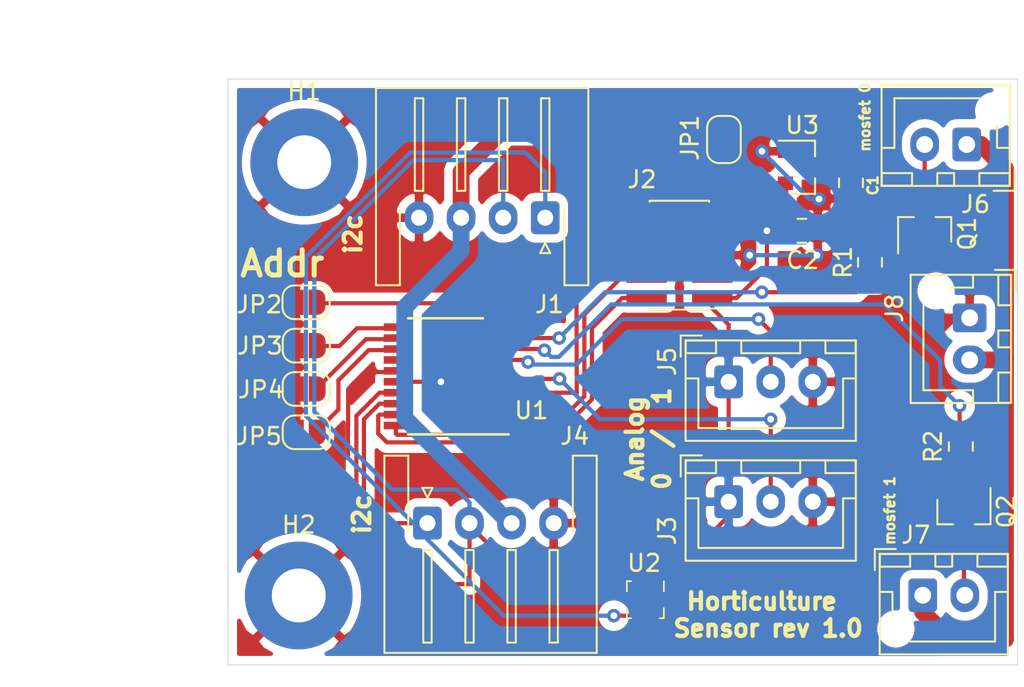
<source format=kicad_pcb>
(kicad_pcb (version 20171130) (host pcbnew "(5.1.5)-3")

  (general
    (thickness 1.6)
    (drawings 13)
    (tracks 211)
    (zones 0)
    (modules 24)
    (nets 30)
  )

  (page A4)
  (layers
    (0 F.Cu signal)
    (31 B.Cu signal)
    (32 B.Adhes user)
    (33 F.Adhes user)
    (34 B.Paste user)
    (35 F.Paste user)
    (36 B.SilkS user)
    (37 F.SilkS user)
    (38 B.Mask user)
    (39 F.Mask user)
    (40 Dwgs.User user)
    (41 Cmts.User user)
    (42 Eco1.User user)
    (43 Eco2.User user)
    (44 Edge.Cuts user)
    (45 Margin user)
    (46 B.CrtYd user)
    (47 F.CrtYd user)
    (48 B.Fab user)
    (49 F.Fab user)
  )

  (setup
    (last_trace_width 0.25)
    (trace_clearance 0.2)
    (zone_clearance 0.508)
    (zone_45_only no)
    (trace_min 0.2)
    (via_size 0.8)
    (via_drill 0.4)
    (via_min_size 0.4)
    (via_min_drill 0.3)
    (uvia_size 0.3)
    (uvia_drill 0.1)
    (uvias_allowed no)
    (uvia_min_size 0.2)
    (uvia_min_drill 0.1)
    (edge_width 0.05)
    (segment_width 0.2)
    (pcb_text_width 0.3)
    (pcb_text_size 1.5 1.5)
    (mod_edge_width 0.12)
    (mod_text_size 1 1)
    (mod_text_width 0.15)
    (pad_size 3.2 3.2)
    (pad_drill 3.2)
    (pad_to_mask_clearance 0.05)
    (aux_axis_origin 0 0)
    (visible_elements 7FFFFFFF)
    (pcbplotparams
      (layerselection 0x010fc_ffffffff)
      (usegerberextensions false)
      (usegerberattributes true)
      (usegerberadvancedattributes true)
      (creategerberjobfile true)
      (excludeedgelayer true)
      (linewidth 0.100000)
      (plotframeref false)
      (viasonmask false)
      (mode 1)
      (useauxorigin false)
      (hpglpennumber 1)
      (hpglpenspeed 20)
      (hpglpendiameter 15.000000)
      (psnegative false)
      (psa4output false)
      (plotreference true)
      (plotvalue true)
      (plotinvisibletext false)
      (padsonsilk false)
      (subtractmaskfromsilk false)
      (outputformat 1)
      (mirror false)
      (drillshape 0)
      (scaleselection 1)
      (outputdirectory "plots/"))
  )

  (net 0 "")
  (net 1 SWD-SWCLK)
  (net 2 SWD-SWIO)
  (net 3 nRESET)
  (net 4 I2c-SDA)
  (net 5 I2c-SCL)
  (net 6 VCC)
  (net 7 +3V3)
  (net 8 AnalogSignal0)
  (net 9 AnalogSignal1)
  (net 10 control_0)
  (net 11 control_1)
  (net 12 i2c-addr_0)
  (net 13 i2c-addr_1)
  (net 14 i2c-addr_2)
  (net 15 i2c-addr_3)
  (net 16 "Net-(Q1-Pad1)")
  (net 17 "Net-(Q2-Pad1)")
  (net 18 mosfet0)
  (net 19 mosfet1)
  (net 20 12V-)
  (net 21 "Net-(J2-Pad9)")
  (net 22 "Net-(J2-Pad8)")
  (net 23 "Net-(J2-Pad7)")
  (net 24 "Net-(J2-Pad6)")
  (net 25 12V+)
  (net 26 "Net-(U1-Pad14)")
  (net 27 "Net-(U1-Pad3)")
  (net 28 "Net-(U1-Pad2)")
  (net 29 "Net-(U1-Pad1)")

  (net_class Default "This is the default net class."
    (clearance 0.2)
    (trace_width 0.25)
    (via_dia 0.8)
    (via_drill 0.4)
    (uvia_dia 0.3)
    (uvia_drill 0.1)
    (add_net +3V3)
    (add_net 12V-)
    (add_net AnalogSignal0)
    (add_net AnalogSignal1)
    (add_net I2c-SCL)
    (add_net I2c-SDA)
    (add_net "Net-(J2-Pad6)")
    (add_net "Net-(J2-Pad7)")
    (add_net "Net-(J2-Pad8)")
    (add_net "Net-(J2-Pad9)")
    (add_net "Net-(Q1-Pad1)")
    (add_net "Net-(Q2-Pad1)")
    (add_net "Net-(U1-Pad1)")
    (add_net "Net-(U1-Pad14)")
    (add_net "Net-(U1-Pad2)")
    (add_net "Net-(U1-Pad3)")
    (add_net SWD-SWCLK)
    (add_net SWD-SWIO)
    (add_net control_0)
    (add_net control_1)
    (add_net i2c-addr_0)
    (add_net i2c-addr_1)
    (add_net i2c-addr_2)
    (add_net i2c-addr_3)
    (add_net mosfet0)
    (add_net mosfet1)
    (add_net nRESET)
  )

  (net_class 12V ""
    (clearance 0.2)
    (trace_width 1)
    (via_dia 1)
    (via_drill 0.4)
    (uvia_dia 0.3)
    (uvia_drill 0.1)
    (add_net 12V+)
    (add_net VCC)
  )

  (net_class 3.3V ""
    (clearance 0.2)
    (trace_width 0.7)
    (via_dia 0.8)
    (via_drill 0.4)
    (uvia_dia 0.3)
    (uvia_drill 0.1)
  )

  (net_class Led-power ""
    (clearance 0.2)
    (trace_width 1)
    (via_dia 1)
    (via_drill 0.4)
    (uvia_dia 0.3)
    (uvia_drill 0.1)
  )

  (module Connector_JST:JST_XH_B3B-XH-A_1x03_P2.50mm_Vertical (layer F.Cu) (tedit 5C28146C) (tstamp 5F1CB846)
    (at 173.3 129.075)
    (descr "JST XH series connector, B3B-XH-A (http://www.jst-mfg.com/product/pdf/eng/eXH.pdf), generated with kicad-footprint-generator")
    (tags "connector JST XH vertical")
    (path /5F1F2035)
    (fp_text reference J5 (at -3.65 -1.2 90) (layer F.SilkS)
      (effects (font (size 1 1) (thickness 0.15)))
    )
    (fp_text value Conn_01x03 (at 2.5 4.6) (layer F.Fab)
      (effects (font (size 1 1) (thickness 0.15)))
    )
    (fp_text user %R (at 2.5 2.7) (layer F.Fab)
      (effects (font (size 1 1) (thickness 0.15)))
    )
    (fp_line (start -2.85 -2.75) (end -2.85 -1.5) (layer F.SilkS) (width 0.12))
    (fp_line (start -1.6 -2.75) (end -2.85 -2.75) (layer F.SilkS) (width 0.12))
    (fp_line (start 6.8 2.75) (end 2.5 2.75) (layer F.SilkS) (width 0.12))
    (fp_line (start 6.8 -0.2) (end 6.8 2.75) (layer F.SilkS) (width 0.12))
    (fp_line (start 7.55 -0.2) (end 6.8 -0.2) (layer F.SilkS) (width 0.12))
    (fp_line (start -1.8 2.75) (end 2.5 2.75) (layer F.SilkS) (width 0.12))
    (fp_line (start -1.8 -0.2) (end -1.8 2.75) (layer F.SilkS) (width 0.12))
    (fp_line (start -2.55 -0.2) (end -1.8 -0.2) (layer F.SilkS) (width 0.12))
    (fp_line (start 7.55 -2.45) (end 5.75 -2.45) (layer F.SilkS) (width 0.12))
    (fp_line (start 7.55 -1.7) (end 7.55 -2.45) (layer F.SilkS) (width 0.12))
    (fp_line (start 5.75 -1.7) (end 7.55 -1.7) (layer F.SilkS) (width 0.12))
    (fp_line (start 5.75 -2.45) (end 5.75 -1.7) (layer F.SilkS) (width 0.12))
    (fp_line (start -0.75 -2.45) (end -2.55 -2.45) (layer F.SilkS) (width 0.12))
    (fp_line (start -0.75 -1.7) (end -0.75 -2.45) (layer F.SilkS) (width 0.12))
    (fp_line (start -2.55 -1.7) (end -0.75 -1.7) (layer F.SilkS) (width 0.12))
    (fp_line (start -2.55 -2.45) (end -2.55 -1.7) (layer F.SilkS) (width 0.12))
    (fp_line (start 4.25 -2.45) (end 0.75 -2.45) (layer F.SilkS) (width 0.12))
    (fp_line (start 4.25 -1.7) (end 4.25 -2.45) (layer F.SilkS) (width 0.12))
    (fp_line (start 0.75 -1.7) (end 4.25 -1.7) (layer F.SilkS) (width 0.12))
    (fp_line (start 0.75 -2.45) (end 0.75 -1.7) (layer F.SilkS) (width 0.12))
    (fp_line (start 0 -1.35) (end 0.625 -2.35) (layer F.Fab) (width 0.1))
    (fp_line (start -0.625 -2.35) (end 0 -1.35) (layer F.Fab) (width 0.1))
    (fp_line (start 7.95 -2.85) (end -2.95 -2.85) (layer F.CrtYd) (width 0.05))
    (fp_line (start 7.95 3.9) (end 7.95 -2.85) (layer F.CrtYd) (width 0.05))
    (fp_line (start -2.95 3.9) (end 7.95 3.9) (layer F.CrtYd) (width 0.05))
    (fp_line (start -2.95 -2.85) (end -2.95 3.9) (layer F.CrtYd) (width 0.05))
    (fp_line (start 7.56 -2.46) (end -2.56 -2.46) (layer F.SilkS) (width 0.12))
    (fp_line (start 7.56 3.51) (end 7.56 -2.46) (layer F.SilkS) (width 0.12))
    (fp_line (start -2.56 3.51) (end 7.56 3.51) (layer F.SilkS) (width 0.12))
    (fp_line (start -2.56 -2.46) (end -2.56 3.51) (layer F.SilkS) (width 0.12))
    (fp_line (start 7.45 -2.35) (end -2.45 -2.35) (layer F.Fab) (width 0.1))
    (fp_line (start 7.45 3.4) (end 7.45 -2.35) (layer F.Fab) (width 0.1))
    (fp_line (start -2.45 3.4) (end 7.45 3.4) (layer F.Fab) (width 0.1))
    (fp_line (start -2.45 -2.35) (end -2.45 3.4) (layer F.Fab) (width 0.1))
    (pad 3 thru_hole oval (at 5 0) (size 1.7 1.95) (drill 0.95) (layers *.Cu *.Mask)
      (net 20 12V-))
    (pad 2 thru_hole oval (at 2.5 0) (size 1.7 1.95) (drill 0.95) (layers *.Cu *.Mask)
      (net 9 AnalogSignal1))
    (pad 1 thru_hole roundrect (at 0 0) (size 1.7 1.95) (drill 0.95) (layers *.Cu *.Mask) (roundrect_rratio 0.147059)
      (net 7 +3V3))
    (model ${KISYS3DMOD}/Connector_JST.3dshapes/JST_XH_B3B-XH-A_1x03_P2.50mm_Vertical.wrl
      (at (xyz 0 0 0))
      (scale (xyz 1 1 1))
      (rotate (xyz 0 0 0))
    )
  )

  (module Connector_JST:JST_XH_B3B-XH-A_1x03_P2.50mm_Vertical (layer F.Cu) (tedit 5C28146C) (tstamp 5F1CB7EE)
    (at 173.3 136.2)
    (descr "JST XH series connector, B3B-XH-A (http://www.jst-mfg.com/product/pdf/eng/eXH.pdf), generated with kicad-footprint-generator")
    (tags "connector JST XH vertical")
    (path /5F1D35E2)
    (fp_text reference J3 (at -3.65 1.725 90) (layer F.SilkS)
      (effects (font (size 1 1) (thickness 0.15)))
    )
    (fp_text value Conn_01x03 (at 2.5 4.6) (layer F.Fab)
      (effects (font (size 1 1) (thickness 0.15)))
    )
    (fp_text user %R (at 2.5 2.7) (layer F.Fab)
      (effects (font (size 1 1) (thickness 0.15)))
    )
    (fp_line (start -2.85 -2.75) (end -2.85 -1.5) (layer F.SilkS) (width 0.12))
    (fp_line (start -1.6 -2.75) (end -2.85 -2.75) (layer F.SilkS) (width 0.12))
    (fp_line (start 6.8 2.75) (end 2.5 2.75) (layer F.SilkS) (width 0.12))
    (fp_line (start 6.8 -0.2) (end 6.8 2.75) (layer F.SilkS) (width 0.12))
    (fp_line (start 7.55 -0.2) (end 6.8 -0.2) (layer F.SilkS) (width 0.12))
    (fp_line (start -1.8 2.75) (end 2.5 2.75) (layer F.SilkS) (width 0.12))
    (fp_line (start -1.8 -0.2) (end -1.8 2.75) (layer F.SilkS) (width 0.12))
    (fp_line (start -2.55 -0.2) (end -1.8 -0.2) (layer F.SilkS) (width 0.12))
    (fp_line (start 7.55 -2.45) (end 5.75 -2.45) (layer F.SilkS) (width 0.12))
    (fp_line (start 7.55 -1.7) (end 7.55 -2.45) (layer F.SilkS) (width 0.12))
    (fp_line (start 5.75 -1.7) (end 7.55 -1.7) (layer F.SilkS) (width 0.12))
    (fp_line (start 5.75 -2.45) (end 5.75 -1.7) (layer F.SilkS) (width 0.12))
    (fp_line (start -0.75 -2.45) (end -2.55 -2.45) (layer F.SilkS) (width 0.12))
    (fp_line (start -0.75 -1.7) (end -0.75 -2.45) (layer F.SilkS) (width 0.12))
    (fp_line (start -2.55 -1.7) (end -0.75 -1.7) (layer F.SilkS) (width 0.12))
    (fp_line (start -2.55 -2.45) (end -2.55 -1.7) (layer F.SilkS) (width 0.12))
    (fp_line (start 4.25 -2.45) (end 0.75 -2.45) (layer F.SilkS) (width 0.12))
    (fp_line (start 4.25 -1.7) (end 4.25 -2.45) (layer F.SilkS) (width 0.12))
    (fp_line (start 0.75 -1.7) (end 4.25 -1.7) (layer F.SilkS) (width 0.12))
    (fp_line (start 0.75 -2.45) (end 0.75 -1.7) (layer F.SilkS) (width 0.12))
    (fp_line (start 0 -1.35) (end 0.625 -2.35) (layer F.Fab) (width 0.1))
    (fp_line (start -0.625 -2.35) (end 0 -1.35) (layer F.Fab) (width 0.1))
    (fp_line (start 7.95 -2.85) (end -2.95 -2.85) (layer F.CrtYd) (width 0.05))
    (fp_line (start 7.95 3.9) (end 7.95 -2.85) (layer F.CrtYd) (width 0.05))
    (fp_line (start -2.95 3.9) (end 7.95 3.9) (layer F.CrtYd) (width 0.05))
    (fp_line (start -2.95 -2.85) (end -2.95 3.9) (layer F.CrtYd) (width 0.05))
    (fp_line (start 7.56 -2.46) (end -2.56 -2.46) (layer F.SilkS) (width 0.12))
    (fp_line (start 7.56 3.51) (end 7.56 -2.46) (layer F.SilkS) (width 0.12))
    (fp_line (start -2.56 3.51) (end 7.56 3.51) (layer F.SilkS) (width 0.12))
    (fp_line (start -2.56 -2.46) (end -2.56 3.51) (layer F.SilkS) (width 0.12))
    (fp_line (start 7.45 -2.35) (end -2.45 -2.35) (layer F.Fab) (width 0.1))
    (fp_line (start 7.45 3.4) (end 7.45 -2.35) (layer F.Fab) (width 0.1))
    (fp_line (start -2.45 3.4) (end 7.45 3.4) (layer F.Fab) (width 0.1))
    (fp_line (start -2.45 -2.35) (end -2.45 3.4) (layer F.Fab) (width 0.1))
    (pad 3 thru_hole oval (at 5 0) (size 1.7 1.95) (drill 0.95) (layers *.Cu *.Mask)
      (net 20 12V-))
    (pad 2 thru_hole oval (at 2.5 0) (size 1.7 1.95) (drill 0.95) (layers *.Cu *.Mask)
      (net 8 AnalogSignal0))
    (pad 1 thru_hole roundrect (at 0 0) (size 1.7 1.95) (drill 0.95) (layers *.Cu *.Mask) (roundrect_rratio 0.147059)
      (net 7 +3V3))
    (model ${KISYS3DMOD}/Connector_JST.3dshapes/JST_XH_B3B-XH-A_1x03_P2.50mm_Vertical.wrl
      (at (xyz 0 0 0))
      (scale (xyz 1 1 1))
      (rotate (xyz 0 0 0))
    )
  )

  (module Connector_JST:JST_XH_S4B-XH-A-1_1x04_P2.50mm_Horizontal (layer F.Cu) (tedit 5C281476) (tstamp 5F1CE33D)
    (at 155.4 137.475)
    (descr "JST XH series connector, S4B-XH-A-1 (http://www.jst-mfg.com/product/pdf/eng/eXH.pdf), generated with kicad-footprint-generator")
    (tags "connector JST XH horizontal")
    (path /5F1F147E)
    (fp_text reference J4 (at 8.75 -5.175) (layer F.SilkS)
      (effects (font (size 1 1) (thickness 0.15)))
    )
    (fp_text value Conn_01x04 (at 3.75 8.8) (layer F.Fab)
      (effects (font (size 1 1) (thickness 0.15)))
    )
    (fp_text user %R (at 3.75 1.85) (layer F.Fab)
      (effects (font (size 1 1) (thickness 0.15)))
    )
    (fp_line (start 0 -0.4) (end 0.625 0.6) (layer F.Fab) (width 0.1))
    (fp_line (start -0.625 0.6) (end 0 -0.4) (layer F.Fab) (width 0.1))
    (fp_line (start 0.3 -2.1) (end 0 -1.5) (layer F.SilkS) (width 0.12))
    (fp_line (start -0.3 -2.1) (end 0.3 -2.1) (layer F.SilkS) (width 0.12))
    (fp_line (start 0 -1.5) (end -0.3 -2.1) (layer F.SilkS) (width 0.12))
    (fp_line (start 7.75 1.6) (end 7.25 1.6) (layer F.SilkS) (width 0.12))
    (fp_line (start 7.75 7.1) (end 7.75 1.6) (layer F.SilkS) (width 0.12))
    (fp_line (start 7.25 7.1) (end 7.75 7.1) (layer F.SilkS) (width 0.12))
    (fp_line (start 7.25 1.6) (end 7.25 7.1) (layer F.SilkS) (width 0.12))
    (fp_line (start 5.25 1.6) (end 4.75 1.6) (layer F.SilkS) (width 0.12))
    (fp_line (start 5.25 7.1) (end 5.25 1.6) (layer F.SilkS) (width 0.12))
    (fp_line (start 4.75 7.1) (end 5.25 7.1) (layer F.SilkS) (width 0.12))
    (fp_line (start 4.75 1.6) (end 4.75 7.1) (layer F.SilkS) (width 0.12))
    (fp_line (start 2.75 1.6) (end 2.25 1.6) (layer F.SilkS) (width 0.12))
    (fp_line (start 2.75 7.1) (end 2.75 1.6) (layer F.SilkS) (width 0.12))
    (fp_line (start 2.25 7.1) (end 2.75 7.1) (layer F.SilkS) (width 0.12))
    (fp_line (start 2.25 1.6) (end 2.25 7.1) (layer F.SilkS) (width 0.12))
    (fp_line (start 0.25 1.6) (end -0.25 1.6) (layer F.SilkS) (width 0.12))
    (fp_line (start 0.25 7.1) (end 0.25 1.6) (layer F.SilkS) (width 0.12))
    (fp_line (start -0.25 7.1) (end 0.25 7.1) (layer F.SilkS) (width 0.12))
    (fp_line (start -0.25 1.6) (end -0.25 7.1) (layer F.SilkS) (width 0.12))
    (fp_line (start 8.75 0.6) (end 3.75 0.6) (layer F.Fab) (width 0.1))
    (fp_line (start 8.75 -3.9) (end 8.75 0.6) (layer F.Fab) (width 0.1))
    (fp_line (start 9.95 -3.9) (end 8.75 -3.9) (layer F.Fab) (width 0.1))
    (fp_line (start 9.95 7.6) (end 9.95 -3.9) (layer F.Fab) (width 0.1))
    (fp_line (start 3.75 7.6) (end 9.95 7.6) (layer F.Fab) (width 0.1))
    (fp_line (start -1.25 0.6) (end 3.75 0.6) (layer F.Fab) (width 0.1))
    (fp_line (start -1.25 -3.9) (end -1.25 0.6) (layer F.Fab) (width 0.1))
    (fp_line (start -2.45 -3.9) (end -1.25 -3.9) (layer F.Fab) (width 0.1))
    (fp_line (start -2.45 7.6) (end -2.45 -3.9) (layer F.Fab) (width 0.1))
    (fp_line (start 3.75 7.6) (end -2.45 7.6) (layer F.Fab) (width 0.1))
    (fp_line (start 8.64 -4.01) (end 8.64 0.49) (layer F.SilkS) (width 0.12))
    (fp_line (start 10.06 -4.01) (end 8.64 -4.01) (layer F.SilkS) (width 0.12))
    (fp_line (start 10.06 7.71) (end 10.06 -4.01) (layer F.SilkS) (width 0.12))
    (fp_line (start 3.75 7.71) (end 10.06 7.71) (layer F.SilkS) (width 0.12))
    (fp_line (start -1.14 -4.01) (end -1.14 0.49) (layer F.SilkS) (width 0.12))
    (fp_line (start -2.56 -4.01) (end -1.14 -4.01) (layer F.SilkS) (width 0.12))
    (fp_line (start -2.56 7.71) (end -2.56 -4.01) (layer F.SilkS) (width 0.12))
    (fp_line (start 3.75 7.71) (end -2.56 7.71) (layer F.SilkS) (width 0.12))
    (fp_line (start 10.45 -4.4) (end -2.95 -4.4) (layer F.CrtYd) (width 0.05))
    (fp_line (start 10.45 8.1) (end 10.45 -4.4) (layer F.CrtYd) (width 0.05))
    (fp_line (start -2.95 8.1) (end 10.45 8.1) (layer F.CrtYd) (width 0.05))
    (fp_line (start -2.95 -4.4) (end -2.95 8.1) (layer F.CrtYd) (width 0.05))
    (pad 4 thru_hole oval (at 7.5 0) (size 1.7 1.95) (drill 0.95) (layers *.Cu *.Mask)
      (net 20 12V-))
    (pad 3 thru_hole oval (at 5 0) (size 1.7 1.95) (drill 0.95) (layers *.Cu *.Mask)
      (net 6 VCC))
    (pad 2 thru_hole oval (at 2.5 0) (size 1.7 1.95) (drill 0.95) (layers *.Cu *.Mask)
      (net 5 I2c-SCL))
    (pad 1 thru_hole roundrect (at 0 0) (size 1.7 1.95) (drill 0.95) (layers *.Cu *.Mask) (roundrect_rratio 0.147059)
      (net 4 I2c-SDA))
    (model ${KISYS3DMOD}/Connector_JST.3dshapes/JST_XH_S4B-XH-A-1_1x04_P2.50mm_Horizontal.wrl
      (at (xyz 0 0 0))
      (scale (xyz 1 1 1))
      (rotate (xyz 0 0 0))
    )
  )

  (module Connector_JST:JST_XH_S4B-XH-A-1_1x04_P2.50mm_Horizontal (layer F.Cu) (tedit 5C281476) (tstamp 5F1CE249)
    (at 162.4 119.325 180)
    (descr "JST XH series connector, S4B-XH-A-1 (http://www.jst-mfg.com/product/pdf/eng/eXH.pdf), generated with kicad-footprint-generator")
    (tags "connector JST XH horizontal")
    (path /5F1D3F0F)
    (fp_text reference J1 (at -0.25 -5.15) (layer F.SilkS)
      (effects (font (size 1 1) (thickness 0.15)))
    )
    (fp_text value Conn_01x04 (at 3.75 8.8) (layer F.Fab)
      (effects (font (size 1 1) (thickness 0.15)))
    )
    (fp_text user %R (at 3.75 1.85) (layer F.Fab)
      (effects (font (size 1 1) (thickness 0.15)))
    )
    (fp_line (start 0 -0.4) (end 0.625 0.6) (layer F.Fab) (width 0.1))
    (fp_line (start -0.625 0.6) (end 0 -0.4) (layer F.Fab) (width 0.1))
    (fp_line (start 0.3 -2.1) (end 0 -1.5) (layer F.SilkS) (width 0.12))
    (fp_line (start -0.3 -2.1) (end 0.3 -2.1) (layer F.SilkS) (width 0.12))
    (fp_line (start 0 -1.5) (end -0.3 -2.1) (layer F.SilkS) (width 0.12))
    (fp_line (start 7.75 1.6) (end 7.25 1.6) (layer F.SilkS) (width 0.12))
    (fp_line (start 7.75 7.1) (end 7.75 1.6) (layer F.SilkS) (width 0.12))
    (fp_line (start 7.25 7.1) (end 7.75 7.1) (layer F.SilkS) (width 0.12))
    (fp_line (start 7.25 1.6) (end 7.25 7.1) (layer F.SilkS) (width 0.12))
    (fp_line (start 5.25 1.6) (end 4.75 1.6) (layer F.SilkS) (width 0.12))
    (fp_line (start 5.25 7.1) (end 5.25 1.6) (layer F.SilkS) (width 0.12))
    (fp_line (start 4.75 7.1) (end 5.25 7.1) (layer F.SilkS) (width 0.12))
    (fp_line (start 4.75 1.6) (end 4.75 7.1) (layer F.SilkS) (width 0.12))
    (fp_line (start 2.75 1.6) (end 2.25 1.6) (layer F.SilkS) (width 0.12))
    (fp_line (start 2.75 7.1) (end 2.75 1.6) (layer F.SilkS) (width 0.12))
    (fp_line (start 2.25 7.1) (end 2.75 7.1) (layer F.SilkS) (width 0.12))
    (fp_line (start 2.25 1.6) (end 2.25 7.1) (layer F.SilkS) (width 0.12))
    (fp_line (start 0.25 1.6) (end -0.25 1.6) (layer F.SilkS) (width 0.12))
    (fp_line (start 0.25 7.1) (end 0.25 1.6) (layer F.SilkS) (width 0.12))
    (fp_line (start -0.25 7.1) (end 0.25 7.1) (layer F.SilkS) (width 0.12))
    (fp_line (start -0.25 1.6) (end -0.25 7.1) (layer F.SilkS) (width 0.12))
    (fp_line (start 8.75 0.6) (end 3.75 0.6) (layer F.Fab) (width 0.1))
    (fp_line (start 8.75 -3.9) (end 8.75 0.6) (layer F.Fab) (width 0.1))
    (fp_line (start 9.95 -3.9) (end 8.75 -3.9) (layer F.Fab) (width 0.1))
    (fp_line (start 9.95 7.6) (end 9.95 -3.9) (layer F.Fab) (width 0.1))
    (fp_line (start 3.75 7.6) (end 9.95 7.6) (layer F.Fab) (width 0.1))
    (fp_line (start -1.25 0.6) (end 3.75 0.6) (layer F.Fab) (width 0.1))
    (fp_line (start -1.25 -3.9) (end -1.25 0.6) (layer F.Fab) (width 0.1))
    (fp_line (start -2.45 -3.9) (end -1.25 -3.9) (layer F.Fab) (width 0.1))
    (fp_line (start -2.45 7.6) (end -2.45 -3.9) (layer F.Fab) (width 0.1))
    (fp_line (start 3.75 7.6) (end -2.45 7.6) (layer F.Fab) (width 0.1))
    (fp_line (start 8.64 -4.01) (end 8.64 0.49) (layer F.SilkS) (width 0.12))
    (fp_line (start 10.06 -4.01) (end 8.64 -4.01) (layer F.SilkS) (width 0.12))
    (fp_line (start 10.06 7.71) (end 10.06 -4.01) (layer F.SilkS) (width 0.12))
    (fp_line (start 3.75 7.71) (end 10.06 7.71) (layer F.SilkS) (width 0.12))
    (fp_line (start -1.14 -4.01) (end -1.14 0.49) (layer F.SilkS) (width 0.12))
    (fp_line (start -2.56 -4.01) (end -1.14 -4.01) (layer F.SilkS) (width 0.12))
    (fp_line (start -2.56 7.71) (end -2.56 -4.01) (layer F.SilkS) (width 0.12))
    (fp_line (start 3.75 7.71) (end -2.56 7.71) (layer F.SilkS) (width 0.12))
    (fp_line (start 10.45 -4.4) (end -2.95 -4.4) (layer F.CrtYd) (width 0.05))
    (fp_line (start 10.45 8.1) (end 10.45 -4.4) (layer F.CrtYd) (width 0.05))
    (fp_line (start -2.95 8.1) (end 10.45 8.1) (layer F.CrtYd) (width 0.05))
    (fp_line (start -2.95 -4.4) (end -2.95 8.1) (layer F.CrtYd) (width 0.05))
    (pad 4 thru_hole oval (at 7.5 0 180) (size 1.7 1.95) (drill 0.95) (layers *.Cu *.Mask)
      (net 20 12V-))
    (pad 3 thru_hole oval (at 5 0 180) (size 1.7 1.95) (drill 0.95) (layers *.Cu *.Mask)
      (net 6 VCC))
    (pad 2 thru_hole oval (at 2.5 0 180) (size 1.7 1.95) (drill 0.95) (layers *.Cu *.Mask)
      (net 5 I2c-SCL))
    (pad 1 thru_hole roundrect (at 0 0 180) (size 1.7 1.95) (drill 0.95) (layers *.Cu *.Mask) (roundrect_rratio 0.147059)
      (net 4 I2c-SDA))
    (model ${KISYS3DMOD}/Connector_JST.3dshapes/JST_XH_S4B-XH-A-1_1x04_P2.50mm_Horizontal.wrl
      (at (xyz 0 0 0))
      (scale (xyz 1 1 1))
      (rotate (xyz 0 0 0))
    )
  )

  (module MountingHole:MountingHole_3.2mm_M3_Pad (layer F.Cu) (tedit 56D1B4CB) (tstamp 5F35BF41)
    (at 147.75 141.775)
    (descr "Mounting Hole 3.2mm, M3")
    (tags "mounting hole 3.2mm m3")
    (path /5F36DD7E)
    (attr virtual)
    (fp_text reference H2 (at 0 -4.2) (layer F.SilkS)
      (effects (font (size 1 1) (thickness 0.15)))
    )
    (fp_text value MountingHole_Pad (at 0 4.2) (layer F.Fab)
      (effects (font (size 1 1) (thickness 0.15)))
    )
    (fp_circle (center 0 0) (end 3.45 0) (layer F.CrtYd) (width 0.05))
    (fp_circle (center 0 0) (end 3.2 0) (layer Cmts.User) (width 0.15))
    (fp_text user %R (at 0.3 0) (layer F.Fab)
      (effects (font (size 1 1) (thickness 0.15)))
    )
    (pad 1 thru_hole circle (at 0 0) (size 6.4 6.4) (drill 3.2) (layers *.Cu *.Mask)
      (net 20 12V-))
  )

  (module MountingHole:MountingHole_3.2mm_M3_Pad (layer F.Cu) (tedit 56D1B4CB) (tstamp 5F35BF39)
    (at 148.075 116.025)
    (descr "Mounting Hole 3.2mm, M3")
    (tags "mounting hole 3.2mm m3")
    (path /5F36BCD4)
    (attr virtual)
    (fp_text reference H1 (at 0 -4.2) (layer F.SilkS)
      (effects (font (size 1 1) (thickness 0.15)))
    )
    (fp_text value MountingHole_Pad (at 0 4.2) (layer F.Fab)
      (effects (font (size 1 1) (thickness 0.15)))
    )
    (fp_circle (center 0 0) (end 3.45 0) (layer F.CrtYd) (width 0.05))
    (fp_circle (center 0 0) (end 3.2 0) (layer Cmts.User) (width 0.15))
    (fp_text user %R (at 0.3 0) (layer F.Fab)
      (effects (font (size 1 1) (thickness 0.15)))
    )
    (pad 1 thru_hole circle (at 0 0) (size 6.4 6.4) (drill 3.2) (layers *.Cu *.Mask)
      (net 20 12V-))
  )

  (module Package_TO_SOT_SMD:SOT-23 (layer F.Cu) (tedit 5A02FF57) (tstamp 5F35629D)
    (at 177.675 116.325)
    (descr "SOT-23, Standard")
    (tags SOT-23)
    (path /5F36787F)
    (attr smd)
    (fp_text reference U3 (at 0 -2.5) (layer F.SilkS)
      (effects (font (size 1 1) (thickness 0.15)))
    )
    (fp_text value MCP1700-3302E_TO (at 0 2.5) (layer F.Fab)
      (effects (font (size 1 1) (thickness 0.15)))
    )
    (fp_line (start 0.76 1.58) (end -0.7 1.58) (layer F.SilkS) (width 0.12))
    (fp_line (start 0.76 -1.58) (end -1.4 -1.58) (layer F.SilkS) (width 0.12))
    (fp_line (start -1.7 1.75) (end -1.7 -1.75) (layer F.CrtYd) (width 0.05))
    (fp_line (start 1.7 1.75) (end -1.7 1.75) (layer F.CrtYd) (width 0.05))
    (fp_line (start 1.7 -1.75) (end 1.7 1.75) (layer F.CrtYd) (width 0.05))
    (fp_line (start -1.7 -1.75) (end 1.7 -1.75) (layer F.CrtYd) (width 0.05))
    (fp_line (start 0.76 -1.58) (end 0.76 -0.65) (layer F.SilkS) (width 0.12))
    (fp_line (start 0.76 1.58) (end 0.76 0.65) (layer F.SilkS) (width 0.12))
    (fp_line (start -0.7 1.52) (end 0.7 1.52) (layer F.Fab) (width 0.1))
    (fp_line (start 0.7 -1.52) (end 0.7 1.52) (layer F.Fab) (width 0.1))
    (fp_line (start -0.7 -0.95) (end -0.15 -1.52) (layer F.Fab) (width 0.1))
    (fp_line (start -0.15 -1.52) (end 0.7 -1.52) (layer F.Fab) (width 0.1))
    (fp_line (start -0.7 -0.95) (end -0.7 1.5) (layer F.Fab) (width 0.1))
    (fp_text user %R (at 0 0 90) (layer F.Fab)
      (effects (font (size 0.5 0.5) (thickness 0.075)))
    )
    (pad 3 smd rect (at 1 0) (size 0.9 0.8) (layers F.Cu F.Paste F.Mask)
      (net 6 VCC))
    (pad 2 smd rect (at -1 0.95) (size 0.9 0.8) (layers F.Cu F.Paste F.Mask)
      (net 7 +3V3))
    (pad 1 smd rect (at -1 -0.95) (size 0.9 0.8) (layers F.Cu F.Paste F.Mask)
      (net 20 12V-))
    (model ${KISYS3DMOD}/Package_TO_SOT_SMD.3dshapes/SOT-23.wrl
      (at (xyz 0 0 0))
      (scale (xyz 1 1 1))
      (rotate (xyz 0 0 0))
    )
  )

  (module Package_SO:TSSOP-20_4.4x6.5mm_P0.65mm (layer F.Cu) (tedit 5A02F25C) (tstamp 5F31BFDA)
    (at 156.475 128.75 180)
    (descr "20-Lead Plastic Thin Shrink Small Outline (ST)-4.4 mm Body [TSSOP] (see Microchip Packaging Specification 00000049BS.pdf)")
    (tags "SSOP 0.65")
    (path /5EF0F304)
    (attr smd)
    (fp_text reference U1 (at -5.1 -2.025) (layer F.SilkS)
      (effects (font (size 1 1) (thickness 0.15)))
    )
    (fp_text value STM32F030F4Px (at 0 4.3) (layer F.Fab)
      (effects (font (size 1 1) (thickness 0.15)))
    )
    (fp_text user %R (at 0 0) (layer F.Fab)
      (effects (font (size 0.8 0.8) (thickness 0.15)))
    )
    (fp_line (start -3.75 -3.45) (end 2.225 -3.45) (layer F.SilkS) (width 0.15))
    (fp_line (start -2.225 3.45) (end 2.225 3.45) (layer F.SilkS) (width 0.15))
    (fp_line (start -3.95 3.55) (end 3.95 3.55) (layer F.CrtYd) (width 0.05))
    (fp_line (start -3.95 -3.55) (end 3.95 -3.55) (layer F.CrtYd) (width 0.05))
    (fp_line (start 3.95 -3.55) (end 3.95 3.55) (layer F.CrtYd) (width 0.05))
    (fp_line (start -3.95 -3.55) (end -3.95 3.55) (layer F.CrtYd) (width 0.05))
    (fp_line (start -2.2 -2.25) (end -1.2 -3.25) (layer F.Fab) (width 0.15))
    (fp_line (start -2.2 3.25) (end -2.2 -2.25) (layer F.Fab) (width 0.15))
    (fp_line (start 2.2 3.25) (end -2.2 3.25) (layer F.Fab) (width 0.15))
    (fp_line (start 2.2 -3.25) (end 2.2 3.25) (layer F.Fab) (width 0.15))
    (fp_line (start -1.2 -3.25) (end 2.2 -3.25) (layer F.Fab) (width 0.15))
    (pad 20 smd rect (at 2.95 -2.925 180) (size 1.45 0.45) (layers F.Cu F.Paste F.Mask)
      (net 1 SWD-SWCLK))
    (pad 19 smd rect (at 2.95 -2.275 180) (size 1.45 0.45) (layers F.Cu F.Paste F.Mask)
      (net 2 SWD-SWIO))
    (pad 18 smd rect (at 2.95 -1.625 180) (size 1.45 0.45) (layers F.Cu F.Paste F.Mask)
      (net 4 I2c-SDA))
    (pad 17 smd rect (at 2.95 -0.975 180) (size 1.45 0.45) (layers F.Cu F.Paste F.Mask)
      (net 5 I2c-SCL))
    (pad 16 smd rect (at 2.95 -0.325 180) (size 1.45 0.45) (layers F.Cu F.Paste F.Mask)
      (net 7 +3V3))
    (pad 15 smd rect (at 2.95 0.325 180) (size 1.45 0.45) (layers F.Cu F.Paste F.Mask)
      (net 20 12V-))
    (pad 14 smd rect (at 2.95 0.975 180) (size 1.45 0.45) (layers F.Cu F.Paste F.Mask)
      (net 26 "Net-(U1-Pad14)"))
    (pad 13 smd rect (at 2.95 1.625 180) (size 1.45 0.45) (layers F.Cu F.Paste F.Mask)
      (net 15 i2c-addr_3))
    (pad 12 smd rect (at 2.95 2.275 180) (size 1.45 0.45) (layers F.Cu F.Paste F.Mask)
      (net 14 i2c-addr_2))
    (pad 11 smd rect (at 2.95 2.925 180) (size 1.45 0.45) (layers F.Cu F.Paste F.Mask)
      (net 13 i2c-addr_1))
    (pad 10 smd rect (at -2.95 2.925 180) (size 1.45 0.45) (layers F.Cu F.Paste F.Mask)
      (net 12 i2c-addr_0))
    (pad 9 smd rect (at -2.95 2.275 180) (size 1.45 0.45) (layers F.Cu F.Paste F.Mask)
      (net 18 mosfet0))
    (pad 8 smd rect (at -2.95 1.625 180) (size 1.45 0.45) (layers F.Cu F.Paste F.Mask)
      (net 19 mosfet1))
    (pad 7 smd rect (at -2.95 0.975 180) (size 1.45 0.45) (layers F.Cu F.Paste F.Mask)
      (net 9 AnalogSignal1))
    (pad 6 smd rect (at -2.95 0.325 180) (size 1.45 0.45) (layers F.Cu F.Paste F.Mask)
      (net 8 AnalogSignal0))
    (pad 5 smd rect (at -2.95 -0.325 180) (size 1.45 0.45) (layers F.Cu F.Paste F.Mask)
      (net 7 +3V3))
    (pad 4 smd rect (at -2.95 -0.975 180) (size 1.45 0.45) (layers F.Cu F.Paste F.Mask)
      (net 3 nRESET))
    (pad 3 smd rect (at -2.95 -1.625 180) (size 1.45 0.45) (layers F.Cu F.Paste F.Mask)
      (net 27 "Net-(U1-Pad3)"))
    (pad 2 smd rect (at -2.95 -2.275 180) (size 1.45 0.45) (layers F.Cu F.Paste F.Mask)
      (net 28 "Net-(U1-Pad2)"))
    (pad 1 smd rect (at -2.95 -2.925 180) (size 1.45 0.45) (layers F.Cu F.Paste F.Mask)
      (net 29 "Net-(U1-Pad1)"))
    (model ${KISYS3DMOD}/Package_SO.3dshapes/TSSOP-20_4.4x6.5mm_P0.65mm.wrl
      (at (xyz 0 0 0))
      (scale (xyz 1 1 1))
      (rotate (xyz 0 0 0))
    )
  )

  (module Package_TO_SOT_SMD:SOT-23 (layer F.Cu) (tedit 5A02FF57) (tstamp 5F1CB92C)
    (at 187.28374 136.78338 270)
    (descr "SOT-23, Standard")
    (tags SOT-23)
    (path /5F35731A)
    (attr smd)
    (fp_text reference Q2 (at 0 -2.5 90) (layer F.SilkS)
      (effects (font (size 1 1) (thickness 0.15)))
    )
    (fp_text value IRLML2030TRPBF (at 0 2.5 90) (layer F.Fab)
      (effects (font (size 1 1) (thickness 0.15)))
    )
    (fp_line (start 0.76 1.58) (end -0.7 1.58) (layer F.SilkS) (width 0.12))
    (fp_line (start 0.76 -1.58) (end -1.4 -1.58) (layer F.SilkS) (width 0.12))
    (fp_line (start -1.7 1.75) (end -1.7 -1.75) (layer F.CrtYd) (width 0.05))
    (fp_line (start 1.7 1.75) (end -1.7 1.75) (layer F.CrtYd) (width 0.05))
    (fp_line (start 1.7 -1.75) (end 1.7 1.75) (layer F.CrtYd) (width 0.05))
    (fp_line (start -1.7 -1.75) (end 1.7 -1.75) (layer F.CrtYd) (width 0.05))
    (fp_line (start 0.76 -1.58) (end 0.76 -0.65) (layer F.SilkS) (width 0.12))
    (fp_line (start 0.76 1.58) (end 0.76 0.65) (layer F.SilkS) (width 0.12))
    (fp_line (start -0.7 1.52) (end 0.7 1.52) (layer F.Fab) (width 0.1))
    (fp_line (start 0.7 -1.52) (end 0.7 1.52) (layer F.Fab) (width 0.1))
    (fp_line (start -0.7 -0.95) (end -0.15 -1.52) (layer F.Fab) (width 0.1))
    (fp_line (start -0.15 -1.52) (end 0.7 -1.52) (layer F.Fab) (width 0.1))
    (fp_line (start -0.7 -0.95) (end -0.7 1.5) (layer F.Fab) (width 0.1))
    (fp_text user %R (at 0 0) (layer F.Fab)
      (effects (font (size 0.5 0.5) (thickness 0.075)))
    )
    (pad 3 smd rect (at 1 0 270) (size 0.9 0.8) (layers F.Cu F.Paste F.Mask)
      (net 11 control_1))
    (pad 2 smd rect (at -1 0.95 270) (size 0.9 0.8) (layers F.Cu F.Paste F.Mask)
      (net 20 12V-))
    (pad 1 smd rect (at -1 -0.95 270) (size 0.9 0.8) (layers F.Cu F.Paste F.Mask)
      (net 17 "Net-(Q2-Pad1)"))
    (model ${KISYS3DMOD}/Package_TO_SOT_SMD.3dshapes/SOT-23.wrl
      (at (xyz 0 0 0))
      (scale (xyz 1 1 1))
      (rotate (xyz 0 0 0))
    )
  )

  (module Package_TO_SOT_SMD:SOT-23 (layer F.Cu) (tedit 5A02FF57) (tstamp 5F1CB910)
    (at 184.95056 120.0445 90)
    (descr "SOT-23, Standard")
    (tags SOT-23)
    (path /5F36376E)
    (attr smd)
    (fp_text reference Q1 (at -0.2305 2.52444 270) (layer F.SilkS)
      (effects (font (size 1 1) (thickness 0.15)))
    )
    (fp_text value IRLML2030TRPBF (at 0 2.5 90) (layer F.Fab)
      (effects (font (size 1 1) (thickness 0.15)))
    )
    (fp_line (start 0.76 1.58) (end -0.7 1.58) (layer F.SilkS) (width 0.12))
    (fp_line (start 0.76 -1.58) (end -1.4 -1.58) (layer F.SilkS) (width 0.12))
    (fp_line (start -1.7 1.75) (end -1.7 -1.75) (layer F.CrtYd) (width 0.05))
    (fp_line (start 1.7 1.75) (end -1.7 1.75) (layer F.CrtYd) (width 0.05))
    (fp_line (start 1.7 -1.75) (end 1.7 1.75) (layer F.CrtYd) (width 0.05))
    (fp_line (start -1.7 -1.75) (end 1.7 -1.75) (layer F.CrtYd) (width 0.05))
    (fp_line (start 0.76 -1.58) (end 0.76 -0.65) (layer F.SilkS) (width 0.12))
    (fp_line (start 0.76 1.58) (end 0.76 0.65) (layer F.SilkS) (width 0.12))
    (fp_line (start -0.7 1.52) (end 0.7 1.52) (layer F.Fab) (width 0.1))
    (fp_line (start 0.7 -1.52) (end 0.7 1.52) (layer F.Fab) (width 0.1))
    (fp_line (start -0.7 -0.95) (end -0.15 -1.52) (layer F.Fab) (width 0.1))
    (fp_line (start -0.15 -1.52) (end 0.7 -1.52) (layer F.Fab) (width 0.1))
    (fp_line (start -0.7 -0.95) (end -0.7 1.5) (layer F.Fab) (width 0.1))
    (fp_text user %R (at 0 0) (layer F.Fab)
      (effects (font (size 0.5 0.5) (thickness 0.075)))
    )
    (pad 3 smd rect (at 1 0 90) (size 0.9 0.8) (layers F.Cu F.Paste F.Mask)
      (net 10 control_0))
    (pad 2 smd rect (at -1 0.95 90) (size 0.9 0.8) (layers F.Cu F.Paste F.Mask)
      (net 20 12V-))
    (pad 1 smd rect (at -1 -0.95 90) (size 0.9 0.8) (layers F.Cu F.Paste F.Mask)
      (net 16 "Net-(Q1-Pad1)"))
    (model ${KISYS3DMOD}/Package_TO_SOT_SMD.3dshapes/SOT-23.wrl
      (at (xyz 0 0 0))
      (scale (xyz 1 1 1))
      (rotate (xyz 0 0 0))
    )
  )

  (module Connector_JST:JST_XH_B2B-XH-AM_1x02_P2.50mm_Vertical (layer F.Cu) (tedit 5C28146E) (tstamp 5F1D0A6C)
    (at 187.625 125.275 270)
    (descr "JST XH series connector, B2B-XH-AM, with boss (http://www.jst-mfg.com/product/pdf/eng/eXH.pdf), generated with kicad-footprint-generator")
    (tags "connector JST XH vertical boss")
    (path /5F35653E)
    (fp_text reference J8 (at -0.575 4.475 90) (layer F.SilkS)
      (effects (font (size 1 1) (thickness 0.15)))
    )
    (fp_text value Conn_01x02 (at 1.25 4.6 90) (layer F.Fab)
      (effects (font (size 1 1) (thickness 0.15)))
    )
    (fp_text user %R (at 1.25 2.7 90) (layer F.Fab)
      (effects (font (size 1 1) (thickness 0.15)))
    )
    (fp_line (start -2.85 -2.75) (end -2.85 -1.5) (layer F.SilkS) (width 0.12))
    (fp_line (start -1.6 -2.75) (end -2.85 -2.75) (layer F.SilkS) (width 0.12))
    (fp_line (start 4.3 2.75) (end 1.25 2.75) (layer F.SilkS) (width 0.12))
    (fp_line (start 4.3 -0.2) (end 4.3 2.75) (layer F.SilkS) (width 0.12))
    (fp_line (start 5.05 -0.2) (end 4.3 -0.2) (layer F.SilkS) (width 0.12))
    (fp_line (start 1.25 2.75) (end -0.74 2.75) (layer F.SilkS) (width 0.12))
    (fp_line (start -1.8 -0.2) (end -1.8 1.14) (layer F.SilkS) (width 0.12))
    (fp_line (start -2.55 -0.2) (end -1.8 -0.2) (layer F.SilkS) (width 0.12))
    (fp_line (start 5.05 -2.45) (end 3.25 -2.45) (layer F.SilkS) (width 0.12))
    (fp_line (start 5.05 -1.7) (end 5.05 -2.45) (layer F.SilkS) (width 0.12))
    (fp_line (start 3.25 -1.7) (end 5.05 -1.7) (layer F.SilkS) (width 0.12))
    (fp_line (start 3.25 -2.45) (end 3.25 -1.7) (layer F.SilkS) (width 0.12))
    (fp_line (start -0.75 -2.45) (end -2.55 -2.45) (layer F.SilkS) (width 0.12))
    (fp_line (start -0.75 -1.7) (end -0.75 -2.45) (layer F.SilkS) (width 0.12))
    (fp_line (start -2.55 -1.7) (end -0.75 -1.7) (layer F.SilkS) (width 0.12))
    (fp_line (start -2.55 -2.45) (end -2.55 -1.7) (layer F.SilkS) (width 0.12))
    (fp_line (start 1.75 -2.45) (end 0.75 -2.45) (layer F.SilkS) (width 0.12))
    (fp_line (start 1.75 -1.7) (end 1.75 -2.45) (layer F.SilkS) (width 0.12))
    (fp_line (start 0.75 -1.7) (end 1.75 -1.7) (layer F.SilkS) (width 0.12))
    (fp_line (start 0.75 -2.45) (end 0.75 -1.7) (layer F.SilkS) (width 0.12))
    (fp_line (start 0 -1.35) (end 0.625 -2.35) (layer F.Fab) (width 0.1))
    (fp_line (start -0.625 -2.35) (end 0 -1.35) (layer F.Fab) (width 0.1))
    (fp_line (start 5.45 -2.85) (end -2.95 -2.85) (layer F.CrtYd) (width 0.05))
    (fp_line (start 5.45 3.9) (end 5.45 -2.85) (layer F.CrtYd) (width 0.05))
    (fp_line (start -2.95 3.9) (end 5.45 3.9) (layer F.CrtYd) (width 0.05))
    (fp_line (start -2.95 -2.85) (end -2.95 3.9) (layer F.CrtYd) (width 0.05))
    (fp_line (start 5.06 -2.46) (end -2.56 -2.46) (layer F.SilkS) (width 0.12))
    (fp_line (start 5.06 3.51) (end 5.06 -2.46) (layer F.SilkS) (width 0.12))
    (fp_line (start -2.56 3.51) (end 5.06 3.51) (layer F.SilkS) (width 0.12))
    (fp_line (start -2.56 -2.46) (end -2.56 3.51) (layer F.SilkS) (width 0.12))
    (fp_line (start 4.95 -2.35) (end -2.45 -2.35) (layer F.Fab) (width 0.1))
    (fp_line (start 4.95 3.4) (end 4.95 -2.35) (layer F.Fab) (width 0.1))
    (fp_line (start -2.45 3.4) (end 4.95 3.4) (layer F.Fab) (width 0.1))
    (fp_line (start -2.45 -2.35) (end -2.45 3.4) (layer F.Fab) (width 0.1))
    (pad "" np_thru_hole circle (at -1.6 2 270) (size 1.2 1.2) (drill 1.2) (layers *.Cu *.Mask))
    (pad 2 thru_hole oval (at 2.5 0 270) (size 1.7 2) (drill 1) (layers *.Cu *.Mask)
      (net 25 12V+))
    (pad 1 thru_hole roundrect (at 0 0 270) (size 1.7 2) (drill 1) (layers *.Cu *.Mask) (roundrect_rratio 0.147059)
      (net 20 12V-))
    (model ${KISYS3DMOD}/Connector_JST.3dshapes/JST_XH_B2B-XH-AM_1x02_P2.50mm_Vertical.wrl
      (at (xyz 0 0 0))
      (scale (xyz 1 1 1))
      (rotate (xyz 0 0 0))
    )
  )

  (module Package_DFN_QFN:AMS_QFN-4-1EP_2x2mm_P0.95mm_EP0.7x1.6mm (layer F.Cu) (tedit 5A64B884) (tstamp 5F1CB97D)
    (at 168.35 142.025 270)
    (descr "UFD Package, 4-Lead Plastic QFN (2mm x 2mm), http://ams.com/eng/content/download/950231/2267959/483138")
    (tags "QFN 0.95")
    (path /5F1DBD27)
    (attr smd)
    (fp_text reference U2 (at -2.175 0.075 180) (layer F.SilkS)
      (effects (font (size 1 1) (thickness 0.15)))
    )
    (fp_text value ENS210 (at 0 2 90) (layer F.Fab)
      (effects (font (size 1 1) (thickness 0.15)))
    )
    (fp_line (start -0.7 -1) (end 1 -1) (layer F.Fab) (width 0.1))
    (fp_line (start -1 1) (end -1 -0.7) (layer F.Fab) (width 0.1))
    (fp_line (start 1 1) (end -1 1) (layer F.Fab) (width 0.1))
    (fp_line (start 1 -1) (end 1 1) (layer F.Fab) (width 0.1))
    (fp_line (start -1 -0.7) (end -0.7 -1) (layer F.Fab) (width 0.1))
    (fp_line (start -0.49 -1.1) (end -1.1 -1.1) (layer F.SilkS) (width 0.1))
    (fp_line (start -1.1 1.1) (end -0.5 1.1) (layer F.SilkS) (width 0.1))
    (fp_line (start -1.1 1.1) (end -1.1 0.85) (layer F.SilkS) (width 0.1))
    (fp_line (start 1.1 1.1) (end 0.5 1.1) (layer F.SilkS) (width 0.1))
    (fp_line (start 1.1 1.1) (end 1.1 0.85) (layer F.SilkS) (width 0.1))
    (fp_line (start 1.1 -1.1) (end 1.1 -0.85) (layer F.SilkS) (width 0.1))
    (fp_line (start 1.1 -1.1) (end 0.5 -1.1) (layer F.SilkS) (width 0.1))
    (fp_line (start -1.5 1.25) (end -1.5 -1.25) (layer F.CrtYd) (width 0.05))
    (fp_line (start 1.5 1.25) (end -1.5 1.25) (layer F.CrtYd) (width 0.05))
    (fp_line (start 1.5 -1.25) (end 1.5 1.25) (layer F.CrtYd) (width 0.05))
    (fp_line (start -1.5 -1.25) (end 1.5 -1.25) (layer F.CrtYd) (width 0.05))
    (fp_text user %R (at 0 0 90) (layer F.Fab)
      (effects (font (size 0.4 0.4) (thickness 0.04)))
    )
    (pad 3 smd rect (at 0.95 0.475 270) (size 0.6 0.4) (layers F.Cu F.Paste F.Mask)
      (net 4 I2c-SDA) (solder_paste_margin -0.05))
    (pad 1 smd rect (at -0.95 -0.475 270) (size 0.6 0.4) (layers F.Cu F.Paste F.Mask)
      (net 7 +3V3) (solder_paste_margin -0.05))
    (pad 2 smd rect (at -0.95 0.475 270) (size 0.6 0.4) (layers F.Cu F.Paste F.Mask)
      (net 5 I2c-SCL) (solder_paste_margin -0.05))
    (pad 4 smd rect (at 0.95 -0.475 270) (size 0.6 0.4) (layers F.Cu F.Paste F.Mask)
      (net 20 12V-) (solder_paste_margin -0.05))
    (pad "" smd rect (at 0 0 270) (size 0.35 0.8) (layers F.Paste))
    (pad 5 smd rect (at 0 0 270) (size 0.7 1.6) (layers F.Cu F.Mask)
      (net 20 12V-))
    (model ${KISYS3DMOD}/Package_DFN_QFN.3dshapes/AMS_QFN-4-1EP_2x2mm_P0.95mm.wrl
      (at (xyz 0 0 0))
      (scale (xyz 1 1 1))
      (rotate (xyz 0 0 0))
    )
  )

  (module Resistor_SMD:R_0805_2012Metric (layer F.Cu) (tedit 5B36C52B) (tstamp 5F1CB94E)
    (at 187.1 132.925 90)
    (descr "Resistor SMD 0805 (2012 Metric), square (rectangular) end terminal, IPC_7351 nominal, (Body size source: https://docs.google.com/spreadsheets/d/1BsfQQcO9C6DZCsRaXUlFlo91Tg2WpOkGARC1WS5S8t0/edit?usp=sharing), generated with kicad-footprint-generator")
    (tags resistor)
    (path /5F2107E9)
    (attr smd)
    (fp_text reference R2 (at 0 -1.65 90) (layer F.SilkS)
      (effects (font (size 1 1) (thickness 0.15)))
    )
    (fp_text value "10 kohm" (at 0 1.65 90) (layer F.Fab)
      (effects (font (size 1 1) (thickness 0.15)))
    )
    (fp_line (start 1.68 0.95) (end -1.68 0.95) (layer F.CrtYd) (width 0.05))
    (fp_line (start 1.68 -0.95) (end 1.68 0.95) (layer F.CrtYd) (width 0.05))
    (fp_line (start -1.68 -0.95) (end 1.68 -0.95) (layer F.CrtYd) (width 0.05))
    (fp_line (start -1.68 0.95) (end -1.68 -0.95) (layer F.CrtYd) (width 0.05))
    (fp_line (start -0.258578 0.71) (end 0.258578 0.71) (layer F.SilkS) (width 0.12))
    (fp_line (start -0.258578 -0.71) (end 0.258578 -0.71) (layer F.SilkS) (width 0.12))
    (fp_line (start 1 0.6) (end -1 0.6) (layer F.Fab) (width 0.1))
    (fp_line (start 1 -0.6) (end 1 0.6) (layer F.Fab) (width 0.1))
    (fp_line (start -1 -0.6) (end 1 -0.6) (layer F.Fab) (width 0.1))
    (fp_line (start -1 0.6) (end -1 -0.6) (layer F.Fab) (width 0.1))
    (fp_text user %R (at 0 0 90) (layer F.Fab)
      (effects (font (size 0.5 0.5) (thickness 0.08)))
    )
    (pad 2 smd roundrect (at 0.9375 0 90) (size 0.975 1.4) (layers F.Cu F.Paste F.Mask) (roundrect_rratio 0.25)
      (net 19 mosfet1))
    (pad 1 smd roundrect (at -0.9375 0 90) (size 0.975 1.4) (layers F.Cu F.Paste F.Mask) (roundrect_rratio 0.25)
      (net 17 "Net-(Q2-Pad1)"))
    (model ${KISYS3DMOD}/Resistor_SMD.3dshapes/R_0805_2012Metric.wrl
      (at (xyz 0 0 0))
      (scale (xyz 1 1 1))
      (rotate (xyz 0 0 0))
    )
  )

  (module Resistor_SMD:R_0805_2012Metric (layer F.Cu) (tedit 5B36C52B) (tstamp 5F1CB93D)
    (at 181.7 121.975 270)
    (descr "Resistor SMD 0805 (2012 Metric), square (rectangular) end terminal, IPC_7351 nominal, (Body size source: https://docs.google.com/spreadsheets/d/1BsfQQcO9C6DZCsRaXUlFlo91Tg2WpOkGARC1WS5S8t0/edit?usp=sharing), generated with kicad-footprint-generator")
    (tags resistor)
    (path /5F211AEC)
    (attr smd)
    (fp_text reference R1 (at 0 1.6 90) (layer F.SilkS)
      (effects (font (size 1 1) (thickness 0.15)))
    )
    (fp_text value "10 kohm" (at 0 1.65 90) (layer F.Fab)
      (effects (font (size 1 1) (thickness 0.15)))
    )
    (fp_line (start 1.68 0.95) (end -1.68 0.95) (layer F.CrtYd) (width 0.05))
    (fp_line (start 1.68 -0.95) (end 1.68 0.95) (layer F.CrtYd) (width 0.05))
    (fp_line (start -1.68 -0.95) (end 1.68 -0.95) (layer F.CrtYd) (width 0.05))
    (fp_line (start -1.68 0.95) (end -1.68 -0.95) (layer F.CrtYd) (width 0.05))
    (fp_line (start -0.258578 0.71) (end 0.258578 0.71) (layer F.SilkS) (width 0.12))
    (fp_line (start -0.258578 -0.71) (end 0.258578 -0.71) (layer F.SilkS) (width 0.12))
    (fp_line (start 1 0.6) (end -1 0.6) (layer F.Fab) (width 0.1))
    (fp_line (start 1 -0.6) (end 1 0.6) (layer F.Fab) (width 0.1))
    (fp_line (start -1 -0.6) (end 1 -0.6) (layer F.Fab) (width 0.1))
    (fp_line (start -1 0.6) (end -1 -0.6) (layer F.Fab) (width 0.1))
    (fp_text user %R (at 0 0 90) (layer F.Fab)
      (effects (font (size 0.5 0.5) (thickness 0.08)))
    )
    (pad 2 smd roundrect (at 0.9375 0 270) (size 0.975 1.4) (layers F.Cu F.Paste F.Mask) (roundrect_rratio 0.25)
      (net 18 mosfet0))
    (pad 1 smd roundrect (at -0.9375 0 270) (size 0.975 1.4) (layers F.Cu F.Paste F.Mask) (roundrect_rratio 0.25)
      (net 16 "Net-(Q1-Pad1)"))
    (model ${KISYS3DMOD}/Resistor_SMD.3dshapes/R_0805_2012Metric.wrl
      (at (xyz 0 0 0))
      (scale (xyz 1 1 1))
      (rotate (xyz 0 0 0))
    )
  )

  (module Jumper:SolderJumper-2_P1.3mm_Open_RoundedPad1.0x1.5mm (layer F.Cu) (tedit 5B391E66) (tstamp 5F1CB8F4)
    (at 148.19864 132.075 180)
    (descr "SMD Solder Jumper, 1x1.5mm, rounded Pads, 0.3mm gap, open")
    (tags "solder jumper open")
    (path /5F1EB947)
    (attr virtual)
    (fp_text reference JP5 (at 2.81686 -0.23876) (layer F.SilkS)
      (effects (font (size 1 1) (thickness 0.15)))
    )
    (fp_text value SolderJumper_2_Open (at 0 1.9) (layer F.Fab)
      (effects (font (size 1 1) (thickness 0.15)))
    )
    (fp_line (start 1.65 1.25) (end -1.65 1.25) (layer F.CrtYd) (width 0.05))
    (fp_line (start 1.65 1.25) (end 1.65 -1.25) (layer F.CrtYd) (width 0.05))
    (fp_line (start -1.65 -1.25) (end -1.65 1.25) (layer F.CrtYd) (width 0.05))
    (fp_line (start -1.65 -1.25) (end 1.65 -1.25) (layer F.CrtYd) (width 0.05))
    (fp_line (start -0.7 -1) (end 0.7 -1) (layer F.SilkS) (width 0.12))
    (fp_line (start 1.4 -0.3) (end 1.4 0.3) (layer F.SilkS) (width 0.12))
    (fp_line (start 0.7 1) (end -0.7 1) (layer F.SilkS) (width 0.12))
    (fp_line (start -1.4 0.3) (end -1.4 -0.3) (layer F.SilkS) (width 0.12))
    (fp_arc (start -0.7 -0.3) (end -0.7 -1) (angle -90) (layer F.SilkS) (width 0.12))
    (fp_arc (start -0.7 0.3) (end -1.4 0.3) (angle -90) (layer F.SilkS) (width 0.12))
    (fp_arc (start 0.7 0.3) (end 0.7 1) (angle -90) (layer F.SilkS) (width 0.12))
    (fp_arc (start 0.7 -0.3) (end 1.4 -0.3) (angle -90) (layer F.SilkS) (width 0.12))
    (pad 2 smd custom (at 0.65 0 180) (size 1 0.5) (layers F.Cu F.Mask)
      (net 20 12V-) (zone_connect 2)
      (options (clearance outline) (anchor rect))
      (primitives
        (gr_circle (center 0 0.25) (end 0.5 0.25) (width 0))
        (gr_circle (center 0 -0.25) (end 0.5 -0.25) (width 0))
        (gr_poly (pts
           (xy 0 -0.75) (xy -0.5 -0.75) (xy -0.5 0.75) (xy 0 0.75)) (width 0))
      ))
    (pad 1 smd custom (at -0.65 0 180) (size 1 0.5) (layers F.Cu F.Mask)
      (net 15 i2c-addr_3) (zone_connect 2)
      (options (clearance outline) (anchor rect))
      (primitives
        (gr_circle (center 0 0.25) (end 0.5 0.25) (width 0))
        (gr_circle (center 0 -0.25) (end 0.5 -0.25) (width 0))
        (gr_poly (pts
           (xy 0 -0.75) (xy 0.5 -0.75) (xy 0.5 0.75) (xy 0 0.75)) (width 0))
      ))
  )

  (module Jumper:SolderJumper-2_P1.3mm_Open_RoundedPad1.0x1.5mm (layer F.Cu) (tedit 5B391E66) (tstamp 5F1CB8E2)
    (at 148.19864 129.5 180)
    (descr "SMD Solder Jumper, 1x1.5mm, rounded Pads, 0.3mm gap, open")
    (tags "solder jumper open")
    (path /5F1EB93A)
    (attr virtual)
    (fp_text reference JP4 (at 2.69494 -0.0381) (layer F.SilkS)
      (effects (font (size 1 1) (thickness 0.15)))
    )
    (fp_text value SolderJumper_2_Open (at 0 1.9) (layer F.Fab)
      (effects (font (size 1 1) (thickness 0.15)))
    )
    (fp_line (start 1.65 1.25) (end -1.65 1.25) (layer F.CrtYd) (width 0.05))
    (fp_line (start 1.65 1.25) (end 1.65 -1.25) (layer F.CrtYd) (width 0.05))
    (fp_line (start -1.65 -1.25) (end -1.65 1.25) (layer F.CrtYd) (width 0.05))
    (fp_line (start -1.65 -1.25) (end 1.65 -1.25) (layer F.CrtYd) (width 0.05))
    (fp_line (start -0.7 -1) (end 0.7 -1) (layer F.SilkS) (width 0.12))
    (fp_line (start 1.4 -0.3) (end 1.4 0.3) (layer F.SilkS) (width 0.12))
    (fp_line (start 0.7 1) (end -0.7 1) (layer F.SilkS) (width 0.12))
    (fp_line (start -1.4 0.3) (end -1.4 -0.3) (layer F.SilkS) (width 0.12))
    (fp_arc (start -0.7 -0.3) (end -0.7 -1) (angle -90) (layer F.SilkS) (width 0.12))
    (fp_arc (start -0.7 0.3) (end -1.4 0.3) (angle -90) (layer F.SilkS) (width 0.12))
    (fp_arc (start 0.7 0.3) (end 0.7 1) (angle -90) (layer F.SilkS) (width 0.12))
    (fp_arc (start 0.7 -0.3) (end 1.4 -0.3) (angle -90) (layer F.SilkS) (width 0.12))
    (pad 2 smd custom (at 0.65 0 180) (size 1 0.5) (layers F.Cu F.Mask)
      (net 20 12V-) (zone_connect 2)
      (options (clearance outline) (anchor rect))
      (primitives
        (gr_circle (center 0 0.25) (end 0.5 0.25) (width 0))
        (gr_circle (center 0 -0.25) (end 0.5 -0.25) (width 0))
        (gr_poly (pts
           (xy 0 -0.75) (xy -0.5 -0.75) (xy -0.5 0.75) (xy 0 0.75)) (width 0))
      ))
    (pad 1 smd custom (at -0.65 0 180) (size 1 0.5) (layers F.Cu F.Mask)
      (net 14 i2c-addr_2) (zone_connect 2)
      (options (clearance outline) (anchor rect))
      (primitives
        (gr_circle (center 0 0.25) (end 0.5 0.25) (width 0))
        (gr_circle (center 0 -0.25) (end 0.5 -0.25) (width 0))
        (gr_poly (pts
           (xy 0 -0.75) (xy 0.5 -0.75) (xy 0.5 0.75) (xy 0 0.75)) (width 0))
      ))
  )

  (module Jumper:SolderJumper-2_P1.3mm_Open_RoundedPad1.0x1.5mm (layer F.Cu) (tedit 5B391E66) (tstamp 5F1CB8D0)
    (at 148.19864 126.925 180)
    (descr "SMD Solder Jumper, 1x1.5mm, rounded Pads, 0.3mm gap, open")
    (tags "solder jumper open")
    (path /5F1E6DD3)
    (attr virtual)
    (fp_text reference JP3 (at 2.7559 -0.01016) (layer F.SilkS)
      (effects (font (size 1 1) (thickness 0.15)))
    )
    (fp_text value SolderJumper_2_Open (at 0 1.9) (layer F.Fab)
      (effects (font (size 1 1) (thickness 0.15)))
    )
    (fp_line (start 1.65 1.25) (end -1.65 1.25) (layer F.CrtYd) (width 0.05))
    (fp_line (start 1.65 1.25) (end 1.65 -1.25) (layer F.CrtYd) (width 0.05))
    (fp_line (start -1.65 -1.25) (end -1.65 1.25) (layer F.CrtYd) (width 0.05))
    (fp_line (start -1.65 -1.25) (end 1.65 -1.25) (layer F.CrtYd) (width 0.05))
    (fp_line (start -0.7 -1) (end 0.7 -1) (layer F.SilkS) (width 0.12))
    (fp_line (start 1.4 -0.3) (end 1.4 0.3) (layer F.SilkS) (width 0.12))
    (fp_line (start 0.7 1) (end -0.7 1) (layer F.SilkS) (width 0.12))
    (fp_line (start -1.4 0.3) (end -1.4 -0.3) (layer F.SilkS) (width 0.12))
    (fp_arc (start -0.7 -0.3) (end -0.7 -1) (angle -90) (layer F.SilkS) (width 0.12))
    (fp_arc (start -0.7 0.3) (end -1.4 0.3) (angle -90) (layer F.SilkS) (width 0.12))
    (fp_arc (start 0.7 0.3) (end 0.7 1) (angle -90) (layer F.SilkS) (width 0.12))
    (fp_arc (start 0.7 -0.3) (end 1.4 -0.3) (angle -90) (layer F.SilkS) (width 0.12))
    (pad 2 smd custom (at 0.65 0 180) (size 1 0.5) (layers F.Cu F.Mask)
      (net 20 12V-) (zone_connect 2)
      (options (clearance outline) (anchor rect))
      (primitives
        (gr_circle (center 0 0.25) (end 0.5 0.25) (width 0))
        (gr_circle (center 0 -0.25) (end 0.5 -0.25) (width 0))
        (gr_poly (pts
           (xy 0 -0.75) (xy -0.5 -0.75) (xy -0.5 0.75) (xy 0 0.75)) (width 0))
      ))
    (pad 1 smd custom (at -0.65 0 180) (size 1 0.5) (layers F.Cu F.Mask)
      (net 13 i2c-addr_1) (zone_connect 2)
      (options (clearance outline) (anchor rect))
      (primitives
        (gr_circle (center 0 0.25) (end 0.5 0.25) (width 0))
        (gr_circle (center 0 -0.25) (end 0.5 -0.25) (width 0))
        (gr_poly (pts
           (xy 0 -0.75) (xy 0.5 -0.75) (xy 0.5 0.75) (xy 0 0.75)) (width 0))
      ))
  )

  (module Jumper:SolderJumper-2_P1.3mm_Open_RoundedPad1.0x1.5mm (layer F.Cu) (tedit 5B391E66) (tstamp 5F31DE32)
    (at 148.18594 124.35 180)
    (descr "SMD Solder Jumper, 1x1.5mm, rounded Pads, 0.3mm gap, open")
    (tags "solder jumper open")
    (path /5F1D959A)
    (attr virtual)
    (fp_text reference JP2 (at 2.78384 -0.13462) (layer F.SilkS)
      (effects (font (size 1 1) (thickness 0.15)))
    )
    (fp_text value SolderJumper_2_Open (at 0 1.9) (layer F.Fab)
      (effects (font (size 1 1) (thickness 0.15)))
    )
    (fp_line (start 1.65 1.25) (end -1.65 1.25) (layer F.CrtYd) (width 0.05))
    (fp_line (start 1.65 1.25) (end 1.65 -1.25) (layer F.CrtYd) (width 0.05))
    (fp_line (start -1.65 -1.25) (end -1.65 1.25) (layer F.CrtYd) (width 0.05))
    (fp_line (start -1.65 -1.25) (end 1.65 -1.25) (layer F.CrtYd) (width 0.05))
    (fp_line (start -0.7 -1) (end 0.7 -1) (layer F.SilkS) (width 0.12))
    (fp_line (start 1.4 -0.3) (end 1.4 0.3) (layer F.SilkS) (width 0.12))
    (fp_line (start 0.7 1) (end -0.7 1) (layer F.SilkS) (width 0.12))
    (fp_line (start -1.4 0.3) (end -1.4 -0.3) (layer F.SilkS) (width 0.12))
    (fp_arc (start -0.7 -0.3) (end -0.7 -1) (angle -90) (layer F.SilkS) (width 0.12))
    (fp_arc (start -0.7 0.3) (end -1.4 0.3) (angle -90) (layer F.SilkS) (width 0.12))
    (fp_arc (start 0.7 0.3) (end 0.7 1) (angle -90) (layer F.SilkS) (width 0.12))
    (fp_arc (start 0.7 -0.3) (end 1.4 -0.3) (angle -90) (layer F.SilkS) (width 0.12))
    (pad 2 smd custom (at 0.65 0 180) (size 1 0.5) (layers F.Cu F.Mask)
      (net 20 12V-) (zone_connect 2)
      (options (clearance outline) (anchor rect))
      (primitives
        (gr_circle (center 0 0.25) (end 0.5 0.25) (width 0))
        (gr_circle (center 0 -0.25) (end 0.5 -0.25) (width 0))
        (gr_poly (pts
           (xy 0 -0.75) (xy -0.5 -0.75) (xy -0.5 0.75) (xy 0 0.75)) (width 0))
      ))
    (pad 1 smd custom (at -0.65 0 180) (size 1 0.5) (layers F.Cu F.Mask)
      (net 12 i2c-addr_0) (zone_connect 2)
      (options (clearance outline) (anchor rect))
      (primitives
        (gr_circle (center 0 0.25) (end 0.5 0.25) (width 0))
        (gr_circle (center 0 -0.25) (end 0.5 -0.25) (width 0))
        (gr_poly (pts
           (xy 0 -0.75) (xy 0.5 -0.75) (xy 0.5 0.75) (xy 0 0.75)) (width 0))
      ))
  )

  (module Jumper:SolderJumper-2_P1.3mm_Open_RoundedPad1.0x1.5mm (layer F.Cu) (tedit 5B391E66) (tstamp 5F1CB8AC)
    (at 173.0207 114.67548 270)
    (descr "SMD Solder Jumper, 1x1.5mm, rounded Pads, 0.3mm gap, open")
    (tags "solder jumper open")
    (path /5F1E248B)
    (attr virtual)
    (fp_text reference JP1 (at -0.10048 2.0207 90) (layer F.SilkS)
      (effects (font (size 1 1) (thickness 0.15)))
    )
    (fp_text value SolderJumper_2_Open (at 0 1.9 90) (layer F.Fab)
      (effects (font (size 1 1) (thickness 0.15)))
    )
    (fp_line (start 1.65 1.25) (end -1.65 1.25) (layer F.CrtYd) (width 0.05))
    (fp_line (start 1.65 1.25) (end 1.65 -1.25) (layer F.CrtYd) (width 0.05))
    (fp_line (start -1.65 -1.25) (end -1.65 1.25) (layer F.CrtYd) (width 0.05))
    (fp_line (start -1.65 -1.25) (end 1.65 -1.25) (layer F.CrtYd) (width 0.05))
    (fp_line (start -0.7 -1) (end 0.7 -1) (layer F.SilkS) (width 0.12))
    (fp_line (start 1.4 -0.3) (end 1.4 0.3) (layer F.SilkS) (width 0.12))
    (fp_line (start 0.7 1) (end -0.7 1) (layer F.SilkS) (width 0.12))
    (fp_line (start -1.4 0.3) (end -1.4 -0.3) (layer F.SilkS) (width 0.12))
    (fp_arc (start -0.7 -0.3) (end -0.7 -1) (angle -90) (layer F.SilkS) (width 0.12))
    (fp_arc (start -0.7 0.3) (end -1.4 0.3) (angle -90) (layer F.SilkS) (width 0.12))
    (fp_arc (start 0.7 0.3) (end 0.7 1) (angle -90) (layer F.SilkS) (width 0.12))
    (fp_arc (start 0.7 -0.3) (end 1.4 -0.3) (angle -90) (layer F.SilkS) (width 0.12))
    (pad 2 smd custom (at 0.65 0 270) (size 1 0.5) (layers F.Cu F.Mask)
      (net 7 +3V3) (zone_connect 2)
      (options (clearance outline) (anchor rect))
      (primitives
        (gr_circle (center 0 0.25) (end 0.5 0.25) (width 0))
        (gr_circle (center 0 -0.25) (end 0.5 -0.25) (width 0))
        (gr_poly (pts
           (xy 0 -0.75) (xy -0.5 -0.75) (xy -0.5 0.75) (xy 0 0.75)) (width 0))
      ))
    (pad 1 smd custom (at -0.65 0 270) (size 1 0.5) (layers F.Cu F.Mask)
      (net 6 VCC) (zone_connect 2)
      (options (clearance outline) (anchor rect))
      (primitives
        (gr_circle (center 0 0.25) (end 0.5 0.25) (width 0))
        (gr_circle (center 0 -0.25) (end 0.5 -0.25) (width 0))
        (gr_poly (pts
           (xy 0 -0.75) (xy 0.5 -0.75) (xy 0.5 0.75) (xy 0 0.75)) (width 0))
      ))
  )

  (module Connector_JST:JST_XH_B2B-XH-AM_1x02_P2.50mm_Vertical (layer F.Cu) (tedit 5C28146E) (tstamp 5F1CB89A)
    (at 184.83518 141.76276)
    (descr "JST XH series connector, B2B-XH-AM, with boss (http://www.jst-mfg.com/product/pdf/eng/eXH.pdf), generated with kicad-footprint-generator")
    (tags "connector JST XH vertical boss")
    (path /5F207F52)
    (fp_text reference J7 (at -0.41018 -3.58776) (layer F.SilkS)
      (effects (font (size 1 1) (thickness 0.15)))
    )
    (fp_text value Conn_01x02 (at 1.25 4.6) (layer F.Fab)
      (effects (font (size 1 1) (thickness 0.15)))
    )
    (fp_line (start -2.85 -2.75) (end -2.85 -1.5) (layer F.SilkS) (width 0.12))
    (fp_line (start -1.6 -2.75) (end -2.85 -2.75) (layer F.SilkS) (width 0.12))
    (fp_line (start 4.3 2.75) (end 1.25 2.75) (layer F.SilkS) (width 0.12))
    (fp_line (start 4.3 -0.2) (end 4.3 2.75) (layer F.SilkS) (width 0.12))
    (fp_line (start 5.05 -0.2) (end 4.3 -0.2) (layer F.SilkS) (width 0.12))
    (fp_line (start 1.25 2.75) (end -0.74 2.75) (layer F.SilkS) (width 0.12))
    (fp_line (start -1.8 -0.2) (end -1.8 1.14) (layer F.SilkS) (width 0.12))
    (fp_line (start -2.55 -0.2) (end -1.8 -0.2) (layer F.SilkS) (width 0.12))
    (fp_line (start 5.05 -2.45) (end 3.25 -2.45) (layer F.SilkS) (width 0.12))
    (fp_line (start 5.05 -1.7) (end 5.05 -2.45) (layer F.SilkS) (width 0.12))
    (fp_line (start 3.25 -1.7) (end 5.05 -1.7) (layer F.SilkS) (width 0.12))
    (fp_line (start 3.25 -2.45) (end 3.25 -1.7) (layer F.SilkS) (width 0.12))
    (fp_line (start -0.75 -2.45) (end -2.55 -2.45) (layer F.SilkS) (width 0.12))
    (fp_line (start -0.75 -1.7) (end -0.75 -2.45) (layer F.SilkS) (width 0.12))
    (fp_line (start -2.55 -1.7) (end -0.75 -1.7) (layer F.SilkS) (width 0.12))
    (fp_line (start -2.55 -2.45) (end -2.55 -1.7) (layer F.SilkS) (width 0.12))
    (fp_line (start 1.75 -2.45) (end 0.75 -2.45) (layer F.SilkS) (width 0.12))
    (fp_line (start 1.75 -1.7) (end 1.75 -2.45) (layer F.SilkS) (width 0.12))
    (fp_line (start 0.75 -1.7) (end 1.75 -1.7) (layer F.SilkS) (width 0.12))
    (fp_line (start 0.75 -2.45) (end 0.75 -1.7) (layer F.SilkS) (width 0.12))
    (fp_line (start 0 -1.35) (end 0.625 -2.35) (layer F.Fab) (width 0.1))
    (fp_line (start -0.625 -2.35) (end 0 -1.35) (layer F.Fab) (width 0.1))
    (fp_line (start 5.45 -2.85) (end -2.95 -2.85) (layer F.CrtYd) (width 0.05))
    (fp_line (start 5.45 3.9) (end 5.45 -2.85) (layer F.CrtYd) (width 0.05))
    (fp_line (start -2.95 3.9) (end 5.45 3.9) (layer F.CrtYd) (width 0.05))
    (fp_line (start -2.95 -2.85) (end -2.95 3.9) (layer F.CrtYd) (width 0.05))
    (fp_line (start 5.06 -2.46) (end -2.56 -2.46) (layer F.SilkS) (width 0.12))
    (fp_line (start 5.06 3.51) (end 5.06 -2.46) (layer F.SilkS) (width 0.12))
    (fp_line (start -2.56 3.51) (end 5.06 3.51) (layer F.SilkS) (width 0.12))
    (fp_line (start -2.56 -2.46) (end -2.56 3.51) (layer F.SilkS) (width 0.12))
    (fp_line (start 4.95 -2.35) (end -2.45 -2.35) (layer F.Fab) (width 0.1))
    (fp_line (start 4.95 3.4) (end 4.95 -2.35) (layer F.Fab) (width 0.1))
    (fp_line (start -2.45 3.4) (end 4.95 3.4) (layer F.Fab) (width 0.1))
    (fp_line (start -2.45 -2.35) (end -2.45 3.4) (layer F.Fab) (width 0.1))
    (fp_text user %R (at 1.25 2.7) (layer F.Fab)
      (effects (font (size 1 1) (thickness 0.15)))
    )
    (pad "" np_thru_hole circle (at -1.6 2) (size 1.2 1.2) (drill 1.2) (layers *.Cu *.Mask))
    (pad 2 thru_hole oval (at 2.5 0) (size 1.7 2) (drill 1) (layers *.Cu *.Mask)
      (net 11 control_1))
    (pad 1 thru_hole roundrect (at 0 0) (size 1.7 2) (drill 1) (layers *.Cu *.Mask) (roundrect_rratio 0.147059)
      (net 25 12V+))
    (model ${KISYS3DMOD}/Connector_JST.3dshapes/JST_XH_B2B-XH-AM_1x02_P2.50mm_Vertical.wrl
      (at (xyz 0 0 0))
      (scale (xyz 1 1 1))
      (rotate (xyz 0 0 0))
    )
  )

  (module Connector_JST:JST_XH_B2B-XH-AM_1x02_P2.50mm_Vertical (layer F.Cu) (tedit 5C28146E) (tstamp 5F1CB870)
    (at 187.44992 114.97212 180)
    (descr "JST XH series connector, B2B-XH-AM, with boss (http://www.jst-mfg.com/product/pdf/eng/eXH.pdf), generated with kicad-footprint-generator")
    (tags "connector JST XH vertical boss")
    (path /5F20658D)
    (fp_text reference J6 (at -0.52508 -3.55288) (layer F.SilkS)
      (effects (font (size 1 1) (thickness 0.15)))
    )
    (fp_text value Conn_01x02 (at 1.25 4.6) (layer F.Fab)
      (effects (font (size 1 1) (thickness 0.15)))
    )
    (fp_line (start -2.85 -2.75) (end -2.85 -1.5) (layer F.SilkS) (width 0.12))
    (fp_line (start -1.6 -2.75) (end -2.85 -2.75) (layer F.SilkS) (width 0.12))
    (fp_line (start 4.3 2.75) (end 1.25 2.75) (layer F.SilkS) (width 0.12))
    (fp_line (start 4.3 -0.2) (end 4.3 2.75) (layer F.SilkS) (width 0.12))
    (fp_line (start 5.05 -0.2) (end 4.3 -0.2) (layer F.SilkS) (width 0.12))
    (fp_line (start 1.25 2.75) (end -0.74 2.75) (layer F.SilkS) (width 0.12))
    (fp_line (start -1.8 -0.2) (end -1.8 1.14) (layer F.SilkS) (width 0.12))
    (fp_line (start -2.55 -0.2) (end -1.8 -0.2) (layer F.SilkS) (width 0.12))
    (fp_line (start 5.05 -2.45) (end 3.25 -2.45) (layer F.SilkS) (width 0.12))
    (fp_line (start 5.05 -1.7) (end 5.05 -2.45) (layer F.SilkS) (width 0.12))
    (fp_line (start 3.25 -1.7) (end 5.05 -1.7) (layer F.SilkS) (width 0.12))
    (fp_line (start 3.25 -2.45) (end 3.25 -1.7) (layer F.SilkS) (width 0.12))
    (fp_line (start -0.75 -2.45) (end -2.55 -2.45) (layer F.SilkS) (width 0.12))
    (fp_line (start -0.75 -1.7) (end -0.75 -2.45) (layer F.SilkS) (width 0.12))
    (fp_line (start -2.55 -1.7) (end -0.75 -1.7) (layer F.SilkS) (width 0.12))
    (fp_line (start -2.55 -2.45) (end -2.55 -1.7) (layer F.SilkS) (width 0.12))
    (fp_line (start 1.75 -2.45) (end 0.75 -2.45) (layer F.SilkS) (width 0.12))
    (fp_line (start 1.75 -1.7) (end 1.75 -2.45) (layer F.SilkS) (width 0.12))
    (fp_line (start 0.75 -1.7) (end 1.75 -1.7) (layer F.SilkS) (width 0.12))
    (fp_line (start 0.75 -2.45) (end 0.75 -1.7) (layer F.SilkS) (width 0.12))
    (fp_line (start 0 -1.35) (end 0.625 -2.35) (layer F.Fab) (width 0.1))
    (fp_line (start -0.625 -2.35) (end 0 -1.35) (layer F.Fab) (width 0.1))
    (fp_line (start 5.45 -2.85) (end -2.95 -2.85) (layer F.CrtYd) (width 0.05))
    (fp_line (start 5.45 3.9) (end 5.45 -2.85) (layer F.CrtYd) (width 0.05))
    (fp_line (start -2.95 3.9) (end 5.45 3.9) (layer F.CrtYd) (width 0.05))
    (fp_line (start -2.95 -2.85) (end -2.95 3.9) (layer F.CrtYd) (width 0.05))
    (fp_line (start 5.06 -2.46) (end -2.56 -2.46) (layer F.SilkS) (width 0.12))
    (fp_line (start 5.06 3.51) (end 5.06 -2.46) (layer F.SilkS) (width 0.12))
    (fp_line (start -2.56 3.51) (end 5.06 3.51) (layer F.SilkS) (width 0.12))
    (fp_line (start -2.56 -2.46) (end -2.56 3.51) (layer F.SilkS) (width 0.12))
    (fp_line (start 4.95 -2.35) (end -2.45 -2.35) (layer F.Fab) (width 0.1))
    (fp_line (start 4.95 3.4) (end 4.95 -2.35) (layer F.Fab) (width 0.1))
    (fp_line (start -2.45 3.4) (end 4.95 3.4) (layer F.Fab) (width 0.1))
    (fp_line (start -2.45 -2.35) (end -2.45 3.4) (layer F.Fab) (width 0.1))
    (fp_text user %R (at 1.25 2.7) (layer F.Fab)
      (effects (font (size 1 1) (thickness 0.15)))
    )
    (pad "" np_thru_hole circle (at -1.6 2 180) (size 1.2 1.2) (drill 1.2) (layers *.Cu *.Mask))
    (pad 2 thru_hole oval (at 2.5 0 180) (size 1.7 2) (drill 1) (layers *.Cu *.Mask)
      (net 10 control_0))
    (pad 1 thru_hole roundrect (at 0 0 180) (size 1.7 2) (drill 1) (layers *.Cu *.Mask) (roundrect_rratio 0.147059)
      (net 25 12V+))
    (model ${KISYS3DMOD}/Connector_JST.3dshapes/JST_XH_B2B-XH-AM_1x02_P2.50mm_Vertical.wrl
      (at (xyz 0 0 0))
      (scale (xyz 1 1 1))
      (rotate (xyz 0 0 0))
    )
  )

  (module Connector_PinHeader_1.27mm:PinHeader_2x05_P1.27mm_Vertical_SMD (layer F.Cu) (tedit 59FED6E3) (tstamp 5F1CB7C8)
    (at 170.375 121.55 180)
    (descr "surface-mounted straight pin header, 2x05, 1.27mm pitch, double rows")
    (tags "Surface mounted pin header SMD 2x05 1.27mm double row")
    (path /5EF0F96A)
    (attr smd)
    (fp_text reference J2 (at 2.225 4.5) (layer F.SilkS)
      (effects (font (size 1 1) (thickness 0.15)))
    )
    (fp_text value Conn_02x05_Odd_Even (at 0 4.235) (layer F.Fab)
      (effects (font (size 1 1) (thickness 0.15)))
    )
    (fp_line (start 4.3 -3.7) (end -4.3 -3.7) (layer F.CrtYd) (width 0.05))
    (fp_line (start 4.3 3.7) (end 4.3 -3.7) (layer F.CrtYd) (width 0.05))
    (fp_line (start -4.3 3.7) (end 4.3 3.7) (layer F.CrtYd) (width 0.05))
    (fp_line (start -4.3 -3.7) (end -4.3 3.7) (layer F.CrtYd) (width 0.05))
    (fp_line (start 1.765 3.17) (end 1.765 3.235) (layer F.SilkS) (width 0.12))
    (fp_line (start -1.765 3.17) (end -1.765 3.235) (layer F.SilkS) (width 0.12))
    (fp_line (start 1.765 -3.235) (end 1.765 -3.17) (layer F.SilkS) (width 0.12))
    (fp_line (start -1.765 -3.235) (end -1.765 -3.17) (layer F.SilkS) (width 0.12))
    (fp_line (start -3.09 -3.17) (end -1.765 -3.17) (layer F.SilkS) (width 0.12))
    (fp_line (start -1.765 3.235) (end 1.765 3.235) (layer F.SilkS) (width 0.12))
    (fp_line (start -1.765 -3.235) (end 1.765 -3.235) (layer F.SilkS) (width 0.12))
    (fp_line (start 2.75 2.74) (end 1.705 2.74) (layer F.Fab) (width 0.1))
    (fp_line (start 2.75 2.34) (end 2.75 2.74) (layer F.Fab) (width 0.1))
    (fp_line (start 1.705 2.34) (end 2.75 2.34) (layer F.Fab) (width 0.1))
    (fp_line (start -2.75 2.74) (end -1.705 2.74) (layer F.Fab) (width 0.1))
    (fp_line (start -2.75 2.34) (end -2.75 2.74) (layer F.Fab) (width 0.1))
    (fp_line (start -1.705 2.34) (end -2.75 2.34) (layer F.Fab) (width 0.1))
    (fp_line (start 2.75 1.47) (end 1.705 1.47) (layer F.Fab) (width 0.1))
    (fp_line (start 2.75 1.07) (end 2.75 1.47) (layer F.Fab) (width 0.1))
    (fp_line (start 1.705 1.07) (end 2.75 1.07) (layer F.Fab) (width 0.1))
    (fp_line (start -2.75 1.47) (end -1.705 1.47) (layer F.Fab) (width 0.1))
    (fp_line (start -2.75 1.07) (end -2.75 1.47) (layer F.Fab) (width 0.1))
    (fp_line (start -1.705 1.07) (end -2.75 1.07) (layer F.Fab) (width 0.1))
    (fp_line (start 2.75 0.2) (end 1.705 0.2) (layer F.Fab) (width 0.1))
    (fp_line (start 2.75 -0.2) (end 2.75 0.2) (layer F.Fab) (width 0.1))
    (fp_line (start 1.705 -0.2) (end 2.75 -0.2) (layer F.Fab) (width 0.1))
    (fp_line (start -2.75 0.2) (end -1.705 0.2) (layer F.Fab) (width 0.1))
    (fp_line (start -2.75 -0.2) (end -2.75 0.2) (layer F.Fab) (width 0.1))
    (fp_line (start -1.705 -0.2) (end -2.75 -0.2) (layer F.Fab) (width 0.1))
    (fp_line (start 2.75 -1.07) (end 1.705 -1.07) (layer F.Fab) (width 0.1))
    (fp_line (start 2.75 -1.47) (end 2.75 -1.07) (layer F.Fab) (width 0.1))
    (fp_line (start 1.705 -1.47) (end 2.75 -1.47) (layer F.Fab) (width 0.1))
    (fp_line (start -2.75 -1.07) (end -1.705 -1.07) (layer F.Fab) (width 0.1))
    (fp_line (start -2.75 -1.47) (end -2.75 -1.07) (layer F.Fab) (width 0.1))
    (fp_line (start -1.705 -1.47) (end -2.75 -1.47) (layer F.Fab) (width 0.1))
    (fp_line (start 2.75 -2.34) (end 1.705 -2.34) (layer F.Fab) (width 0.1))
    (fp_line (start 2.75 -2.74) (end 2.75 -2.34) (layer F.Fab) (width 0.1))
    (fp_line (start 1.705 -2.74) (end 2.75 -2.74) (layer F.Fab) (width 0.1))
    (fp_line (start -2.75 -2.34) (end -1.705 -2.34) (layer F.Fab) (width 0.1))
    (fp_line (start -2.75 -2.74) (end -2.75 -2.34) (layer F.Fab) (width 0.1))
    (fp_line (start -1.705 -2.74) (end -2.75 -2.74) (layer F.Fab) (width 0.1))
    (fp_line (start 1.705 -3.175) (end 1.705 3.175) (layer F.Fab) (width 0.1))
    (fp_line (start -1.705 -2.74) (end -1.27 -3.175) (layer F.Fab) (width 0.1))
    (fp_line (start -1.705 3.175) (end -1.705 -2.74) (layer F.Fab) (width 0.1))
    (fp_line (start -1.27 -3.175) (end 1.705 -3.175) (layer F.Fab) (width 0.1))
    (fp_line (start 1.705 3.175) (end -1.705 3.175) (layer F.Fab) (width 0.1))
    (fp_text user %R (at 0 0 90) (layer F.Fab)
      (effects (font (size 1 1) (thickness 0.15)))
    )
    (pad 10 smd rect (at 1.95 2.54 180) (size 2.4 0.74) (layers F.Cu F.Paste F.Mask)
      (net 3 nRESET))
    (pad 9 smd rect (at -1.95 2.54 180) (size 2.4 0.74) (layers F.Cu F.Paste F.Mask)
      (net 21 "Net-(J2-Pad9)"))
    (pad 8 smd rect (at 1.95 1.27 180) (size 2.4 0.74) (layers F.Cu F.Paste F.Mask)
      (net 22 "Net-(J2-Pad8)"))
    (pad 7 smd rect (at -1.95 1.27 180) (size 2.4 0.74) (layers F.Cu F.Paste F.Mask)
      (net 23 "Net-(J2-Pad7)"))
    (pad 6 smd rect (at 1.95 0 180) (size 2.4 0.74) (layers F.Cu F.Paste F.Mask)
      (net 24 "Net-(J2-Pad6)"))
    (pad 5 smd rect (at -1.95 0 180) (size 2.4 0.74) (layers F.Cu F.Paste F.Mask)
      (net 20 12V-))
    (pad 4 smd rect (at 1.95 -1.27 180) (size 2.4 0.74) (layers F.Cu F.Paste F.Mask)
      (net 1 SWD-SWCLK))
    (pad 3 smd rect (at -1.95 -1.27 180) (size 2.4 0.74) (layers F.Cu F.Paste F.Mask)
      (net 20 12V-))
    (pad 2 smd rect (at 1.95 -2.54 180) (size 2.4 0.74) (layers F.Cu F.Paste F.Mask)
      (net 2 SWD-SWIO))
    (pad 1 smd rect (at -1.95 -2.54 180) (size 2.4 0.74) (layers F.Cu F.Paste F.Mask)
      (net 7 +3V3))
    (model ${KISYS3DMOD}/Connector_PinHeader_1.27mm.3dshapes/PinHeader_2x05_P1.27mm_Vertical_SMD.wrl
      (at (xyz 0 0 0))
      (scale (xyz 1 1 1))
      (rotate (xyz 0 0 0))
    )
  )

  (module Capacitor_SMD:C_0805_2012Metric (layer F.Cu) (tedit 5B36C52B) (tstamp 5F1CB763)
    (at 177.6562 120.09838)
    (descr "Capacitor SMD 0805 (2012 Metric), square (rectangular) end terminal, IPC_7351 nominal, (Body size source: https://docs.google.com/spreadsheets/d/1BsfQQcO9C6DZCsRaXUlFlo91Tg2WpOkGARC1WS5S8t0/edit?usp=sharing), generated with kicad-footprint-generator")
    (tags capacitor)
    (path /5F1E3EA6)
    (attr smd)
    (fp_text reference C2 (at 0.0438 1.75162) (layer F.SilkS)
      (effects (font (size 1 1) (thickness 0.15)))
    )
    (fp_text value "1 uF" (at 0 1.65) (layer F.Fab)
      (effects (font (size 1 1) (thickness 0.15)))
    )
    (fp_line (start 1.68 0.95) (end -1.68 0.95) (layer F.CrtYd) (width 0.05))
    (fp_line (start 1.68 -0.95) (end 1.68 0.95) (layer F.CrtYd) (width 0.05))
    (fp_line (start -1.68 -0.95) (end 1.68 -0.95) (layer F.CrtYd) (width 0.05))
    (fp_line (start -1.68 0.95) (end -1.68 -0.95) (layer F.CrtYd) (width 0.05))
    (fp_line (start -0.258578 0.71) (end 0.258578 0.71) (layer F.SilkS) (width 0.12))
    (fp_line (start -0.258578 -0.71) (end 0.258578 -0.71) (layer F.SilkS) (width 0.12))
    (fp_line (start 1 0.6) (end -1 0.6) (layer F.Fab) (width 0.1))
    (fp_line (start 1 -0.6) (end 1 0.6) (layer F.Fab) (width 0.1))
    (fp_line (start -1 -0.6) (end 1 -0.6) (layer F.Fab) (width 0.1))
    (fp_line (start -1 0.6) (end -1 -0.6) (layer F.Fab) (width 0.1))
    (fp_text user %R (at 0 0) (layer F.Fab)
      (effects (font (size 0.5 0.5) (thickness 0.08)))
    )
    (pad 2 smd roundrect (at 0.9375 0) (size 0.975 1.4) (layers F.Cu F.Paste F.Mask) (roundrect_rratio 0.25)
      (net 20 12V-))
    (pad 1 smd roundrect (at -0.9375 0) (size 0.975 1.4) (layers F.Cu F.Paste F.Mask) (roundrect_rratio 0.25)
      (net 7 +3V3))
    (model ${KISYS3DMOD}/Capacitor_SMD.3dshapes/C_0805_2012Metric.wrl
      (at (xyz 0 0 0))
      (scale (xyz 1 1 1))
      (rotate (xyz 0 0 0))
    )
  )

  (module Capacitor_SMD:C_0805_2012Metric (layer F.Cu) (tedit 5B36C52B) (tstamp 5F1CB752)
    (at 180.56958 117.25104 270)
    (descr "Capacitor SMD 0805 (2012 Metric), square (rectangular) end terminal, IPC_7351 nominal, (Body size source: https://docs.google.com/spreadsheets/d/1BsfQQcO9C6DZCsRaXUlFlo91Tg2WpOkGARC1WS5S8t0/edit?usp=sharing), generated with kicad-footprint-generator")
    (tags capacitor)
    (path /5F1E3086)
    (attr smd)
    (fp_text reference C1 (at 0.14896 -1.30542 270) (layer F.SilkS)
      (effects (font (size 0.6 0.6) (thickness 0.15)))
    )
    (fp_text value "1 uF" (at 0 1.65 90) (layer F.Fab)
      (effects (font (size 1 1) (thickness 0.15)))
    )
    (fp_line (start 1.68 0.95) (end -1.68 0.95) (layer F.CrtYd) (width 0.05))
    (fp_line (start 1.68 -0.95) (end 1.68 0.95) (layer F.CrtYd) (width 0.05))
    (fp_line (start -1.68 -0.95) (end 1.68 -0.95) (layer F.CrtYd) (width 0.05))
    (fp_line (start -1.68 0.95) (end -1.68 -0.95) (layer F.CrtYd) (width 0.05))
    (fp_line (start -0.258578 0.71) (end 0.258578 0.71) (layer F.SilkS) (width 0.12))
    (fp_line (start -0.258578 -0.71) (end 0.258578 -0.71) (layer F.SilkS) (width 0.12))
    (fp_line (start 1 0.6) (end -1 0.6) (layer F.Fab) (width 0.1))
    (fp_line (start 1 -0.6) (end 1 0.6) (layer F.Fab) (width 0.1))
    (fp_line (start -1 -0.6) (end 1 -0.6) (layer F.Fab) (width 0.1))
    (fp_line (start -1 0.6) (end -1 -0.6) (layer F.Fab) (width 0.1))
    (fp_text user %R (at 0 0 90) (layer F.Fab)
      (effects (font (size 0.5 0.5) (thickness 0.08)))
    )
    (pad 2 smd roundrect (at 0.9375 0 270) (size 0.975 1.4) (layers F.Cu F.Paste F.Mask) (roundrect_rratio 0.25)
      (net 20 12V-))
    (pad 1 smd roundrect (at -0.9375 0 270) (size 0.975 1.4) (layers F.Cu F.Paste F.Mask) (roundrect_rratio 0.25)
      (net 6 VCC))
    (model ${KISYS3DMOD}/Capacitor_SMD.3dshapes/C_0805_2012Metric.wrl
      (at (xyz 0 0 0))
      (scale (xyz 1 1 1))
      (rotate (xyz 0 0 0))
    )
  )

  (gr_text Addr (at 146.775 122.05) (layer F.SilkS)
    (effects (font (size 1.5 1.5) (thickness 0.3)))
  )
  (gr_text "mosfet 1" (at 182.875 136.725 90) (layer F.SilkS) (tstamp 5F364600)
    (effects (font (size 0.6 0.6) (thickness 0.15)))
  )
  (gr_text "mosfet 0" (at 181.4 113.35 90) (layer F.SilkS) (tstamp 5F36459C)
    (effects (font (size 0.6 0.6) (thickness 0.15)))
  )
  (gr_text i2c (at 150.975 120.3 90) (layer F.SilkS) (tstamp 5F36459C)
    (effects (font (size 1 1) (thickness 0.25)))
  )
  (gr_text i2c (at 151.5 136.95 90) (layer F.SilkS) (tstamp 5F364592)
    (effects (font (size 1 1) (thickness 0.25)))
  )
  (gr_text "Analog\n0  /  1" (at 168.525 132.45 90) (layer F.SilkS)
    (effects (font (size 1 1) (thickness 0.25)))
  )
  (gr_text "Horticulture \nSensor rev 1.0" (at 175.65 142.925) (layer F.SilkS)
    (effects (font (size 1 1) (thickness 0.25)))
  )
  (dimension 34.81832 (width 0.15) (layer Dwgs.User)
    (gr_text "34.818 mm" (at 133.66036 128.49098 270) (layer Dwgs.User)
      (effects (font (size 1 1) (thickness 0.15)))
    )
    (feature1 (pts (xy 143.5481 145.90014) (xy 134.373939 145.90014)))
    (feature2 (pts (xy 143.5481 111.08182) (xy 134.373939 111.08182)))
    (crossbar (pts (xy 134.96036 111.08182) (xy 134.96036 145.90014)))
    (arrow1a (pts (xy 134.96036 145.90014) (xy 134.373939 144.773636)))
    (arrow1b (pts (xy 134.96036 145.90014) (xy 135.546781 144.773636)))
    (arrow2a (pts (xy 134.96036 111.08182) (xy 134.373939 112.208324)))
    (arrow2b (pts (xy 134.96036 111.08182) (xy 135.546781 112.208324)))
  )
  (gr_line (start 190.475 111.08182) (end 190.475 145.90014) (layer Edge.Cuts) (width 0.05) (tstamp 5F31BC35))
  (dimension 20.100597 (width 0.15) (layer Dwgs.User) (tstamp 5F31B4F8)
    (gr_text "20.101 mm" (at 135.903471 130.332665 270.4416533) (layer Dwgs.User) (tstamp 5F31B4F8)
      (effects (font (size 1 1) (thickness 0.15)))
    )
    (feature1 (pts (xy 146.3675 140.3026) (xy 136.694499 140.377164)))
    (feature2 (pts (xy 146.21256 120.2026) (xy 136.539559 120.277164)))
    (crossbar (pts (xy 137.125962 120.272644) (xy 137.280902 140.372644)))
    (arrow1a (pts (xy 137.280902 140.372644) (xy 136.685815 139.250694)))
    (arrow1b (pts (xy 137.280902 140.372644) (xy 137.858622 139.241653)))
    (arrow2a (pts (xy 137.125962 120.272644) (xy 136.548242 121.403635)))
    (arrow2b (pts (xy 137.125962 120.272644) (xy 137.721049 121.394594)))
  )
  (gr_line (start 190.475 111.08182) (end 143.5481 111.08182) (layer Edge.Cuts) (width 0.05) (tstamp 5F31B349))
  (gr_line (start 143.5481 145.90014) (end 143.5481 111.08182) (layer Edge.Cuts) (width 0.05))
  (gr_line (start 143.5481 145.90014) (end 190.475 145.90014) (layer Edge.Cuts) (width 0.05) (tstamp 5F31B52F))

  (segment (start 153.525 132.15) (end 153.525 131.675) (width 0.25) (layer F.Cu) (net 1))
  (segment (start 153.600001 132.225001) (end 153.525 132.15) (width 0.25) (layer F.Cu) (net 1))
  (segment (start 162.436409 132.225001) (end 153.600001 132.225001) (width 0.25) (layer F.Cu) (net 1))
  (segment (start 164.725009 129.936401) (end 162.436409 132.225001) (width 0.25) (layer F.Cu) (net 1))
  (segment (start 164.725009 125.069991) (end 164.725009 129.936401) (width 0.25) (layer F.Cu) (net 1))
  (segment (start 166.975 122.82) (end 164.725009 125.069991) (width 0.25) (layer F.Cu) (net 1))
  (segment (start 168.425 122.82) (end 166.975 122.82) (width 0.25) (layer F.Cu) (net 1))
  (segment (start 152.474999 132.160001) (end 152.474999 131.100001) (width 0.25) (layer F.Cu) (net 2))
  (segment (start 152.990009 132.675011) (end 152.474999 132.160001) (width 0.25) (layer F.Cu) (net 2))
  (segment (start 165.175019 130.122801) (end 162.622809 132.675011) (width 0.25) (layer F.Cu) (net 2))
  (segment (start 152.474999 131.100001) (end 152.55 131.025) (width 0.25) (layer F.Cu) (net 2))
  (segment (start 165.175019 125.889981) (end 165.175019 130.122801) (width 0.25) (layer F.Cu) (net 2))
  (segment (start 152.55 131.025) (end 153.525 131.025) (width 0.25) (layer F.Cu) (net 2))
  (segment (start 166.975 124.09) (end 165.175019 125.889981) (width 0.25) (layer F.Cu) (net 2))
  (segment (start 162.622809 132.675011) (end 152.990009 132.675011) (width 0.25) (layer F.Cu) (net 2))
  (segment (start 168.425 124.09) (end 166.975 124.09) (width 0.25) (layer F.Cu) (net 2))
  (segment (start 167.539998 119.01) (end 168.425 119.01) (width 0.25) (layer F.Cu) (net 3))
  (segment (start 164.275 129.75) (end 164.25 122.299998) (width 0.25) (layer F.Cu) (net 3))
  (segment (start 164.25 122.299998) (end 167.539998 119.01) (width 0.25) (layer F.Cu) (net 3))
  (segment (start 164.25 129.725) (end 164.275 129.75) (width 0.25) (layer F.Cu) (net 3))
  (segment (start 159.425 129.725) (end 164.25 129.725) (width 0.25) (layer F.Cu) (net 3))
  (segment (start 152.55 130.375) (end 151.62501 131.29999) (width 0.25) (layer F.Cu) (net 4))
  (segment (start 153.525 130.375) (end 152.55 130.375) (width 0.25) (layer F.Cu) (net 4))
  (segment (start 151.62501 131.29999) (end 151.62501 137.45) (width 0.25) (layer F.Cu) (net 4))
  (segment (start 151.65001 137.475) (end 155.4 137.475) (width 0.25) (layer F.Cu) (net 4))
  (segment (start 151.62501 137.45) (end 151.65001 137.475) (width 0.25) (layer F.Cu) (net 4))
  (segment (start 162.4 116.625) (end 162.4 119.325) (width 0.25) (layer B.Cu) (net 4))
  (segment (start 161.225 115.45) (end 162.4 116.625) (width 0.25) (layer B.Cu) (net 4))
  (segment (start 154.55 137.475) (end 148.175 131.1) (width 0.25) (layer B.Cu) (net 4))
  (segment (start 154.375 115.45) (end 161.225 115.45) (width 0.25) (layer B.Cu) (net 4))
  (segment (start 148.175 131.1) (end 148.175 121.65) (width 0.25) (layer B.Cu) (net 4))
  (segment (start 155.4 137.475) (end 154.55 137.475) (width 0.25) (layer B.Cu) (net 4))
  (segment (start 148.175 121.65) (end 154.375 115.45) (width 0.25) (layer B.Cu) (net 4))
  (segment (start 159.925 142.975) (end 166.475 142.975) (width 0.25) (layer B.Cu) (net 4))
  (segment (start 155.4 137.475) (end 155.4 138.45) (width 0.25) (layer B.Cu) (net 4))
  (via (at 166.475 142.975) (size 0.8) (drill 0.4) (layers F.Cu B.Cu) (net 4))
  (segment (start 155.4 138.45) (end 159.925 142.975) (width 0.25) (layer B.Cu) (net 4))
  (segment (start 166.475 142.975) (end 167.875 142.975) (width 0.25) (layer F.Cu) (net 4))
  (segment (start 157.9 141.1) (end 157.9 137.475) (width 0.25) (layer F.Cu) (net 5))
  (segment (start 152.55 129.725) (end 151.175 131.1) (width 0.25) (layer F.Cu) (net 5))
  (segment (start 151.175 138.475) (end 153.8 141.1) (width 0.25) (layer F.Cu) (net 5))
  (segment (start 153.8 141.1) (end 157.9 141.1) (width 0.25) (layer F.Cu) (net 5))
  (segment (start 153.525 129.725) (end 152.55 129.725) (width 0.25) (layer F.Cu) (net 5))
  (segment (start 151.175 131.1) (end 151.175 138.475) (width 0.25) (layer F.Cu) (net 5))
  (segment (start 157.9 136.25) (end 157.125 135.475) (width 0.25) (layer B.Cu) (net 5))
  (segment (start 157.9 137.475) (end 157.9 136.25) (width 0.25) (layer B.Cu) (net 5))
  (segment (start 153.3 135.475) (end 148.675 130.85) (width 0.25) (layer B.Cu) (net 5))
  (segment (start 157.125 135.475) (end 153.3 135.475) (width 0.25) (layer B.Cu) (net 5))
  (segment (start 148.675 130.85) (end 148.675 121.78641) (width 0.25) (layer B.Cu) (net 5))
  (segment (start 148.675 121.78641) (end 154.5614 115.90001) (width 0.25) (layer B.Cu) (net 5))
  (segment (start 154.5614 115.90001) (end 159.875 115.90001) (width 0.25) (layer B.Cu) (net 5))
  (segment (start 159.9 115.92501) (end 159.9 119.325) (width 0.25) (layer B.Cu) (net 5))
  (segment (start 159.875 115.90001) (end 159.9 115.92501) (width 0.25) (layer B.Cu) (net 5))
  (segment (start 167.425 141.075) (end 167.875 141.075) (width 0.25) (layer F.Cu) (net 5))
  (segment (start 157.9 137.6) (end 161.375 141.075) (width 0.25) (layer F.Cu) (net 5))
  (segment (start 161.375 141.075) (end 167.425 141.075) (width 0.25) (layer F.Cu) (net 5))
  (segment (start 157.9 137.475) (end 157.9 137.6) (width 0.25) (layer F.Cu) (net 5))
  (segment (start 180.56938 116.31374) (end 180.56958 116.31354) (width 0.25) (layer F.Cu) (net 6))
  (segment (start 178.6689 116.31374) (end 180.56938 116.31374) (width 0.25) (layer F.Cu) (net 6))
  (segment (start 178.69728 116.28536) (end 178.6689 116.31374) (width 0.25) (layer F.Cu) (net 6))
  (segment (start 178.69728 113.82936) (end 178.69728 116.28536) (width 0.25) (layer F.Cu) (net 6))
  (segment (start 173.21682 113.82936) (end 173.0207 114.02548) (width 0.25) (layer F.Cu) (net 6))
  (segment (start 178.69728 113.82936) (end 173.21682 113.82936) (width 0.25) (layer F.Cu) (net 6))
  (segment (start 157.4 119.325) (end 157.4 116.6) (width 1) (layer F.Cu) (net 6))
  (segment (start 159.97452 114.02548) (end 173.0207 114.02548) (width 1) (layer F.Cu) (net 6))
  (segment (start 157.4 116.6) (end 159.97452 114.02548) (width 1) (layer F.Cu) (net 6))
  (segment (start 160.29174 137.475) (end 154.05 131.23326) (width 1) (layer B.Cu) (net 6))
  (segment (start 160.4 137.475) (end 160.29174 137.475) (width 1) (layer B.Cu) (net 6))
  (segment (start 157.4 121.3) (end 157.4 119.325) (width 1) (layer B.Cu) (net 6))
  (segment (start 154.05 124.65) (end 157.4 121.3) (width 1) (layer B.Cu) (net 6))
  (segment (start 154.05 131.23326) (end 154.05 124.65) (width 1) (layer B.Cu) (net 6))
  (segment (start 176.7187 117.31354) (end 176.6689 117.26374) (width 0.25) (layer F.Cu) (net 7))
  (segment (start 176.7187 120.09838) (end 176.7187 117.31354) (width 0.25) (layer F.Cu) (net 7))
  (segment (start 174.95896 117.26374) (end 173.0207 115.32548) (width 0.25) (layer F.Cu) (net 7))
  (segment (start 176.6689 117.26374) (end 174.95896 117.26374) (width 0.25) (layer F.Cu) (net 7))
  (segment (start 153.525 129.075) (end 156.2 129.075) (width 0.25) (layer F.Cu) (net 7))
  (segment (start 173.3 129.075) (end 173.3 136.2) (width 0.25) (layer F.Cu) (net 7))
  (segment (start 173.3 137.05) (end 173.3 136.2) (width 0.25) (layer F.Cu) (net 7))
  (segment (start 169.275 141.075) (end 173.3 137.05) (width 0.25) (layer F.Cu) (net 7))
  (segment (start 168.825 141.075) (end 169.275 141.075) (width 0.25) (layer F.Cu) (net 7))
  (segment (start 173.3 125.685) (end 173.3 129.075) (width 0.25) (layer F.Cu) (net 7))
  (segment (start 172.325 124.09) (end 172.325 124.71) (width 0.25) (layer F.Cu) (net 7))
  (segment (start 172.325 124.71) (end 173.3 125.685) (width 0.25) (layer F.Cu) (net 7))
  (segment (start 156.2 129.075) (end 159.425 129.075) (width 0.25) (layer F.Cu) (net 7) (tstamp 5F363F30))
  (via (at 156.2 129.075) (size 0.8) (drill 0.4) (layers F.Cu B.Cu) (net 7))
  (segment (start 156.2 129.075) (end 165.175 120.1) (width 0.25) (layer B.Cu) (net 7))
  (segment (start 165.175 120.1) (end 175.025 120.1) (width 0.25) (layer B.Cu) (net 7))
  (via (at 175.575 120.1) (size 0.8) (drill 0.4) (layers F.Cu B.Cu) (net 7))
  (segment (start 175.025 120.1) (end 175.575 120.1) (width 0.25) (layer B.Cu) (net 7))
  (segment (start 176.71708 120.1) (end 176.7187 120.09838) (width 0.25) (layer F.Cu) (net 7))
  (segment (start 175.575 120.1) (end 176.71708 120.1) (width 0.25) (layer F.Cu) (net 7))
  (segment (start 175.575 120.665685) (end 175.575 120.1) (width 0.25) (layer F.Cu) (net 7))
  (segment (start 175.575 122.29) (end 175.575 120.665685) (width 0.25) (layer F.Cu) (net 7))
  (segment (start 173.775 124.09) (end 175.575 122.29) (width 0.25) (layer F.Cu) (net 7))
  (segment (start 172.325 124.09) (end 173.775 124.09) (width 0.25) (layer F.Cu) (net 7))
  (via (at 175.8 131.3) (size 0.8) (drill 0.4) (layers F.Cu B.Cu) (net 8))
  (segment (start 175.8 136.2) (end 175.8 131.3) (width 0.25) (layer F.Cu) (net 8))
  (segment (start 175.8 131.3) (end 165.65 131.3) (width 0.25) (layer B.Cu) (net 8))
  (via (at 163.25 128.9) (size 0.8) (drill 0.4) (layers F.Cu B.Cu) (net 8))
  (segment (start 165.65 131.3) (end 163.25 128.9) (width 0.25) (layer B.Cu) (net 8))
  (segment (start 160.875 128.9) (end 160.4 128.425) (width 0.25) (layer F.Cu) (net 8))
  (segment (start 160.4 128.425) (end 159.425 128.425) (width 0.25) (layer F.Cu) (net 8))
  (segment (start 163.25 128.9) (end 160.875 128.9) (width 0.25) (layer F.Cu) (net 8))
  (via (at 175.075 125.35) (size 0.8) (drill 0.4) (layers F.Cu B.Cu) (net 9))
  (segment (start 175.8 129.075) (end 175.8 126.075) (width 0.25) (layer F.Cu) (net 9))
  (segment (start 175.8 126.075) (end 175.075 125.35) (width 0.25) (layer F.Cu) (net 9))
  (segment (start 175.075 125.35) (end 166.95 125.35) (width 0.25) (layer B.Cu) (net 9))
  (via (at 161.375 127.9) (size 0.8) (drill 0.4) (layers F.Cu B.Cu) (net 9))
  (segment (start 166.95 125.35) (end 164.249991 128.050009) (width 0.25) (layer B.Cu) (net 9))
  (segment (start 161.525009 128.050009) (end 161.375 127.9) (width 0.25) (layer B.Cu) (net 9))
  (segment (start 164.249991 128.050009) (end 161.525009 128.050009) (width 0.25) (layer B.Cu) (net 9))
  (segment (start 161.25 127.775) (end 159.425 127.775) (width 0.25) (layer F.Cu) (net 9))
  (segment (start 161.375 127.9) (end 161.25 127.775) (width 0.25) (layer F.Cu) (net 9))
  (segment (start 184.94992 118.99386) (end 184.95056 118.9945) (width 0.25) (layer F.Cu) (net 10))
  (segment (start 184.94992 114.97212) (end 184.94992 118.99386) (width 0.25) (layer F.Cu) (net 10))
  (segment (start 187.95874 141.78632) (end 188.01018 141.83776) (width 0.25) (layer F.Cu) (net 11))
  (segment (start 187.28374 137.83338) (end 187.28374 141.71132) (width 0.25) (layer F.Cu) (net 11))
  (segment (start 148.83594 124.40746) (end 156.4892 124.40746) (width 0.25) (layer F.Cu) (net 12))
  (segment (start 157.97364 125.8919) (end 159.1993 125.8919) (width 0.25) (layer F.Cu) (net 12))
  (segment (start 156.4892 124.40746) (end 157.97364 125.8919) (width 0.25) (layer F.Cu) (net 12))
  (segment (start 153.4743 125.8919) (end 151.219044 125.8919) (width 0.25) (layer F.Cu) (net 13))
  (segment (start 150.160944 126.95) (end 148.84864 126.95) (width 0.25) (layer F.Cu) (net 13))
  (segment (start 151.219044 125.8919) (end 150.160944 126.95) (width 0.25) (layer F.Cu) (net 13))
  (segment (start 151.74848 126.5419) (end 148.84864 129.44174) (width 0.25) (layer F.Cu) (net 14))
  (segment (start 153.4743 126.5419) (end 151.74848 126.5419) (width 0.25) (layer F.Cu) (net 14))
  (segment (start 153.4743 127.1919) (end 151.90136 127.1919) (width 0.25) (layer F.Cu) (net 15))
  (segment (start 151.90136 127.1919) (end 150.10872 128.98454) (width 0.25) (layer F.Cu) (net 15))
  (segment (start 150.10872 130.7242) (end 148.84864 131.98428) (width 0.25) (layer F.Cu) (net 15))
  (segment (start 150.10872 128.98454) (end 150.10872 130.7242) (width 0.25) (layer F.Cu) (net 15))
  (segment (start 181.707 121.0445) (end 181.7 121.0375) (width 0.25) (layer F.Cu) (net 16))
  (segment (start 184.00056 121.0445) (end 181.707 121.0445) (width 0.25) (layer F.Cu) (net 16))
  (segment (start 188.23374 135.08338) (end 188.23374 135.78338) (width 0.25) (layer F.Cu) (net 17))
  (segment (start 188.23374 134.29624) (end 188.23374 135.08338) (width 0.25) (layer F.Cu) (net 17))
  (segment (start 187.8 133.8625) (end 188.23374 134.29624) (width 0.25) (layer F.Cu) (net 17))
  (segment (start 187.1 133.8625) (end 187.8 133.8625) (width 0.25) (layer F.Cu) (net 17))
  (via (at 175.275 123.75) (size 0.8) (drill 0.4) (layers F.Cu B.Cu) (net 18))
  (segment (start 181.7 122.9125) (end 180.8625 123.75) (width 0.25) (layer F.Cu) (net 18))
  (segment (start 180.8625 123.75) (end 175.275 123.75) (width 0.25) (layer F.Cu) (net 18))
  (segment (start 175.275 123.75) (end 166.775 123.75) (width 0.25) (layer B.Cu) (net 18))
  (via (at 163.225 126.475) (size 0.8) (drill 0.4) (layers F.Cu B.Cu) (net 18))
  (segment (start 166.775 123.75) (end 165.95 123.75) (width 0.25) (layer B.Cu) (net 18))
  (segment (start 165.95 123.75) (end 163.225 126.475) (width 0.25) (layer B.Cu) (net 18))
  (segment (start 163.225 126.475) (end 159.425 126.475) (width 0.25) (layer F.Cu) (net 18))
  (via (at 162.35 127.2) (size 0.8) (drill 0.4) (layers F.Cu B.Cu) (net 19))
  (segment (start 159.425 127.125) (end 162.275 127.125) (width 0.25) (layer F.Cu) (net 19))
  (segment (start 162.275 127.125) (end 162.35 127.2) (width 0.25) (layer F.Cu) (net 19))
  (segment (start 162.749999 127.599999) (end 163.200001 127.599999) (width 0.25) (layer B.Cu) (net 19))
  (segment (start 162.35 127.2) (end 162.749999 127.599999) (width 0.25) (layer B.Cu) (net 19))
  (segment (start 166.324999 124.475001) (end 176.374999 124.475001) (width 0.25) (layer B.Cu) (net 19))
  (segment (start 163.200001 127.599999) (end 166.324999 124.475001) (width 0.25) (layer B.Cu) (net 19))
  (segment (start 176.374999 124.475001) (end 182.550001 124.475001) (width 0.25) (layer B.Cu) (net 19))
  (segment (start 182.550001 124.475001) (end 185.875 127.8) (width 0.25) (layer B.Cu) (net 19))
  (via (at 187.025 130.5) (size 0.8) (drill 0.4) (layers F.Cu B.Cu) (net 19))
  (segment (start 185.875 127.8) (end 185.875 129.35) (width 0.25) (layer B.Cu) (net 19))
  (segment (start 185.875 129.35) (end 187.025 130.5) (width 0.25) (layer B.Cu) (net 19))
  (segment (start 187.025 131.9125) (end 187.1 131.9875) (width 0.25) (layer F.Cu) (net 19))
  (segment (start 187.025 130.5) (end 187.025 131.9125) (width 0.25) (layer F.Cu) (net 19))
  (segment (start 147.53594 126.9373) (end 147.54864 126.95) (width 0.25) (layer F.Cu) (net 20))
  (segment (start 180.54438 118.21374) (end 180.56958 118.18854) (width 0.25) (layer F.Cu) (net 20))
  (segment (start 178.6689 118.21374) (end 180.54438 118.21374) (width 0.25) (layer F.Cu) (net 20))
  (segment (start 178.6689 120.02318) (end 178.5937 120.09838) (width 0.25) (layer F.Cu) (net 20))
  (segment (start 178.6689 118.21374) (end 178.6689 120.02318) (width 0.25) (layer F.Cu) (net 20))
  (segment (start 186.625 125.275) (end 185.1 126.8) (width 0.5) (layer F.Cu) (net 20))
  (segment (start 187.625 125.275) (end 186.625 125.275) (width 0.5) (layer F.Cu) (net 20))
  (segment (start 185.1 135.19964) (end 185.68374 135.78338) (width 0.5) (layer F.Cu) (net 20))
  (segment (start 185.68374 135.78338) (end 186.33374 135.78338) (width 0.5) (layer F.Cu) (net 20))
  (segment (start 185.1 126.8) (end 185.1 135.19964) (width 0.5) (layer F.Cu) (net 20))
  (segment (start 187.625 122.11894) (end 186.55056 121.0445) (width 0.5) (layer F.Cu) (net 20))
  (segment (start 186.55056 121.0445) (end 185.90056 121.0445) (width 0.5) (layer F.Cu) (net 20))
  (segment (start 187.625 125.275) (end 187.625 122.11894) (width 0.5) (layer F.Cu) (net 20))
  (segment (start 178.3 129.075) (end 178.3 136.2) (width 0.25) (layer F.Cu) (net 20))
  (segment (start 168.825 142.5) (end 168.35 142.025) (width 0.25) (layer F.Cu) (net 20))
  (segment (start 168.825 142.975) (end 168.825 142.5) (width 0.25) (layer F.Cu) (net 20))
  (segment (start 178.3 137.425) (end 178.3 136.2) (width 0.25) (layer F.Cu) (net 20))
  (segment (start 173.7 142.025) (end 178.3 137.425) (width 0.25) (layer F.Cu) (net 20))
  (segment (start 168.35 142.025) (end 173.7 142.025) (width 0.25) (layer F.Cu) (net 20))
  (segment (start 172.325 121.55) (end 172.325 122.82) (width 0.25) (layer F.Cu) (net 20))
  (via (at 174.55 121.55) (size 0.8) (drill 0.4) (layers F.Cu B.Cu) (net 20))
  (segment (start 172.325 121.55) (end 174.55 121.55) (width 0.25) (layer F.Cu) (net 20))
  (via (at 178.55 121.55) (size 0.8) (drill 0.4) (layers F.Cu B.Cu) (net 20))
  (segment (start 174.55 121.55) (end 178.55 121.55) (width 0.25) (layer B.Cu) (net 20))
  (segment (start 178.55 120.14208) (end 178.5937 120.09838) (width 0.25) (layer F.Cu) (net 20))
  (segment (start 178.55 121.55) (end 178.55 120.14208) (width 0.25) (layer F.Cu) (net 20))
  (via (at 175.275 115.375) (size 0.8) (drill 0.4) (layers F.Cu B.Cu) (net 20))
  (segment (start 176.675 115.375) (end 175.275 115.375) (width 0.25) (layer F.Cu) (net 20))
  (via (at 178.6689 118.21374) (size 0.8) (drill 0.4) (layers F.Cu B.Cu) (net 20))
  (segment (start 175.275 115.375) (end 178.11374 118.21374) (width 0.25) (layer B.Cu) (net 20))
  (segment (start 178.11374 118.21374) (end 178.6689 118.21374) (width 0.25) (layer B.Cu) (net 20))
  (segment (start 148.1 134.375) (end 147.54864 133.82364) (width 0.25) (layer F.Cu) (net 20))
  (segment (start 149.75 134.375) (end 148.1 134.375) (width 0.25) (layer F.Cu) (net 20))
  (segment (start 150.675 133.45) (end 149.75 134.375) (width 0.25) (layer F.Cu) (net 20))
  (segment (start 147.54864 133.82364) (end 147.54864 132.075) (width 0.25) (layer F.Cu) (net 20))
  (segment (start 150.6853 131.651678) (end 150.675 131.661978) (width 0.25) (layer F.Cu) (net 20))
  (segment (start 151.70626 128.4919) (end 150.6853 129.51286) (width 0.25) (layer F.Cu) (net 20))
  (segment (start 153.4743 128.4919) (end 151.70626 128.4919) (width 0.25) (layer F.Cu) (net 20))
  (segment (start 150.6853 129.51286) (end 150.6853 131.651678) (width 0.25) (layer F.Cu) (net 20))
  (segment (start 150.675 131.661978) (end 150.675 133.45) (width 0.25) (layer F.Cu) (net 20))
  (segment (start 147.54864 131.327408) (end 147.54864 129.5) (width 0.25) (layer F.Cu) (net 20))
  (segment (start 147.54864 132.075) (end 147.54864 131.327408) (width 0.25) (layer F.Cu) (net 20))
  (segment (start 147.54864 129.5) (end 147.54864 126.925) (width 0.25) (layer F.Cu) (net 20))
  (segment (start 147.54864 124.3627) (end 147.53594 124.35) (width 0.25) (layer F.Cu) (net 20))
  (segment (start 147.54864 126.925) (end 147.54864 124.3627) (width 0.25) (layer F.Cu) (net 20))
  (segment (start 188.29992 114.97212) (end 189.74999 116.42219) (width 1) (layer F.Cu) (net 25))
  (segment (start 187.44992 114.97212) (end 188.29992 114.97212) (width 1) (layer F.Cu) (net 25))
  (segment (start 189.625 127.775) (end 187.625 127.775) (width 1) (layer F.Cu) (net 25))
  (segment (start 189.74999 127.65001) (end 189.625 127.775) (width 1) (layer F.Cu) (net 25))
  (segment (start 189.74999 116.42219) (end 189.74999 127.65001) (width 1) (layer F.Cu) (net 25))
  (segment (start 189.74999 127.65001) (end 189.74999 144.37499) (width 1) (layer F.Cu) (net 25))
  (segment (start 184.83518 142.76276) (end 184.83518 141.76276) (width 1) (layer F.Cu) (net 25))
  (segment (start 186.44741 144.37499) (end 184.83518 142.76276) (width 1) (layer F.Cu) (net 25))
  (segment (start 189.74999 144.37499) (end 186.44741 144.37499) (width 1) (layer F.Cu) (net 25))

  (zone (net 20) (net_name 12V-) (layer F.Cu) (tstamp 5F36492F) (hatch edge 0.508)
    (connect_pads (clearance 0.508))
    (min_thickness 0.254)
    (fill yes (arc_segments 32) (thermal_gap 0.508) (thermal_bridge_width 0.508))
    (polygon
      (pts
        (xy 190.425 145.61565) (xy 143.75638 145.77314) (xy 143.75892 111.24438) (xy 143.78178 111.24946) (xy 143.7894 111.24946)
        (xy 143.75638 111.24184) (xy 190.425 111.08435)
      )
    )
    (filled_polygon
      (pts
        (xy 188.689684 111.78458) (xy 188.464928 111.877677) (xy 188.262653 112.012833) (xy 188.090633 112.184853) (xy 187.955477 112.387128)
        (xy 187.86238 112.611884) (xy 187.81492 112.850483) (xy 187.81492 113.093757) (xy 187.86238 113.332356) (xy 187.863081 113.334048)
        (xy 186.84992 113.334048) (xy 186.676666 113.351112) (xy 186.51007 113.401648) (xy 186.356534 113.483715) (xy 186.221958 113.594158)
        (xy 186.111515 113.728734) (xy 186.057143 113.830457) (xy 186.005054 113.766986) (xy 185.778934 113.581414) (xy 185.520954 113.443521)
        (xy 185.241031 113.358607) (xy 184.94992 113.329935) (xy 184.65881 113.358607) (xy 184.378887 113.443521) (xy 184.120907 113.581414)
        (xy 183.894786 113.766986) (xy 183.709214 113.993106) (xy 183.571321 114.251086) (xy 183.486407 114.531009) (xy 183.46492 114.74917)
        (xy 183.46492 115.195069) (xy 183.486407 115.41323) (xy 183.571321 115.693153) (xy 183.709214 115.951133) (xy 183.894786 116.177254)
        (xy 184.120906 116.362826) (xy 184.18992 116.399715) (xy 184.189921 118.069006) (xy 184.099375 118.143315) (xy 184.020023 118.240006)
        (xy 183.961058 118.35032) (xy 183.924748 118.470018) (xy 183.912488 118.5945) (xy 183.912488 119.4945) (xy 183.924748 119.618982)
        (xy 183.961058 119.73868) (xy 184.020023 119.848994) (xy 184.099375 119.945685) (xy 184.112465 119.956428) (xy 183.60056 119.956428)
        (xy 183.476078 119.968688) (xy 183.35638 120.004998) (xy 183.246066 120.063963) (xy 183.149375 120.143315) (xy 183.070023 120.240006)
        (xy 183.04624 120.2845) (xy 182.873589 120.2845) (xy 182.779792 120.170208) (xy 182.646164 120.060542) (xy 182.493709 119.979053)
        (xy 182.328285 119.928872) (xy 182.15625 119.911928) (xy 181.24375 119.911928) (xy 181.071715 119.928872) (xy 180.906291 119.979053)
        (xy 180.753836 120.060542) (xy 180.620208 120.170208) (xy 180.510542 120.303836) (xy 180.429053 120.456291) (xy 180.378872 120.621715)
        (xy 180.361928 120.79375) (xy 180.361928 121.28125) (xy 180.378872 121.453285) (xy 180.429053 121.618709) (xy 180.510542 121.771164)
        (xy 180.620208 121.904792) (xy 180.705756 121.975) (xy 180.620208 122.045208) (xy 180.510542 122.178836) (xy 180.429053 122.331291)
        (xy 180.378872 122.496715) (xy 180.361928 122.66875) (xy 180.361928 122.99) (xy 175.978711 122.99) (xy 175.964257 122.975546)
        (xy 176.086009 122.853794) (xy 176.115001 122.830001) (xy 176.138795 122.801008) (xy 176.138799 122.801004) (xy 176.209973 122.714277)
        (xy 176.209974 122.714276) (xy 176.280546 122.582247) (xy 176.324003 122.438986) (xy 176.335 122.327333) (xy 176.335 122.327324)
        (xy 176.338676 122.290001) (xy 176.335 122.252678) (xy 176.335 121.422668) (xy 176.47495 121.436452) (xy 176.96245 121.436452)
        (xy 177.134485 121.419508) (xy 177.299909 121.369327) (xy 177.452364 121.287838) (xy 177.585992 121.178172) (xy 177.591208 121.171816)
        (xy 177.655015 121.249565) (xy 177.751706 121.328917) (xy 177.86202 121.387882) (xy 177.981718 121.424192) (xy 178.1062 121.436452)
        (xy 178.30795 121.43338) (xy 178.4667 121.27463) (xy 178.4667 120.22538) (xy 178.7207 120.22538) (xy 178.7207 121.27463)
        (xy 178.87945 121.43338) (xy 179.0812 121.436452) (xy 179.205682 121.424192) (xy 179.32538 121.387882) (xy 179.435694 121.328917)
        (xy 179.532385 121.249565) (xy 179.611737 121.152874) (xy 179.670702 121.04256) (xy 179.707012 120.922862) (xy 179.719272 120.79838)
        (xy 179.7162 120.38413) (xy 179.55745 120.22538) (xy 178.7207 120.22538) (xy 178.4667 120.22538) (xy 178.4467 120.22538)
        (xy 178.4467 119.97138) (xy 178.4667 119.97138) (xy 178.4667 118.92213) (xy 178.7207 118.92213) (xy 178.7207 119.97138)
        (xy 179.55745 119.97138) (xy 179.7162 119.81263) (xy 179.719272 119.39838) (xy 179.708677 119.290804) (xy 179.745098 119.301852)
        (xy 179.86958 119.314112) (xy 180.28383 119.31104) (xy 180.44258 119.15229) (xy 180.44258 118.31554) (xy 180.69658 118.31554)
        (xy 180.69658 119.15229) (xy 180.85533 119.31104) (xy 181.26958 119.314112) (xy 181.394062 119.301852) (xy 181.51376 119.265542)
        (xy 181.624074 119.206577) (xy 181.720765 119.127225) (xy 181.800117 119.030534) (xy 181.859082 118.92022) (xy 181.895392 118.800522)
        (xy 181.907652 118.67604) (xy 181.90458 118.47429) (xy 181.74583 118.31554) (xy 180.69658 118.31554) (xy 180.44258 118.31554)
        (xy 179.39333 118.31554) (xy 179.23458 118.47429) (xy 179.231508 118.67604) (xy 179.242103 118.783616) (xy 179.205682 118.772568)
        (xy 179.0812 118.760308) (xy 178.87945 118.76338) (xy 178.7207 118.92213) (xy 178.4667 118.92213) (xy 178.30795 118.76338)
        (xy 178.1062 118.760308) (xy 177.981718 118.772568) (xy 177.86202 118.808878) (xy 177.751706 118.867843) (xy 177.655015 118.947195)
        (xy 177.591208 119.024944) (xy 177.585992 119.018588) (xy 177.4787 118.930535) (xy 177.4787 118.205961) (xy 177.479494 118.205537)
        (xy 177.576185 118.126185) (xy 177.655537 118.029494) (xy 177.714502 117.91918) (xy 177.750812 117.799482) (xy 177.763072 117.675)
        (xy 177.763072 117.163095) (xy 177.773815 117.176185) (xy 177.870506 117.255537) (xy 177.98082 117.314502) (xy 178.100518 117.350812)
        (xy 178.225 117.363072) (xy 179.125 117.363072) (xy 179.249482 117.350812) (xy 179.364068 117.316053) (xy 179.339043 117.346546)
        (xy 179.280078 117.45686) (xy 179.243768 117.576558) (xy 179.231508 117.70104) (xy 179.23458 117.90279) (xy 179.39333 118.06154)
        (xy 180.44258 118.06154) (xy 180.44258 118.04154) (xy 180.69658 118.04154) (xy 180.69658 118.06154) (xy 181.74583 118.06154)
        (xy 181.90458 117.90279) (xy 181.907652 117.70104) (xy 181.895392 117.576558) (xy 181.859082 117.45686) (xy 181.800117 117.346546)
        (xy 181.720765 117.249855) (xy 181.643016 117.186048) (xy 181.649372 117.180832) (xy 181.759038 117.047204) (xy 181.840527 116.894749)
        (xy 181.890708 116.729325) (xy 181.907652 116.55729) (xy 181.907652 116.06979) (xy 181.890708 115.897755) (xy 181.840527 115.732331)
        (xy 181.759038 115.579876) (xy 181.649372 115.446248) (xy 181.515744 115.336582) (xy 181.363289 115.255093) (xy 181.197865 115.204912)
        (xy 181.02583 115.187968) (xy 180.11333 115.187968) (xy 179.941295 115.204912) (xy 179.775871 115.255093) (xy 179.623416 115.336582)
        (xy 179.516191 115.424579) (xy 179.479494 115.394463) (xy 179.45728 115.382589) (xy 179.45728 113.866693) (xy 179.460957 113.82936)
        (xy 179.446283 113.680374) (xy 179.402826 113.537113) (xy 179.332254 113.405084) (xy 179.237281 113.289359) (xy 179.121556 113.194386)
        (xy 178.989527 113.123814) (xy 178.846266 113.080357) (xy 178.734613 113.06936) (xy 178.69728 113.065683) (xy 178.659947 113.06936)
        (xy 173.883907 113.06936) (xy 173.860892 113.053982) (xy 173.750575 112.995016) (xy 173.660019 112.957507) (xy 173.540323 112.921198)
        (xy 173.44419 112.902076) (xy 173.319709 112.889816) (xy 173.29515 112.889816) (xy 173.2707 112.887408) (xy 172.7707 112.887408)
        (xy 172.74625 112.889816) (xy 172.721691 112.889816) (xy 172.714949 112.89048) (xy 160.030271 112.89048) (xy 159.974519 112.884989)
        (xy 159.918768 112.89048) (xy 159.752021 112.906903) (xy 159.538073 112.971804) (xy 159.340897 113.077196) (xy 159.168071 113.219031)
        (xy 159.132529 113.262339) (xy 156.63686 115.758009) (xy 156.593552 115.793551) (xy 156.451717 115.966377) (xy 156.422257 116.021493)
        (xy 156.346324 116.163554) (xy 156.281423 116.377502) (xy 156.259509 116.6) (xy 156.265001 116.655761) (xy 156.265 118.242182)
        (xy 156.159294 118.370986) (xy 156.145538 118.396722) (xy 155.989049 118.190571) (xy 155.771193 117.997504) (xy 155.519858 117.850648)
        (xy 155.25689 117.758524) (xy 155.027 117.879845) (xy 155.027 119.198) (xy 155.047 119.198) (xy 155.047 119.452)
        (xy 155.027 119.452) (xy 155.027 120.770155) (xy 155.25689 120.891476) (xy 155.519858 120.799352) (xy 155.771193 120.652496)
        (xy 155.989049 120.459429) (xy 156.145538 120.253278) (xy 156.159294 120.279013) (xy 156.344866 120.505134) (xy 156.570986 120.690706)
        (xy 156.828966 120.828599) (xy 157.108889 120.913513) (xy 157.4 120.942185) (xy 157.69111 120.913513) (xy 157.971033 120.828599)
        (xy 158.229013 120.690706) (xy 158.455134 120.505134) (xy 158.640706 120.279014) (xy 158.65 120.261626) (xy 158.659294 120.279013)
        (xy 158.844866 120.505134) (xy 159.070986 120.690706) (xy 159.328966 120.828599) (xy 159.608889 120.913513) (xy 159.9 120.942185)
        (xy 160.19111 120.913513) (xy 160.471033 120.828599) (xy 160.729013 120.690706) (xy 160.955134 120.505134) (xy 161.007223 120.441663)
        (xy 161.061595 120.543386) (xy 161.172038 120.677962) (xy 161.306614 120.788405) (xy 161.46015 120.870472) (xy 161.626746 120.921008)
        (xy 161.8 120.938072) (xy 163 120.938072) (xy 163.173254 120.921008) (xy 163.33985 120.870472) (xy 163.493386 120.788405)
        (xy 163.627962 120.677962) (xy 163.738405 120.543386) (xy 163.820472 120.38985) (xy 163.871008 120.223254) (xy 163.888072 120.05)
        (xy 163.888072 118.6) (xy 163.871008 118.426746) (xy 163.820472 118.26015) (xy 163.738405 118.106614) (xy 163.627962 117.972038)
        (xy 163.493386 117.861595) (xy 163.33985 117.779528) (xy 163.173254 117.728992) (xy 163 117.711928) (xy 161.8 117.711928)
        (xy 161.626746 117.728992) (xy 161.46015 117.779528) (xy 161.306614 117.861595) (xy 161.172038 117.972038) (xy 161.061595 118.106614)
        (xy 161.007223 118.208337) (xy 160.955134 118.144866) (xy 160.729014 117.959294) (xy 160.471034 117.821401) (xy 160.191111 117.736487)
        (xy 159.9 117.707815) (xy 159.60889 117.736487) (xy 159.328967 117.821401) (xy 159.070987 117.959294) (xy 158.844866 118.144866)
        (xy 158.659294 118.370986) (xy 158.65 118.388374) (xy 158.640706 118.370986) (xy 158.535 118.242183) (xy 158.535 117.070131)
        (xy 160.444652 115.16048) (xy 171.632628 115.16048) (xy 171.632628 115.32548) (xy 171.635036 115.34993) (xy 171.635036 115.374489)
        (xy 171.647296 115.49897) (xy 171.666418 115.595103) (xy 171.702727 115.714799) (xy 171.740236 115.805355) (xy 171.799202 115.915672)
        (xy 171.853658 115.997171) (xy 171.93301 116.093862) (xy 172.002318 116.16317) (xy 172.099009 116.242522) (xy 172.180508 116.296978)
        (xy 172.290825 116.355944) (xy 172.381381 116.393453) (xy 172.501077 116.429762) (xy 172.59721 116.448884) (xy 172.721691 116.461144)
        (xy 172.74625 116.461144) (xy 172.7707 116.463552) (xy 173.083971 116.463552) (xy 174.39516 117.774742) (xy 174.418959 117.803741)
        (xy 174.447957 117.827539) (xy 174.534684 117.898714) (xy 174.666713 117.969286) (xy 174.809974 118.012743) (xy 174.95896 118.027417)
        (xy 174.996293 118.02374) (xy 175.691387 118.02374) (xy 175.694463 118.029494) (xy 175.773815 118.126185) (xy 175.870506 118.205537)
        (xy 175.958701 118.252679) (xy 175.9587 118.930535) (xy 175.851408 119.018588) (xy 175.79418 119.08832) (xy 175.676939 119.065)
        (xy 175.473061 119.065) (xy 175.273102 119.104774) (xy 175.084744 119.182795) (xy 174.915226 119.296063) (xy 174.771063 119.440226)
        (xy 174.657795 119.609744) (xy 174.579774 119.798102) (xy 174.54 119.998061) (xy 174.54 120.201939) (xy 174.579774 120.401898)
        (xy 174.657795 120.590256) (xy 174.771063 120.759774) (xy 174.815001 120.803712) (xy 174.815 121.975197) (xy 174.0972 122.692998)
        (xy 174.001252 122.692998) (xy 174.16 122.53425) (xy 174.163072 122.45) (xy 174.150812 122.325518) (xy 174.114502 122.20582)
        (xy 174.103373 122.185) (xy 174.114502 122.16418) (xy 174.150812 122.044482) (xy 174.163072 121.92) (xy 174.16 121.83575)
        (xy 174.00125 121.677) (xy 172.452 121.677) (xy 172.452 122.693) (xy 172.472 122.693) (xy 172.472 122.947)
        (xy 172.452 122.947) (xy 172.452 122.967) (xy 172.198 122.967) (xy 172.198 122.947) (xy 170.64875 122.947)
        (xy 170.49 123.10575) (xy 170.486928 123.19) (xy 170.499188 123.314482) (xy 170.535498 123.43418) (xy 170.546627 123.455)
        (xy 170.535498 123.47582) (xy 170.499188 123.595518) (xy 170.486928 123.72) (xy 170.486928 124.46) (xy 170.499188 124.584482)
        (xy 170.535498 124.70418) (xy 170.594463 124.814494) (xy 170.673815 124.911185) (xy 170.770506 124.990537) (xy 170.88082 125.049502)
        (xy 171.000518 125.085812) (xy 171.125 125.098072) (xy 171.670674 125.098072) (xy 171.690026 125.134276) (xy 171.708235 125.156463)
        (xy 171.785 125.250001) (xy 171.813998 125.273799) (xy 172.54 125.999802) (xy 172.540001 127.477687) (xy 172.526746 127.478992)
        (xy 172.36015 127.529528) (xy 172.206614 127.611595) (xy 172.072038 127.722038) (xy 171.961595 127.856614) (xy 171.879528 128.01015)
        (xy 171.828992 128.176746) (xy 171.811928 128.35) (xy 171.811928 129.8) (xy 171.828992 129.973254) (xy 171.879528 130.13985)
        (xy 171.961595 130.293386) (xy 172.072038 130.427962) (xy 172.206614 130.538405) (xy 172.36015 130.620472) (xy 172.526746 130.671008)
        (xy 172.54 130.672313) (xy 172.540001 134.602687) (xy 172.526746 134.603992) (xy 172.36015 134.654528) (xy 172.206614 134.736595)
        (xy 172.072038 134.847038) (xy 171.961595 134.981614) (xy 171.879528 135.13515) (xy 171.828992 135.301746) (xy 171.811928 135.475)
        (xy 171.811928 136.925) (xy 171.828992 137.098254) (xy 171.879528 137.26485) (xy 171.925096 137.350102) (xy 169.128115 140.147084)
        (xy 169.025 140.136928) (xy 168.625 140.136928) (xy 168.500518 140.149188) (xy 168.38082 140.185498) (xy 168.35 140.201972)
        (xy 168.31918 140.185498) (xy 168.199482 140.149188) (xy 168.075 140.136928) (xy 167.675 140.136928) (xy 167.550518 140.149188)
        (xy 167.43082 140.185498) (xy 167.320506 140.244463) (xy 167.234556 140.315) (xy 161.689802 140.315) (xy 160.460981 139.086179)
        (xy 160.691111 139.063513) (xy 160.971034 138.978599) (xy 161.229014 138.840706) (xy 161.455134 138.655134) (xy 161.640706 138.429014)
        (xy 161.654462 138.403278) (xy 161.810951 138.609429) (xy 162.028807 138.802496) (xy 162.280142 138.949352) (xy 162.54311 139.041476)
        (xy 162.773 138.920155) (xy 162.773 137.602) (xy 163.027 137.602) (xy 163.027 138.920155) (xy 163.25689 139.041476)
        (xy 163.519858 138.949352) (xy 163.771193 138.802496) (xy 163.989049 138.609429) (xy 164.165053 138.37757) (xy 164.292442 138.11583)
        (xy 164.36632 137.834267) (xy 164.226165 137.602) (xy 163.027 137.602) (xy 162.773 137.602) (xy 162.753 137.602)
        (xy 162.753 137.348) (xy 162.773 137.348) (xy 162.773 136.029845) (xy 163.027 136.029845) (xy 163.027 137.348)
        (xy 164.226165 137.348) (xy 164.36632 137.115733) (xy 164.292442 136.83417) (xy 164.165053 136.57243) (xy 163.989049 136.340571)
        (xy 163.771193 136.147504) (xy 163.519858 136.000648) (xy 163.25689 135.908524) (xy 163.027 136.029845) (xy 162.773 136.029845)
        (xy 162.54311 135.908524) (xy 162.280142 136.000648) (xy 162.028807 136.147504) (xy 161.810951 136.340571) (xy 161.654462 136.546722)
        (xy 161.640706 136.520986) (xy 161.455134 136.294866) (xy 161.229013 136.109294) (xy 160.971033 135.971401) (xy 160.69111 135.886487)
        (xy 160.4 135.857815) (xy 160.108889 135.886487) (xy 159.828966 135.971401) (xy 159.570986 136.109294) (xy 159.344866 136.294866)
        (xy 159.159294 136.520987) (xy 159.15 136.538374) (xy 159.140706 136.520986) (xy 158.955134 136.294866) (xy 158.729013 136.109294)
        (xy 158.471033 135.971401) (xy 158.19111 135.886487) (xy 157.9 135.857815) (xy 157.608889 135.886487) (xy 157.328966 135.971401)
        (xy 157.070986 136.109294) (xy 156.844866 136.294866) (xy 156.792777 136.358337) (xy 156.738405 136.256614) (xy 156.627962 136.122038)
        (xy 156.493386 136.011595) (xy 156.33985 135.929528) (xy 156.173254 135.878992) (xy 156 135.861928) (xy 154.8 135.861928)
        (xy 154.626746 135.878992) (xy 154.46015 135.929528) (xy 154.306614 136.011595) (xy 154.172038 136.122038) (xy 154.061595 136.256614)
        (xy 153.979528 136.41015) (xy 153.928992 136.576746) (xy 153.915375 136.715) (xy 152.38501 136.715) (xy 152.38501 133.144814)
        (xy 152.426209 133.186013) (xy 152.450008 133.215012) (xy 152.479006 133.23881) (xy 152.565732 133.309985) (xy 152.697762 133.380557)
        (xy 152.841023 133.424014) (xy 152.952676 133.435011) (xy 152.952685 133.435011) (xy 152.990008 133.438687) (xy 153.027331 133.435011)
        (xy 162.585487 133.435011) (xy 162.622809 133.438687) (xy 162.660131 133.435011) (xy 162.660142 133.435011) (xy 162.771795 133.424014)
        (xy 162.915056 133.380557) (xy 163.047085 133.309985) (xy 163.16281 133.215012) (xy 163.186613 133.186008) (xy 165.686022 130.6866)
        (xy 165.71502 130.662802) (xy 165.764969 130.601939) (xy 165.809993 130.547078) (xy 165.880565 130.415048) (xy 165.924022 130.271787)
        (xy 165.935019 130.160134) (xy 165.935019 130.160124) (xy 165.938695 130.122801) (xy 165.935019 130.085479) (xy 165.935019 126.204782)
        (xy 167.064819 125.074983) (xy 167.100518 125.085812) (xy 167.225 125.098072) (xy 169.625 125.098072) (xy 169.749482 125.085812)
        (xy 169.86918 125.049502) (xy 169.979494 124.990537) (xy 170.076185 124.911185) (xy 170.155537 124.814494) (xy 170.214502 124.70418)
        (xy 170.250812 124.584482) (xy 170.263072 124.46) (xy 170.263072 123.72) (xy 170.250812 123.595518) (xy 170.214502 123.47582)
        (xy 170.203373 123.455) (xy 170.214502 123.43418) (xy 170.250812 123.314482) (xy 170.263072 123.19) (xy 170.263072 122.45)
        (xy 170.250812 122.325518) (xy 170.214502 122.20582) (xy 170.203373 122.185) (xy 170.214502 122.16418) (xy 170.250812 122.044482)
        (xy 170.263072 121.92) (xy 170.486928 121.92) (xy 170.499188 122.044482) (xy 170.535498 122.16418) (xy 170.546627 122.185)
        (xy 170.535498 122.20582) (xy 170.499188 122.325518) (xy 170.486928 122.45) (xy 170.49 122.53425) (xy 170.64875 122.693)
        (xy 172.198 122.693) (xy 172.198 121.677) (xy 170.64875 121.677) (xy 170.49 121.83575) (xy 170.486928 121.92)
        (xy 170.263072 121.92) (xy 170.263072 121.18) (xy 170.250812 121.055518) (xy 170.214502 120.93582) (xy 170.203373 120.915)
        (xy 170.214502 120.89418) (xy 170.250812 120.774482) (xy 170.263072 120.65) (xy 170.263072 119.91) (xy 170.250812 119.785518)
        (xy 170.214502 119.66582) (xy 170.203373 119.645) (xy 170.214502 119.62418) (xy 170.250812 119.504482) (xy 170.263072 119.38)
        (xy 170.263072 118.64) (xy 170.486928 118.64) (xy 170.486928 119.38) (xy 170.499188 119.504482) (xy 170.535498 119.62418)
        (xy 170.546627 119.645) (xy 170.535498 119.66582) (xy 170.499188 119.785518) (xy 170.486928 119.91) (xy 170.486928 120.65)
        (xy 170.499188 120.774482) (xy 170.535498 120.89418) (xy 170.546627 120.915) (xy 170.535498 120.93582) (xy 170.499188 121.055518)
        (xy 170.486928 121.18) (xy 170.49 121.26425) (xy 170.64875 121.423) (xy 172.198 121.423) (xy 172.198 121.403)
        (xy 172.452 121.403) (xy 172.452 121.423) (xy 174.00125 121.423) (xy 174.16 121.26425) (xy 174.163072 121.18)
        (xy 174.150812 121.055518) (xy 174.114502 120.93582) (xy 174.103373 120.915) (xy 174.114502 120.89418) (xy 174.150812 120.774482)
        (xy 174.163072 120.65) (xy 174.163072 119.91) (xy 174.150812 119.785518) (xy 174.114502 119.66582) (xy 174.103373 119.645)
        (xy 174.114502 119.62418) (xy 174.150812 119.504482) (xy 174.163072 119.38) (xy 174.163072 118.64) (xy 174.150812 118.515518)
        (xy 174.114502 118.39582) (xy 174.055537 118.285506) (xy 173.976185 118.188815) (xy 173.879494 118.109463) (xy 173.76918 118.050498)
        (xy 173.649482 118.014188) (xy 173.525 118.001928) (xy 171.125 118.001928) (xy 171.000518 118.014188) (xy 170.88082 118.050498)
        (xy 170.770506 118.109463) (xy 170.673815 118.188815) (xy 170.594463 118.285506) (xy 170.535498 118.39582) (xy 170.499188 118.515518)
        (xy 170.486928 118.64) (xy 170.263072 118.64) (xy 170.250812 118.515518) (xy 170.214502 118.39582) (xy 170.155537 118.285506)
        (xy 170.076185 118.188815) (xy 169.979494 118.109463) (xy 169.86918 118.050498) (xy 169.749482 118.014188) (xy 169.625 118.001928)
        (xy 167.225 118.001928) (xy 167.100518 118.014188) (xy 166.98082 118.050498) (xy 166.870506 118.109463) (xy 166.773815 118.188815)
        (xy 166.694463 118.285506) (xy 166.635498 118.39582) (xy 166.599188 118.515518) (xy 166.586928 118.64) (xy 166.586928 118.888268)
        (xy 163.738094 121.737103) (xy 163.70819 121.761813) (xy 163.661739 121.818802) (xy 163.615026 121.875722) (xy 163.614418 121.87686)
        (xy 163.613606 121.877856) (xy 163.579214 121.942721) (xy 163.544454 122.007752) (xy 163.54408 122.008986) (xy 163.543478 122.010121)
        (xy 163.522367 122.080567) (xy 163.500998 122.151013) (xy 163.500872 122.152292) (xy 163.500502 122.153527) (xy 163.493533 122.226803)
        (xy 163.486324 122.299998) (xy 163.490126 122.338602) (xy 163.500649 125.474553) (xy 163.326939 125.44) (xy 163.123061 125.44)
        (xy 162.923102 125.479774) (xy 162.734744 125.557795) (xy 162.565226 125.671063) (xy 162.521289 125.715) (xy 160.788072 125.715)
        (xy 160.788072 125.6) (xy 160.775812 125.475518) (xy 160.739502 125.35582) (xy 160.680537 125.245506) (xy 160.601185 125.148815)
        (xy 160.504494 125.069463) (xy 160.39418 125.010498) (xy 160.274482 124.974188) (xy 160.15 124.961928) (xy 158.7 124.961928)
        (xy 158.575518 124.974188) (xy 158.45582 125.010498) (xy 158.345506 125.069463) (xy 158.27987 125.123329) (xy 157.053004 123.896463)
        (xy 157.029201 123.867459) (xy 156.913476 123.772486) (xy 156.781447 123.701914) (xy 156.638186 123.658457) (xy 156.526533 123.64746)
        (xy 156.526522 123.64746) (xy 156.4892 123.643784) (xy 156.451878 123.64746) (xy 149.877726 123.64746) (xy 149.866404 123.620125)
        (xy 149.807438 123.509808) (xy 149.752982 123.428309) (xy 149.67363 123.331618) (xy 149.604322 123.26231) (xy 149.507631 123.182958)
        (xy 149.426132 123.128502) (xy 149.315815 123.069536) (xy 149.225259 123.032027) (xy 149.105563 122.995718) (xy 149.00943 122.976596)
        (xy 148.884949 122.964336) (xy 148.86039 122.964336) (xy 148.83594 122.961928) (xy 148.33594 122.961928) (xy 148.211458 122.974188)
        (xy 148.09176 123.010498) (xy 147.981446 123.069463) (xy 147.884755 123.148815) (xy 147.805403 123.245506) (xy 147.746438 123.35582)
        (xy 147.710128 123.475518) (xy 147.697868 123.6) (xy 147.697868 125.1) (xy 147.710128 125.224482) (xy 147.746438 125.34418)
        (xy 147.805403 125.454494) (xy 147.884755 125.551185) (xy 147.981446 125.630537) (xy 148.000823 125.640894) (xy 147.994146 125.644463)
        (xy 147.897455 125.723815) (xy 147.818103 125.820506) (xy 147.759138 125.93082) (xy 147.722828 126.050518) (xy 147.710568 126.175)
        (xy 147.710568 127.675) (xy 147.722828 127.799482) (xy 147.759138 127.91918) (xy 147.818103 128.029494) (xy 147.897455 128.126185)
        (xy 147.994146 128.205537) (xy 148.007173 128.2125) (xy 147.994146 128.219463) (xy 147.897455 128.298815) (xy 147.818103 128.395506)
        (xy 147.759138 128.50582) (xy 147.722828 128.625518) (xy 147.710568 128.75) (xy 147.710568 130.25) (xy 147.722828 130.374482)
        (xy 147.759138 130.49418) (xy 147.818103 130.604494) (xy 147.897455 130.701185) (xy 147.994146 130.780537) (xy 148.007173 130.7875)
        (xy 147.994146 130.794463) (xy 147.897455 130.873815) (xy 147.818103 130.970506) (xy 147.759138 131.08082) (xy 147.722828 131.200518)
        (xy 147.710568 131.325) (xy 147.710568 132.825) (xy 147.722828 132.949482) (xy 147.759138 133.06918) (xy 147.818103 133.179494)
        (xy 147.897455 133.276185) (xy 147.994146 133.355537) (xy 148.10446 133.414502) (xy 148.224158 133.450812) (xy 148.34864 133.463072)
        (xy 148.84864 133.463072) (xy 148.87309 133.460664) (xy 148.897649 133.460664) (xy 149.02213 133.448404) (xy 149.118263 133.429282)
        (xy 149.237959 133.392973) (xy 149.328515 133.355464) (xy 149.438832 133.296498) (xy 149.520331 133.242042) (xy 149.617022 133.16269)
        (xy 149.68633 133.093382) (xy 149.765682 132.996691) (xy 149.820138 132.915192) (xy 149.879104 132.804875) (xy 149.916613 132.714319)
        (xy 149.952922 132.594623) (xy 149.972044 132.49849) (xy 149.984304 132.374009) (xy 149.984304 132.34945) (xy 149.986712 132.325)
        (xy 149.986712 131.921009) (xy 150.415 131.492722) (xy 150.415001 138.437668) (xy 150.411324 138.475) (xy 150.415001 138.512333)
        (xy 150.425998 138.623986) (xy 150.43918 138.667442) (xy 150.469454 138.767246) (xy 150.540026 138.899276) (xy 150.611201 138.986002)
        (xy 150.635 139.015001) (xy 150.663998 139.038799) (xy 153.236201 141.611003) (xy 153.259999 141.640001) (xy 153.288997 141.663799)
        (xy 153.375724 141.734974) (xy 153.507753 141.805546) (xy 153.651014 141.849003) (xy 153.8 141.863677) (xy 153.837333 141.86)
        (xy 157.862667 141.86) (xy 157.9 141.863677) (xy 157.937333 141.86) (xy 158.048986 141.849003) (xy 158.192247 141.805546)
        (xy 158.324276 141.734974) (xy 158.440001 141.640001) (xy 158.534974 141.524276) (xy 158.605546 141.392247) (xy 158.649003 141.248986)
        (xy 158.663677 141.1) (xy 158.66 141.062667) (xy 158.66 139.434801) (xy 160.811201 141.586003) (xy 160.834999 141.615001)
        (xy 160.863997 141.638799) (xy 160.950723 141.709974) (xy 161.072377 141.775) (xy 161.082753 141.780546) (xy 161.226014 141.824003)
        (xy 161.337667 141.835) (xy 161.337676 141.835) (xy 161.374999 141.838676) (xy 161.412322 141.835) (xy 167.01075 141.835)
        (xy 167.07375 141.898) (xy 167.311322 141.898) (xy 167.320506 141.905537) (xy 167.43082 141.964502) (xy 167.550518 142.000812)
        (xy 167.675 142.013072) (xy 168.075 142.013072) (xy 168.199482 142.000812) (xy 168.31918 141.964502) (xy 168.35 141.948028)
        (xy 168.38082 141.964502) (xy 168.500518 142.000812) (xy 168.625 142.013072) (xy 169.025 142.013072) (xy 169.149482 142.000812)
        (xy 169.26918 141.964502) (xy 169.379494 141.905537) (xy 169.388678 141.898) (xy 169.62625 141.898) (xy 169.785 141.73925)
        (xy 169.788072 141.675) (xy 169.784619 141.639935) (xy 169.815001 141.615001) (xy 169.838804 141.585997) (xy 173.61173 137.813072)
        (xy 173.9 137.813072) (xy 174.073254 137.796008) (xy 174.23985 137.745472) (xy 174.393386 137.663405) (xy 174.527962 137.552962)
        (xy 174.638405 137.418386) (xy 174.692777 137.316663) (xy 174.744866 137.380134) (xy 174.970987 137.565706) (xy 175.228967 137.703599)
        (xy 175.50889 137.788513) (xy 175.8 137.817185) (xy 176.091111 137.788513) (xy 176.371034 137.703599) (xy 176.629014 137.565706)
        (xy 176.855134 137.380134) (xy 177.040706 137.154014) (xy 177.054462 137.128278) (xy 177.210951 137.334429) (xy 177.428807 137.527496)
        (xy 177.680142 137.674352) (xy 177.94311 137.766476) (xy 178.173 137.645155) (xy 178.173 136.327) (xy 178.427 136.327)
        (xy 178.427 137.645155) (xy 178.65689 137.766476) (xy 178.919858 137.674352) (xy 179.171193 137.527496) (xy 179.389049 137.334429)
        (xy 179.565053 137.10257) (xy 179.692442 136.84083) (xy 179.76632 136.559267) (xy 179.626165 136.327) (xy 178.427 136.327)
        (xy 178.173 136.327) (xy 178.153 136.327) (xy 178.153 136.23338) (xy 185.295668 136.23338) (xy 185.307928 136.357862)
        (xy 185.344238 136.47756) (xy 185.403203 136.587874) (xy 185.482555 136.684565) (xy 185.579246 136.763917) (xy 185.68956 136.822882)
        (xy 185.809258 136.859192) (xy 185.93374 136.871452) (xy 186.04799 136.86838) (xy 186.20674 136.70963) (xy 186.20674 135.91038)
        (xy 185.45749 135.91038) (xy 185.29874 136.06913) (xy 185.295668 136.23338) (xy 178.153 136.23338) (xy 178.153 136.073)
        (xy 178.173 136.073) (xy 178.173 134.754845) (xy 178.427 134.754845) (xy 178.427 136.073) (xy 179.626165 136.073)
        (xy 179.76632 135.840733) (xy 179.692442 135.55917) (xy 179.565053 135.29743) (xy 179.389049 135.065571) (xy 179.171193 134.872504)
        (xy 178.919858 134.725648) (xy 178.65689 134.633524) (xy 178.427 134.754845) (xy 178.173 134.754845) (xy 177.94311 134.633524)
        (xy 177.680142 134.725648) (xy 177.428807 134.872504) (xy 177.210951 135.065571) (xy 177.054462 135.271722) (xy 177.040706 135.245986)
        (xy 176.855134 135.019866) (xy 176.629013 134.834294) (xy 176.56 134.797406) (xy 176.56 132.003711) (xy 176.603937 131.959774)
        (xy 176.717205 131.790256) (xy 176.795226 131.601898) (xy 176.835 131.401939) (xy 176.835 131.198061) (xy 176.795226 130.998102)
        (xy 176.717205 130.809744) (xy 176.603937 130.640226) (xy 176.48265 130.518939) (xy 176.629014 130.440706) (xy 176.855134 130.255134)
        (xy 177.040706 130.029014) (xy 177.054462 130.003278) (xy 177.210951 130.209429) (xy 177.428807 130.402496) (xy 177.680142 130.549352)
        (xy 177.94311 130.641476) (xy 178.173 130.520155) (xy 178.173 129.202) (xy 178.427 129.202) (xy 178.427 130.520155)
        (xy 178.65689 130.641476) (xy 178.919858 130.549352) (xy 179.171193 130.402496) (xy 179.389049 130.209429) (xy 179.565053 129.97757)
        (xy 179.692442 129.71583) (xy 179.76632 129.434267) (xy 179.626165 129.202) (xy 178.427 129.202) (xy 178.173 129.202)
        (xy 178.153 129.202) (xy 178.153 128.948) (xy 178.173 128.948) (xy 178.173 127.629845) (xy 178.427 127.629845)
        (xy 178.427 128.948) (xy 179.626165 128.948) (xy 179.76632 128.715733) (xy 179.692442 128.43417) (xy 179.565053 128.17243)
        (xy 179.389049 127.940571) (xy 179.171193 127.747504) (xy 178.919858 127.600648) (xy 178.65689 127.508524) (xy 178.427 127.629845)
        (xy 178.173 127.629845) (xy 177.94311 127.508524) (xy 177.680142 127.600648) (xy 177.428807 127.747504) (xy 177.210951 127.940571)
        (xy 177.054462 128.146722) (xy 177.040706 128.120986) (xy 176.855134 127.894866) (xy 176.629013 127.709294) (xy 176.56 127.672406)
        (xy 176.56 126.112323) (xy 176.563676 126.075) (xy 176.56 126.037677) (xy 176.56 126.037667) (xy 176.549003 125.926014)
        (xy 176.505546 125.782753) (xy 176.434974 125.650724) (xy 176.340001 125.534999) (xy 176.311002 125.511201) (xy 176.11 125.310198)
        (xy 176.11 125.248061) (xy 176.070226 125.048102) (xy 175.992205 124.859744) (xy 175.878937 124.690226) (xy 175.819603 124.630892)
        (xy 175.934774 124.553937) (xy 175.978711 124.51) (xy 180.825178 124.51) (xy 180.8625 124.513676) (xy 180.899822 124.51)
        (xy 180.899833 124.51) (xy 181.011486 124.499003) (xy 181.154747 124.455546) (xy 181.286776 124.384974) (xy 181.402501 124.290001)
        (xy 181.426303 124.260998) (xy 181.649229 124.038072) (xy 182.15625 124.038072) (xy 182.328285 124.021128) (xy 182.493709 123.970947)
        (xy 182.646164 123.889458) (xy 182.779792 123.779792) (xy 182.889458 123.646164) (xy 182.939061 123.553363) (xy 184.39 123.553363)
        (xy 184.39 123.796637) (xy 184.43746 124.035236) (xy 184.530557 124.259992) (xy 184.665713 124.462267) (xy 184.837733 124.634287)
        (xy 185.040008 124.769443) (xy 185.264764 124.86254) (xy 185.503363 124.91) (xy 185.746637 124.91) (xy 185.985236 124.86254)
        (xy 185.989301 124.860856) (xy 185.99 124.98925) (xy 186.14875 125.148) (xy 187.498 125.148) (xy 187.498 123.94875)
        (xy 187.33925 123.79) (xy 186.86 123.787939) (xy 186.86 123.553363) (xy 186.81254 123.314764) (xy 186.719443 123.090008)
        (xy 186.584287 122.887733) (xy 186.412267 122.715713) (xy 186.209992 122.580557) (xy 185.985236 122.48746) (xy 185.746637 122.44)
        (xy 185.503363 122.44) (xy 185.264764 122.48746) (xy 185.040008 122.580557) (xy 184.837733 122.715713) (xy 184.665713 122.887733)
        (xy 184.530557 123.090008) (xy 184.43746 123.314764) (xy 184.39 123.553363) (xy 182.939061 123.553363) (xy 182.970947 123.493709)
        (xy 183.021128 123.328285) (xy 183.038072 123.15625) (xy 183.038072 122.66875) (xy 183.021128 122.496715) (xy 182.970947 122.331291)
        (xy 182.889458 122.178836) (xy 182.779792 122.045208) (xy 182.694244 121.975) (xy 182.779792 121.904792) (xy 182.8621 121.8045)
        (xy 183.04624 121.8045) (xy 183.070023 121.848994) (xy 183.149375 121.945685) (xy 183.246066 122.025037) (xy 183.35638 122.084002)
        (xy 183.476078 122.120312) (xy 183.60056 122.132572) (xy 184.40056 122.132572) (xy 184.525042 122.120312) (xy 184.64474 122.084002)
        (xy 184.755054 122.025037) (xy 184.851745 121.945685) (xy 184.931097 121.848994) (xy 184.95056 121.812582) (xy 184.970023 121.848994)
        (xy 185.049375 121.945685) (xy 185.146066 122.025037) (xy 185.25638 122.084002) (xy 185.376078 122.120312) (xy 185.50056 122.132572)
        (xy 185.61481 122.1295) (xy 185.77356 121.97075) (xy 185.77356 121.1715) (xy 186.02756 121.1715) (xy 186.02756 121.97075)
        (xy 186.18631 122.1295) (xy 186.30056 122.132572) (xy 186.425042 122.120312) (xy 186.54474 122.084002) (xy 186.655054 122.025037)
        (xy 186.751745 121.945685) (xy 186.831097 121.848994) (xy 186.890062 121.73868) (xy 186.926372 121.618982) (xy 186.938632 121.4945)
        (xy 186.93556 121.33025) (xy 186.77681 121.1715) (xy 186.02756 121.1715) (xy 185.77356 121.1715) (xy 185.75356 121.1715)
        (xy 185.75356 120.9175) (xy 185.77356 120.9175) (xy 185.77356 120.11825) (xy 186.02756 120.11825) (xy 186.02756 120.9175)
        (xy 186.77681 120.9175) (xy 186.93556 120.75875) (xy 186.938632 120.5945) (xy 186.926372 120.470018) (xy 186.890062 120.35032)
        (xy 186.831097 120.240006) (xy 186.751745 120.143315) (xy 186.655054 120.063963) (xy 186.54474 120.004998) (xy 186.425042 119.968688)
        (xy 186.30056 119.956428) (xy 186.18631 119.9595) (xy 186.02756 120.11825) (xy 185.77356 120.11825) (xy 185.688953 120.033643)
        (xy 185.705054 120.025037) (xy 185.801745 119.945685) (xy 185.881097 119.848994) (xy 185.940062 119.73868) (xy 185.976372 119.618982)
        (xy 185.988632 119.4945) (xy 185.988632 118.5945) (xy 185.976372 118.470018) (xy 185.940062 118.35032) (xy 185.881097 118.240006)
        (xy 185.801745 118.143315) (xy 185.70992 118.067956) (xy 185.70992 116.399714) (xy 185.778933 116.362826) (xy 186.005054 116.177254)
        (xy 186.057143 116.113783) (xy 186.111515 116.215506) (xy 186.221958 116.350082) (xy 186.356534 116.460525) (xy 186.51007 116.542592)
        (xy 186.676666 116.593128) (xy 186.84992 116.610192) (xy 188.04992 116.610192) (xy 188.223174 116.593128) (xy 188.294239 116.571571)
        (xy 188.61499 116.892323) (xy 188.614991 123.786971) (xy 187.91075 123.79) (xy 187.752 123.94875) (xy 187.752 125.148)
        (xy 187.772 125.148) (xy 187.772 125.402) (xy 187.752 125.402) (xy 187.752 125.422) (xy 187.498 125.422)
        (xy 187.498 125.402) (xy 186.14875 125.402) (xy 185.99 125.56075) (xy 185.986928 126.125) (xy 185.999188 126.249482)
        (xy 186.035498 126.36918) (xy 186.094463 126.479494) (xy 186.173815 126.576185) (xy 186.270506 126.655537) (xy 186.38082 126.714502)
        (xy 186.415608 126.725055) (xy 186.234294 126.945986) (xy 186.096401 127.203966) (xy 186.011487 127.483889) (xy 185.982815 127.775)
        (xy 186.011487 128.066111) (xy 186.096401 128.346034) (xy 186.234294 128.604014) (xy 186.419866 128.830134) (xy 186.645986 129.015706)
        (xy 186.903966 129.153599) (xy 187.183889 129.238513) (xy 187.40205 129.26) (xy 187.84795 129.26) (xy 188.066111 129.238513)
        (xy 188.346034 129.153599) (xy 188.604014 129.015706) (xy 188.61499 129.006698) (xy 188.61499 133.602689) (xy 188.40463 133.392329)
        (xy 188.370947 133.281291) (xy 188.289458 133.128836) (xy 188.179792 132.995208) (xy 188.094244 132.925) (xy 188.179792 132.854792)
        (xy 188.289458 132.721164) (xy 188.370947 132.568709) (xy 188.421128 132.403285) (xy 188.438072 132.23125) (xy 188.438072 131.74375)
        (xy 188.421128 131.571715) (xy 188.370947 131.406291) (xy 188.289458 131.253836) (xy 188.179792 131.120208) (xy 188.046164 131.010542)
        (xy 187.95417 130.96137) (xy 188.020226 130.801898) (xy 188.06 130.601939) (xy 188.06 130.398061) (xy 188.020226 130.198102)
        (xy 187.942205 130.009744) (xy 187.828937 129.840226) (xy 187.684774 129.696063) (xy 187.515256 129.582795) (xy 187.326898 129.504774)
        (xy 187.126939 129.465) (xy 186.923061 129.465) (xy 186.723102 129.504774) (xy 186.534744 129.582795) (xy 186.365226 129.696063)
        (xy 186.221063 129.840226) (xy 186.107795 130.009744) (xy 186.029774 130.198102) (xy 185.99 130.398061) (xy 185.99 130.601939)
        (xy 186.029774 130.801898) (xy 186.107795 130.990256) (xy 186.132855 131.027761) (xy 186.020208 131.120208) (xy 185.910542 131.253836)
        (xy 185.829053 131.406291) (xy 185.778872 131.571715) (xy 185.761928 131.74375) (xy 185.761928 132.23125) (xy 185.778872 132.403285)
        (xy 185.829053 132.568709) (xy 185.910542 132.721164) (xy 186.020208 132.854792) (xy 186.105756 132.925) (xy 186.020208 132.995208)
        (xy 185.910542 133.128836) (xy 185.829053 133.281291) (xy 185.778872 133.446715) (xy 185.761928 133.61875) (xy 185.761928 134.10625)
        (xy 185.778872 134.278285) (xy 185.829053 134.443709) (xy 185.910542 134.596164) (xy 185.99322 134.696907) (xy 185.93374 134.695308)
        (xy 185.809258 134.707568) (xy 185.68956 134.743878) (xy 185.579246 134.802843) (xy 185.482555 134.882195) (xy 185.403203 134.978886)
        (xy 185.344238 135.0892) (xy 185.307928 135.208898) (xy 185.295668 135.33338) (xy 185.29874 135.49763) (xy 185.45749 135.65638)
        (xy 186.20674 135.65638) (xy 186.20674 135.63638) (xy 186.46074 135.63638) (xy 186.46074 135.65638) (xy 186.48074 135.65638)
        (xy 186.48074 135.91038) (xy 186.46074 135.91038) (xy 186.46074 136.70963) (xy 186.545347 136.794237) (xy 186.529246 136.802843)
        (xy 186.432555 136.882195) (xy 186.353203 136.978886) (xy 186.294238 137.0892) (xy 186.257928 137.208898) (xy 186.245668 137.33338)
        (xy 186.245668 138.23338) (xy 186.257928 138.357862) (xy 186.294238 138.47756) (xy 186.353203 138.587874) (xy 186.432555 138.684565)
        (xy 186.52374 138.759399) (xy 186.523741 140.36266) (xy 186.506166 140.372054) (xy 186.280046 140.557626) (xy 186.227957 140.621097)
        (xy 186.173585 140.519374) (xy 186.063142 140.384798) (xy 185.928566 140.274355) (xy 185.77503 140.192288) (xy 185.608434 140.141752)
        (xy 185.43518 140.124688) (xy 184.23518 140.124688) (xy 184.061926 140.141752) (xy 183.89533 140.192288) (xy 183.741794 140.274355)
        (xy 183.607218 140.384798) (xy 183.496775 140.519374) (xy 183.414708 140.67291) (xy 183.364172 140.839506) (xy 183.347108 141.01276)
        (xy 183.347108 142.51276) (xy 183.348585 142.52776) (xy 183.113543 142.52776) (xy 182.874944 142.57522) (xy 182.650188 142.668317)
        (xy 182.447913 142.803473) (xy 182.275893 142.975493) (xy 182.140737 143.177768) (xy 182.04764 143.402524) (xy 182.00018 143.641123)
        (xy 182.00018 143.884397) (xy 182.04764 144.122996) (xy 182.140737 144.347752) (xy 182.275893 144.550027) (xy 182.447913 144.722047)
        (xy 182.650188 144.857203) (xy 182.874944 144.9503) (xy 183.113543 144.99776) (xy 183.356817 144.99776) (xy 183.595416 144.9503)
        (xy 183.820172 144.857203) (xy 184.022447 144.722047) (xy 184.194467 144.550027) (xy 184.329623 144.347752) (xy 184.42272 144.122996)
        (xy 184.450521 143.983232) (xy 185.605423 145.138136) (xy 185.640961 145.181439) (xy 185.684264 145.216977) (xy 185.684266 145.216979)
        (xy 185.712488 145.24014) (xy 149.400359 145.24014) (xy 149.87067 144.992555) (xy 149.911088 144.965548) (xy 150.271276 144.475881)
        (xy 147.75 141.954605) (xy 145.228724 144.475881) (xy 145.588912 144.965548) (xy 146.094936 145.24014) (xy 144.2081 145.24014)
        (xy 144.2081 143.279546) (xy 144.532445 143.89567) (xy 144.559452 143.936088) (xy 145.049119 144.296276) (xy 147.570395 141.775)
        (xy 147.929605 141.775) (xy 150.450881 144.296276) (xy 150.940548 143.936088) (xy 151.300849 143.272118) (xy 151.424655 142.873061)
        (xy 165.44 142.873061) (xy 165.44 143.076939) (xy 165.479774 143.276898) (xy 165.557795 143.465256) (xy 165.671063 143.634774)
        (xy 165.815226 143.778937) (xy 165.984744 143.892205) (xy 166.173102 143.970226) (xy 166.373061 144.01) (xy 166.576939 144.01)
        (xy 166.776898 143.970226) (xy 166.965256 143.892205) (xy 167.134774 143.778937) (xy 167.178711 143.735) (xy 167.234556 143.735)
        (xy 167.320506 143.805537) (xy 167.43082 143.864502) (xy 167.550518 143.900812) (xy 167.675 143.913072) (xy 168.075 143.913072)
        (xy 168.199482 143.900812) (xy 168.31918 143.864502) (xy 168.349041 143.848541) (xy 168.365751 143.858032) (xy 168.484476 143.897406)
        (xy 168.59325 143.91) (xy 168.752 143.75125) (xy 168.752 143.102) (xy 168.898 143.102) (xy 168.898 143.75125)
        (xy 169.05675 143.91) (xy 169.165524 143.897406) (xy 169.284249 143.858032) (xy 169.393012 143.796252) (xy 169.487631 143.714441)
        (xy 169.564473 143.615742) (xy 169.620582 143.503949) (xy 169.653804 143.383357) (xy 169.66 143.26075) (xy 169.50125 143.102)
        (xy 168.898 143.102) (xy 168.752 143.102) (xy 168.713072 143.102) (xy 168.713072 143.010462) (xy 169.15 143.013072)
        (xy 169.274482 143.000812) (xy 169.39418 142.964502) (xy 169.504494 142.905537) (xy 169.601185 142.826185) (xy 169.680537 142.729494)
        (xy 169.739502 142.61918) (xy 169.775812 142.499482) (xy 169.788072 142.375) (xy 169.785 142.31075) (xy 169.62625 142.152)
        (xy 169.389935 142.152) (xy 169.284249 142.091968) (xy 169.165524 142.052594) (xy 169.05675 142.04) (xy 168.94475 142.152)
        (xy 168.70525 142.152) (xy 168.59325 142.04) (xy 168.484476 142.052594) (xy 168.365751 142.091968) (xy 168.349041 142.101459)
        (xy 168.31918 142.085498) (xy 168.199482 142.049188) (xy 168.075 142.036928) (xy 167.675 142.036928) (xy 167.550518 142.049188)
        (xy 167.43082 142.085498) (xy 167.320506 142.144463) (xy 167.311322 142.152) (xy 167.106244 142.152) (xy 166.965256 142.057795)
        (xy 166.776898 141.979774) (xy 166.576939 141.94) (xy 166.373061 141.94) (xy 166.173102 141.979774) (xy 165.984744 142.057795)
        (xy 165.815226 142.171063) (xy 165.671063 142.315226) (xy 165.557795 142.484744) (xy 165.479774 142.673102) (xy 165.44 142.873061)
        (xy 151.424655 142.873061) (xy 151.524694 142.550615) (xy 151.60348 141.799305) (xy 151.534178 141.047062) (xy 151.319452 140.322792)
        (xy 150.967555 139.65433) (xy 150.940548 139.613912) (xy 150.450881 139.253724) (xy 147.929605 141.775) (xy 147.570395 141.775)
        (xy 145.049119 139.253724) (xy 144.559452 139.613912) (xy 144.2081 140.261391) (xy 144.2081 139.074119) (xy 145.228724 139.074119)
        (xy 147.75 141.595395) (xy 150.271276 139.074119) (xy 149.911088 138.584452) (xy 149.247118 138.224151) (xy 148.525615 138.000306)
        (xy 147.774305 137.92152) (xy 147.022062 137.990822) (xy 146.297792 138.205548) (xy 145.62933 138.557445) (xy 145.588912 138.584452)
        (xy 145.228724 139.074119) (xy 144.2081 139.074119) (xy 144.2081 118.725881) (xy 145.553724 118.725881) (xy 145.913912 119.215548)
        (xy 146.577882 119.575849) (xy 147.299385 119.799694) (xy 148.050695 119.87848) (xy 148.802938 119.809178) (xy 149.224262 119.684267)
        (xy 153.43368 119.684267) (xy 153.507558 119.96583) (xy 153.634947 120.22757) (xy 153.810951 120.459429) (xy 154.028807 120.652496)
        (xy 154.280142 120.799352) (xy 154.54311 120.891476) (xy 154.773 120.770155) (xy 154.773 119.452) (xy 153.573835 119.452)
        (xy 153.43368 119.684267) (xy 149.224262 119.684267) (xy 149.527208 119.594452) (xy 150.19567 119.242555) (xy 150.236088 119.215548)
        (xy 150.419846 118.965733) (xy 153.43368 118.965733) (xy 153.573835 119.198) (xy 154.773 119.198) (xy 154.773 117.879845)
        (xy 154.54311 117.758524) (xy 154.280142 117.850648) (xy 154.028807 117.997504) (xy 153.810951 118.190571) (xy 153.634947 118.42243)
        (xy 153.507558 118.68417) (xy 153.43368 118.965733) (xy 150.419846 118.965733) (xy 150.596276 118.725881) (xy 148.075 116.204605)
        (xy 145.553724 118.725881) (xy 144.2081 118.725881) (xy 144.2081 116.000695) (xy 144.22152 116.000695) (xy 144.290822 116.752938)
        (xy 144.505548 117.477208) (xy 144.857445 118.14567) (xy 144.884452 118.186088) (xy 145.374119 118.546276) (xy 147.895395 116.025)
        (xy 148.254605 116.025) (xy 150.775881 118.546276) (xy 151.265548 118.186088) (xy 151.625849 117.522118) (xy 151.849694 116.800615)
        (xy 151.92848 116.049305) (xy 151.859178 115.297062) (xy 151.644452 114.572792) (xy 151.292555 113.90433) (xy 151.265548 113.863912)
        (xy 150.775881 113.503724) (xy 148.254605 116.025) (xy 147.895395 116.025) (xy 145.374119 113.503724) (xy 144.884452 113.863912)
        (xy 144.524151 114.527882) (xy 144.300306 115.249385) (xy 144.22152 116.000695) (xy 144.2081 116.000695) (xy 144.2081 113.324119)
        (xy 145.553724 113.324119) (xy 148.075 115.845395) (xy 150.596276 113.324119) (xy 150.236088 112.834452) (xy 149.572118 112.474151)
        (xy 148.850615 112.250306) (xy 148.099305 112.17152) (xy 147.347062 112.240822) (xy 146.622792 112.455548) (xy 145.95433 112.807445)
        (xy 145.913912 112.834452) (xy 145.553724 113.324119) (xy 144.2081 113.324119) (xy 144.2081 111.74182) (xy 188.904654 111.74182)
      )
    )
    (filled_polygon
      (pts
        (xy 152.172095 128.103227) (xy 152.165 128.16825) (xy 152.197247 128.200497) (xy 152.210498 128.24418) (xy 152.269463 128.354494)
        (xy 152.327326 128.425) (xy 152.269463 128.495506) (xy 152.210498 128.60582) (xy 152.197247 128.649503) (xy 152.165 128.68175)
        (xy 152.172095 128.746773) (xy 152.161928 128.85) (xy 152.161928 129.070674) (xy 152.125724 129.090026) (xy 152.009999 129.184999)
        (xy 151.986201 129.213997) (xy 150.86872 130.331479) (xy 150.86872 129.299341) (xy 152.162478 128.005584)
      )
    )
    (filled_polygon
      (pts
        (xy 175.694463 114.620506) (xy 175.635498 114.73082) (xy 175.599188 114.850518) (xy 175.586928 114.975) (xy 175.59 115.08925)
        (xy 175.74875 115.248) (xy 176.548 115.248) (xy 176.548 115.228) (xy 176.802 115.228) (xy 176.802 115.248)
        (xy 177.60125 115.248) (xy 177.76 115.08925) (xy 177.763072 114.975) (xy 177.750812 114.850518) (xy 177.714502 114.73082)
        (xy 177.655537 114.620506) (xy 177.629976 114.58936) (xy 177.93728 114.58936) (xy 177.937281 115.358771) (xy 177.870506 115.394463)
        (xy 177.773815 115.473815) (xy 177.694463 115.570506) (xy 177.685857 115.586607) (xy 177.60125 115.502) (xy 176.802 115.502)
        (xy 176.802 115.522) (xy 176.548 115.522) (xy 176.548 115.502) (xy 175.74875 115.502) (xy 175.59 115.66075)
        (xy 175.586928 115.775) (xy 175.599188 115.899482) (xy 175.635498 116.01918) (xy 175.694463 116.129494) (xy 175.773815 116.226185)
        (xy 175.870506 116.305537) (xy 175.906918 116.325) (xy 175.870506 116.344463) (xy 175.773815 116.423815) (xy 175.708222 116.50374)
        (xy 175.273762 116.50374) (xy 174.372688 115.602666) (xy 174.374982 115.595103) (xy 174.394104 115.49897) (xy 174.406364 115.374489)
        (xy 174.406364 115.34993) (xy 174.408772 115.32548) (xy 174.408772 114.82548) (xy 174.396512 114.700998) (xy 174.388771 114.67548)
        (xy 174.396512 114.649962) (xy 174.402481 114.58936) (xy 175.720024 114.58936)
      )
    )
  )
  (zone (net 7) (net_name +3V3) (layer B.Cu) (tstamp 5F36492C) (hatch edge 0.508)
    (connect_pads (clearance 0.508))
    (min_thickness 0.254)
    (fill yes (arc_segments 32) (thermal_gap 0.508) (thermal_bridge_width 0.508))
    (polygon
      (pts
        (xy 190.275 145.925) (xy 143.775 145.925) (xy 143.775 111.275) (xy 190.275 111.275)
      )
    )
    (filled_polygon
      (pts
        (xy 188.689684 111.78458) (xy 188.464928 111.877677) (xy 188.262653 112.012833) (xy 188.090633 112.184853) (xy 187.955477 112.387128)
        (xy 187.86238 112.611884) (xy 187.81492 112.850483) (xy 187.81492 113.093757) (xy 187.86238 113.332356) (xy 187.863081 113.334048)
        (xy 186.84992 113.334048) (xy 186.676666 113.351112) (xy 186.51007 113.401648) (xy 186.356534 113.483715) (xy 186.221958 113.594158)
        (xy 186.111515 113.728734) (xy 186.057143 113.830457) (xy 186.005054 113.766986) (xy 185.778934 113.581414) (xy 185.520954 113.443521)
        (xy 185.241031 113.358607) (xy 184.94992 113.329935) (xy 184.65881 113.358607) (xy 184.378887 113.443521) (xy 184.120907 113.581414)
        (xy 183.894786 113.766986) (xy 183.709214 113.993106) (xy 183.571321 114.251086) (xy 183.486407 114.531009) (xy 183.46492 114.74917)
        (xy 183.46492 115.195069) (xy 183.486407 115.41323) (xy 183.571321 115.693153) (xy 183.709214 115.951133) (xy 183.894786 116.177254)
        (xy 184.120906 116.362826) (xy 184.378886 116.500719) (xy 184.658809 116.585633) (xy 184.94992 116.614305) (xy 185.24103 116.585633)
        (xy 185.520953 116.500719) (xy 185.778933 116.362826) (xy 186.005054 116.177254) (xy 186.057143 116.113783) (xy 186.111515 116.215506)
        (xy 186.221958 116.350082) (xy 186.356534 116.460525) (xy 186.51007 116.542592) (xy 186.676666 116.593128) (xy 186.84992 116.610192)
        (xy 188.04992 116.610192) (xy 188.223174 116.593128) (xy 188.38977 116.542592) (xy 188.543306 116.460525) (xy 188.677882 116.350082)
        (xy 188.788325 116.215506) (xy 188.870392 116.06197) (xy 188.920928 115.895374) (xy 188.937992 115.72212) (xy 188.937992 114.22212)
        (xy 188.936515 114.20712) (xy 189.171557 114.20712) (xy 189.410156 114.15966) (xy 189.634912 114.066563) (xy 189.815 113.946232)
        (xy 189.815001 145.24014) (xy 149.40575 145.24014) (xy 149.566554 145.173533) (xy 150.19467 144.753839) (xy 150.728839 144.21967)
        (xy 151.148533 143.591554) (xy 151.437623 142.893628) (xy 151.585 142.152715) (xy 151.585 141.397285) (xy 151.437623 140.656372)
        (xy 151.148533 139.958446) (xy 150.728839 139.33033) (xy 150.19467 138.796161) (xy 149.566554 138.376467) (xy 148.868628 138.087377)
        (xy 148.127715 137.94) (xy 147.372285 137.94) (xy 146.631372 138.087377) (xy 145.933446 138.376467) (xy 145.30533 138.796161)
        (xy 144.771161 139.33033) (xy 144.351467 139.958446) (xy 144.2081 140.304565) (xy 144.2081 115.647285) (xy 144.24 115.647285)
        (xy 144.24 116.402715) (xy 144.387377 117.143628) (xy 144.676467 117.841554) (xy 145.096161 118.46967) (xy 145.63033 119.003839)
        (xy 146.258446 119.423533) (xy 146.956372 119.712623) (xy 147.697285 119.86) (xy 148.452715 119.86) (xy 148.998827 119.751371)
        (xy 147.663998 121.086201) (xy 147.635 121.109999) (xy 147.611202 121.138997) (xy 147.611201 121.138998) (xy 147.540026 121.225724)
        (xy 147.469454 121.357754) (xy 147.425998 121.501015) (xy 147.411324 121.65) (xy 147.415001 121.687332) (xy 147.415 131.062678)
        (xy 147.411324 131.1) (xy 147.415 131.137322) (xy 147.415 131.137332) (xy 147.425997 131.248985) (xy 147.468773 131.390001)
        (xy 147.469454 131.392246) (xy 147.540026 131.524276) (xy 147.565689 131.555546) (xy 147.634999 131.640001) (xy 147.664003 131.663804)
        (xy 153.911928 137.911731) (xy 153.911928 138.2) (xy 153.928992 138.373254) (xy 153.979528 138.53985) (xy 154.061595 138.693386)
        (xy 154.172038 138.827962) (xy 154.306614 138.938405) (xy 154.46015 139.020472) (xy 154.626746 139.071008) (xy 154.8 139.088072)
        (xy 154.963271 139.088072) (xy 159.361201 143.486003) (xy 159.384999 143.515001) (xy 159.500724 143.609974) (xy 159.632753 143.680546)
        (xy 159.776014 143.724003) (xy 159.887667 143.735) (xy 159.887676 143.735) (xy 159.924999 143.738676) (xy 159.962322 143.735)
        (xy 165.771289 143.735) (xy 165.815226 143.778937) (xy 165.984744 143.892205) (xy 166.173102 143.970226) (xy 166.373061 144.01)
        (xy 166.576939 144.01) (xy 166.776898 143.970226) (xy 166.965256 143.892205) (xy 167.134774 143.778937) (xy 167.272588 143.641123)
        (xy 182.00018 143.641123) (xy 182.00018 143.884397) (xy 182.04764 144.122996) (xy 182.140737 144.347752) (xy 182.275893 144.550027)
        (xy 182.447913 144.722047) (xy 182.650188 144.857203) (xy 182.874944 144.9503) (xy 183.113543 144.99776) (xy 183.356817 144.99776)
        (xy 183.595416 144.9503) (xy 183.820172 144.857203) (xy 184.022447 144.722047) (xy 184.194467 144.550027) (xy 184.329623 144.347752)
        (xy 184.42272 144.122996) (xy 184.47018 143.884397) (xy 184.47018 143.641123) (xy 184.42272 143.402524) (xy 184.422019 143.400832)
        (xy 185.43518 143.400832) (xy 185.608434 143.383768) (xy 185.77503 143.333232) (xy 185.928566 143.251165) (xy 186.063142 143.140722)
        (xy 186.173585 143.006146) (xy 186.227957 142.904423) (xy 186.280046 142.967894) (xy 186.506167 143.153466) (xy 186.764147 143.291359)
        (xy 187.04407 143.376273) (xy 187.33518 143.404945) (xy 187.626291 143.376273) (xy 187.906214 143.291359) (xy 188.164194 143.153466)
        (xy 188.390314 142.967894) (xy 188.575886 142.741774) (xy 188.713779 142.483793) (xy 188.798693 142.20387) (xy 188.82018 141.985709)
        (xy 188.82018 141.53981) (xy 188.798693 141.321649) (xy 188.713779 141.041726) (xy 188.575886 140.783746) (xy 188.390314 140.557626)
        (xy 188.164193 140.372054) (xy 187.906213 140.234161) (xy 187.62629 140.149247) (xy 187.33518 140.120575) (xy 187.044069 140.149247)
        (xy 186.764146 140.234161) (xy 186.506166 140.372054) (xy 186.280046 140.557626) (xy 186.227957 140.621097) (xy 186.173585 140.519374)
        (xy 186.063142 140.384798) (xy 185.928566 140.274355) (xy 185.77503 140.192288) (xy 185.608434 140.141752) (xy 185.43518 140.124688)
        (xy 184.23518 140.124688) (xy 184.061926 140.141752) (xy 183.89533 140.192288) (xy 183.741794 140.274355) (xy 183.607218 140.384798)
        (xy 183.496775 140.519374) (xy 183.414708 140.67291) (xy 183.364172 140.839506) (xy 183.347108 141.01276) (xy 183.347108 142.51276)
        (xy 183.348585 142.52776) (xy 183.113543 142.52776) (xy 182.874944 142.57522) (xy 182.650188 142.668317) (xy 182.447913 142.803473)
        (xy 182.275893 142.975493) (xy 182.140737 143.177768) (xy 182.04764 143.402524) (xy 182.00018 143.641123) (xy 167.272588 143.641123)
        (xy 167.278937 143.634774) (xy 167.392205 143.465256) (xy 167.470226 143.276898) (xy 167.51 143.076939) (xy 167.51 142.873061)
        (xy 167.470226 142.673102) (xy 167.392205 142.484744) (xy 167.278937 142.315226) (xy 167.134774 142.171063) (xy 166.965256 142.057795)
        (xy 166.776898 141.979774) (xy 166.576939 141.94) (xy 166.373061 141.94) (xy 166.173102 141.979774) (xy 165.984744 142.057795)
        (xy 165.815226 142.171063) (xy 165.771289 142.215) (xy 160.239802 142.215) (xy 156.729292 138.704491) (xy 156.738405 138.693386)
        (xy 156.792777 138.591663) (xy 156.844866 138.655134) (xy 157.070987 138.840706) (xy 157.328967 138.978599) (xy 157.60889 139.063513)
        (xy 157.9 139.092185) (xy 158.191111 139.063513) (xy 158.471034 138.978599) (xy 158.729014 138.840706) (xy 158.955134 138.655134)
        (xy 159.140706 138.429014) (xy 159.15 138.411626) (xy 159.159294 138.429014) (xy 159.344866 138.655134) (xy 159.570987 138.840706)
        (xy 159.828967 138.978599) (xy 160.10889 139.063513) (xy 160.4 139.092185) (xy 160.691111 139.063513) (xy 160.971034 138.978599)
        (xy 161.229014 138.840706) (xy 161.455134 138.655134) (xy 161.640706 138.429014) (xy 161.65 138.411626) (xy 161.659294 138.429014)
        (xy 161.844866 138.655134) (xy 162.070987 138.840706) (xy 162.328967 138.978599) (xy 162.60889 139.063513) (xy 162.9 139.092185)
        (xy 163.191111 139.063513) (xy 163.471034 138.978599) (xy 163.729014 138.840706) (xy 163.955134 138.655134) (xy 164.140706 138.429014)
        (xy 164.278599 138.171033) (xy 164.363513 137.89111) (xy 164.385 137.672949) (xy 164.385 137.27705) (xy 164.374949 137.175)
        (xy 171.811928 137.175) (xy 171.824188 137.299482) (xy 171.860498 137.41918) (xy 171.919463 137.529494) (xy 171.998815 137.626185)
        (xy 172.095506 137.705537) (xy 172.20582 137.764502) (xy 172.325518 137.800812) (xy 172.45 137.813072) (xy 173.01425 137.81)
        (xy 173.173 137.65125) (xy 173.173 136.327) (xy 171.97375 136.327) (xy 171.815 136.48575) (xy 171.811928 137.175)
        (xy 164.374949 137.175) (xy 164.363513 137.058889) (xy 164.278599 136.778966) (xy 164.140706 136.520986) (xy 163.955134 136.294866)
        (xy 163.729013 136.109294) (xy 163.471033 135.971401) (xy 163.19111 135.886487) (xy 162.9 135.857815) (xy 162.608889 135.886487)
        (xy 162.328966 135.971401) (xy 162.070986 136.109294) (xy 161.844866 136.294866) (xy 161.659294 136.520987) (xy 161.65 136.538374)
        (xy 161.640706 136.520986) (xy 161.455134 136.294866) (xy 161.229013 136.109294) (xy 160.971033 135.971401) (xy 160.69111 135.886487)
        (xy 160.4 135.857815) (xy 160.290474 135.868602) (xy 159.646872 135.225) (xy 171.811928 135.225) (xy 171.815 135.91425)
        (xy 171.97375 136.073) (xy 173.173 136.073) (xy 173.173 134.74875) (xy 173.427 134.74875) (xy 173.427 136.073)
        (xy 173.447 136.073) (xy 173.447 136.327) (xy 173.427 136.327) (xy 173.427 137.65125) (xy 173.58575 137.81)
        (xy 174.15 137.813072) (xy 174.274482 137.800812) (xy 174.39418 137.764502) (xy 174.504494 137.705537) (xy 174.601185 137.626185)
        (xy 174.680537 137.529494) (xy 174.739502 137.41918) (xy 174.750055 137.384392) (xy 174.970987 137.565706) (xy 175.228967 137.703599)
        (xy 175.50889 137.788513) (xy 175.8 137.817185) (xy 176.091111 137.788513) (xy 176.371034 137.703599) (xy 176.629014 137.565706)
        (xy 176.855134 137.380134) (xy 177.040706 137.154014) (xy 177.05 137.136626) (xy 177.059294 137.154014) (xy 177.244866 137.380134)
        (xy 177.470987 137.565706) (xy 177.728967 137.703599) (xy 178.00889 137.788513) (xy 178.3 137.817185) (xy 178.591111 137.788513)
        (xy 178.871034 137.703599) (xy 179.129014 137.565706) (xy 179.355134 137.380134) (xy 179.540706 137.154014) (xy 179.678599 136.896033)
        (xy 179.763513 136.61611) (xy 179.785 136.397949) (xy 179.785 136.00205) (xy 179.763513 135.783889) (xy 179.678599 135.503966)
        (xy 179.540706 135.245986) (xy 179.355134 135.019866) (xy 179.129013 134.834294) (xy 178.871033 134.696401) (xy 178.59111 134.611487)
        (xy 178.3 134.582815) (xy 178.008889 134.611487) (xy 177.728966 134.696401) (xy 177.470986 134.834294) (xy 177.244866 135.019866)
        (xy 177.059294 135.245987) (xy 177.05 135.263374) (xy 177.040706 135.245986) (xy 176.855134 135.019866) (xy 176.629013 134.834294)
        (xy 176.371033 134.696401) (xy 176.09111 134.611487) (xy 175.8 134.582815) (xy 175.508889 134.611487) (xy 175.228966 134.696401)
        (xy 174.970986 134.834294) (xy 174.750055 135.015608) (xy 174.739502 134.98082) (xy 174.680537 134.870506) (xy 174.601185 134.773815)
        (xy 174.504494 134.694463) (xy 174.39418 134.635498) (xy 174.274482 134.599188) (xy 174.15 134.586928) (xy 173.58575 134.59)
        (xy 173.427 134.74875) (xy 173.173 134.74875) (xy 173.01425 134.59) (xy 172.45 134.586928) (xy 172.325518 134.599188)
        (xy 172.20582 134.635498) (xy 172.095506 134.694463) (xy 171.998815 134.773815) (xy 171.919463 134.870506) (xy 171.860498 134.98082)
        (xy 171.824188 135.100518) (xy 171.811928 135.225) (xy 159.646872 135.225) (xy 155.185 130.763129) (xy 155.185 127.798061)
        (xy 160.34 127.798061) (xy 160.34 128.001939) (xy 160.379774 128.201898) (xy 160.457795 128.390256) (xy 160.571063 128.559774)
        (xy 160.715226 128.703937) (xy 160.884744 128.817205) (xy 161.073102 128.895226) (xy 161.273061 128.935) (xy 161.476939 128.935)
        (xy 161.676898 128.895226) (xy 161.865256 128.817205) (xy 161.876026 128.810009) (xy 162.215 128.810009) (xy 162.215 129.001939)
        (xy 162.254774 129.201898) (xy 162.332795 129.390256) (xy 162.446063 129.559774) (xy 162.590226 129.703937) (xy 162.759744 129.817205)
        (xy 162.948102 129.895226) (xy 163.148061 129.935) (xy 163.210199 129.935) (xy 165.086201 131.811003) (xy 165.109999 131.840001)
        (xy 165.138997 131.863799) (xy 165.225724 131.934974) (xy 165.357753 132.005546) (xy 165.501014 132.049003) (xy 165.65 132.063677)
        (xy 165.687333 132.06) (xy 175.096289 132.06) (xy 175.140226 132.103937) (xy 175.309744 132.217205) (xy 175.498102 132.295226)
        (xy 175.698061 132.335) (xy 175.901939 132.335) (xy 176.101898 132.295226) (xy 176.290256 132.217205) (xy 176.459774 132.103937)
        (xy 176.603937 131.959774) (xy 176.717205 131.790256) (xy 176.795226 131.601898) (xy 176.835 131.401939) (xy 176.835 131.198061)
        (xy 176.795226 130.998102) (xy 176.717205 130.809744) (xy 176.603937 130.640226) (xy 176.48265 130.518939) (xy 176.629014 130.440706)
        (xy 176.855134 130.255134) (xy 177.040706 130.029014) (xy 177.05 130.011626) (xy 177.059294 130.029014) (xy 177.244866 130.255134)
        (xy 177.470987 130.440706) (xy 177.728967 130.578599) (xy 178.00889 130.663513) (xy 178.3 130.692185) (xy 178.591111 130.663513)
        (xy 178.871034 130.578599) (xy 179.129014 130.440706) (xy 179.355134 130.255134) (xy 179.540706 130.029014) (xy 179.678599 129.771033)
        (xy 179.763513 129.49111) (xy 179.785 129.272949) (xy 179.785 128.87705) (xy 179.763513 128.658889) (xy 179.678599 128.378966)
        (xy 179.540706 128.120986) (xy 179.355134 127.894866) (xy 179.129013 127.709294) (xy 178.871033 127.571401) (xy 178.59111 127.486487)
        (xy 178.3 127.457815) (xy 178.008889 127.486487) (xy 177.728966 127.571401) (xy 177.470986 127.709294) (xy 177.244866 127.894866)
        (xy 177.059294 128.120987) (xy 177.05 128.138374) (xy 177.040706 128.120986) (xy 176.855134 127.894866) (xy 176.629013 127.709294)
        (xy 176.371033 127.571401) (xy 176.09111 127.486487) (xy 175.8 127.457815) (xy 175.508889 127.486487) (xy 175.228966 127.571401)
        (xy 174.970986 127.709294) (xy 174.750055 127.890608) (xy 174.739502 127.85582) (xy 174.680537 127.745506) (xy 174.601185 127.648815)
        (xy 174.504494 127.569463) (xy 174.39418 127.510498) (xy 174.274482 127.474188) (xy 174.15 127.461928) (xy 173.58575 127.465)
        (xy 173.427 127.62375) (xy 173.427 128.948) (xy 173.447 128.948) (xy 173.447 129.202) (xy 173.427 129.202)
        (xy 173.427 129.222) (xy 173.173 129.222) (xy 173.173 129.202) (xy 171.97375 129.202) (xy 171.815 129.36075)
        (xy 171.811928 130.05) (xy 171.824188 130.174482) (xy 171.860498 130.29418) (xy 171.919463 130.404494) (xy 171.998815 130.501185)
        (xy 172.046111 130.54) (xy 165.964802 130.54) (xy 164.285 128.860199) (xy 164.285 128.810237) (xy 164.287313 128.810009)
        (xy 164.287324 128.810009) (xy 164.398977 128.799012) (xy 164.542238 128.755555) (xy 164.674267 128.684983) (xy 164.789992 128.59001)
        (xy 164.813795 128.561006) (xy 165.274801 128.1) (xy 171.811928 128.1) (xy 171.815 128.78925) (xy 171.97375 128.948)
        (xy 173.173 128.948) (xy 173.173 127.62375) (xy 173.01425 127.465) (xy 172.45 127.461928) (xy 172.325518 127.474188)
        (xy 172.20582 127.510498) (xy 172.095506 127.569463) (xy 171.998815 127.648815) (xy 171.919463 127.745506) (xy 171.860498 127.85582)
        (xy 171.824188 127.975518) (xy 171.811928 128.1) (xy 165.274801 128.1) (xy 167.264802 126.11) (xy 174.371289 126.11)
        (xy 174.415226 126.153937) (xy 174.584744 126.267205) (xy 174.773102 126.345226) (xy 174.973061 126.385) (xy 175.176939 126.385)
        (xy 175.376898 126.345226) (xy 175.565256 126.267205) (xy 175.734774 126.153937) (xy 175.878937 126.009774) (xy 175.992205 125.840256)
        (xy 176.070226 125.651898) (xy 176.11 125.451939) (xy 176.11 125.248061) (xy 176.107402 125.235001) (xy 182.2352 125.235001)
        (xy 185.115 128.114802) (xy 185.115001 129.312668) (xy 185.111324 129.35) (xy 185.125998 129.498985) (xy 185.169454 129.642246)
        (xy 185.240026 129.774276) (xy 185.311201 129.861002) (xy 185.335 129.890001) (xy 185.363998 129.913799) (xy 185.99 130.539802)
        (xy 185.99 130.601939) (xy 186.029774 130.801898) (xy 186.107795 130.990256) (xy 186.221063 131.159774) (xy 186.365226 131.303937)
        (xy 186.534744 131.417205) (xy 186.723102 131.495226) (xy 186.923061 131.535) (xy 187.126939 131.535) (xy 187.326898 131.495226)
        (xy 187.515256 131.417205) (xy 187.684774 131.303937) (xy 187.828937 131.159774) (xy 187.942205 130.990256) (xy 188.020226 130.801898)
        (xy 188.06 130.601939) (xy 188.06 130.398061) (xy 188.020226 130.198102) (xy 187.942205 130.009744) (xy 187.828937 129.840226)
        (xy 187.684774 129.696063) (xy 187.515256 129.582795) (xy 187.326898 129.504774) (xy 187.126939 129.465) (xy 187.064802 129.465)
        (xy 186.635 129.035199) (xy 186.635 129.00669) (xy 186.645986 129.015706) (xy 186.903966 129.153599) (xy 187.183889 129.238513)
        (xy 187.40205 129.26) (xy 187.84795 129.26) (xy 188.066111 129.238513) (xy 188.346034 129.153599) (xy 188.604014 129.015706)
        (xy 188.830134 128.830134) (xy 189.015706 128.604014) (xy 189.153599 128.346034) (xy 189.238513 128.066111) (xy 189.267185 127.775)
        (xy 189.238513 127.483889) (xy 189.153599 127.203966) (xy 189.015706 126.945986) (xy 188.830134 126.719866) (xy 188.766663 126.667777)
        (xy 188.868386 126.613405) (xy 189.002962 126.502962) (xy 189.113405 126.368386) (xy 189.195472 126.21485) (xy 189.246008 126.048254)
        (xy 189.263072 125.875) (xy 189.263072 124.675) (xy 189.246008 124.501746) (xy 189.195472 124.33515) (xy 189.113405 124.181614)
        (xy 189.002962 124.047038) (xy 188.868386 123.936595) (xy 188.71485 123.854528) (xy 188.548254 123.803992) (xy 188.375 123.786928)
        (xy 186.875 123.786928) (xy 186.86 123.788405) (xy 186.86 123.553363) (xy 186.81254 123.314764) (xy 186.719443 123.090008)
        (xy 186.584287 122.887733) (xy 186.412267 122.715713) (xy 186.209992 122.580557) (xy 185.985236 122.48746) (xy 185.746637 122.44)
        (xy 185.503363 122.44) (xy 185.264764 122.48746) (xy 185.040008 122.580557) (xy 184.837733 122.715713) (xy 184.665713 122.887733)
        (xy 184.530557 123.090008) (xy 184.43746 123.314764) (xy 184.39 123.553363) (xy 184.39 123.796637) (xy 184.43746 124.035236)
        (xy 184.530557 124.259992) (xy 184.665713 124.462267) (xy 184.837733 124.634287) (xy 185.040008 124.769443) (xy 185.264764 124.86254)
        (xy 185.503363 124.91) (xy 185.746637 124.91) (xy 185.985236 124.86254) (xy 185.986928 124.861839) (xy 185.986928 125.875)
        (xy 186.003992 126.048254) (xy 186.054528 126.21485) (xy 186.136595 126.368386) (xy 186.247038 126.502962) (xy 186.381614 126.613405)
        (xy 186.483337 126.667777) (xy 186.419866 126.719866) (xy 186.234294 126.945986) (xy 186.186049 127.036247) (xy 183.113805 123.964004)
        (xy 183.090002 123.935) (xy 182.974277 123.840027) (xy 182.842248 123.769455) (xy 182.698987 123.725998) (xy 182.587334 123.715001)
        (xy 182.587323 123.715001) (xy 182.550001 123.711325) (xy 182.512679 123.715001) (xy 176.31 123.715001) (xy 176.31 123.648061)
        (xy 176.270226 123.448102) (xy 176.192205 123.259744) (xy 176.078937 123.090226) (xy 175.934774 122.946063) (xy 175.765256 122.832795)
        (xy 175.576898 122.754774) (xy 175.376939 122.715) (xy 175.173061 122.715) (xy 174.973102 122.754774) (xy 174.784744 122.832795)
        (xy 174.615226 122.946063) (xy 174.571289 122.99) (xy 165.987323 122.99) (xy 165.95 122.986324) (xy 165.912677 122.99)
        (xy 165.912667 122.99) (xy 165.801014 123.000997) (xy 165.657753 123.044454) (xy 165.525723 123.115026) (xy 165.442083 123.183668)
        (xy 165.409999 123.209999) (xy 165.386201 123.238997) (xy 163.185199 125.44) (xy 163.123061 125.44) (xy 162.923102 125.479774)
        (xy 162.734744 125.557795) (xy 162.565226 125.671063) (xy 162.421063 125.815226) (xy 162.307795 125.984744) (xy 162.231789 126.168237)
        (xy 162.048102 126.204774) (xy 161.859744 126.282795) (xy 161.690226 126.396063) (xy 161.546063 126.540226) (xy 161.432795 126.709744)
        (xy 161.368485 126.865) (xy 161.273061 126.865) (xy 161.073102 126.904774) (xy 160.884744 126.982795) (xy 160.715226 127.096063)
        (xy 160.571063 127.240226) (xy 160.457795 127.409744) (xy 160.379774 127.598102) (xy 160.34 127.798061) (xy 155.185 127.798061)
        (xy 155.185 125.120131) (xy 158.163141 122.141991) (xy 158.206449 122.106449) (xy 158.348284 121.933623) (xy 158.453676 121.736447)
        (xy 158.518577 121.522499) (xy 158.525908 121.448061) (xy 173.515 121.448061) (xy 173.515 121.651939) (xy 173.554774 121.851898)
        (xy 173.632795 122.040256) (xy 173.746063 122.209774) (xy 173.890226 122.353937) (xy 174.059744 122.467205) (xy 174.248102 122.545226)
        (xy 174.448061 122.585) (xy 174.651939 122.585) (xy 174.851898 122.545226) (xy 175.040256 122.467205) (xy 175.209774 122.353937)
        (xy 175.253711 122.31) (xy 177.846289 122.31) (xy 177.890226 122.353937) (xy 178.059744 122.467205) (xy 178.248102 122.545226)
        (xy 178.448061 122.585) (xy 178.651939 122.585) (xy 178.851898 122.545226) (xy 179.040256 122.467205) (xy 179.209774 122.353937)
        (xy 179.353937 122.209774) (xy 179.467205 122.040256) (xy 179.545226 121.851898) (xy 179.585 121.651939) (xy 179.585 121.448061)
        (xy 179.545226 121.248102) (xy 179.467205 121.059744) (xy 179.353937 120.890226) (xy 179.209774 120.746063) (xy 179.040256 120.632795)
        (xy 178.851898 120.554774) (xy 178.651939 120.515) (xy 178.448061 120.515) (xy 178.248102 120.554774) (xy 178.059744 120.632795)
        (xy 177.890226 120.746063) (xy 177.846289 120.79) (xy 175.253711 120.79) (xy 175.209774 120.746063) (xy 175.040256 120.632795)
        (xy 174.851898 120.554774) (xy 174.651939 120.515) (xy 174.448061 120.515) (xy 174.248102 120.554774) (xy 174.059744 120.632795)
        (xy 173.890226 120.746063) (xy 173.746063 120.890226) (xy 173.632795 121.059744) (xy 173.554774 121.248102) (xy 173.515 121.448061)
        (xy 158.525908 121.448061) (xy 158.535 121.355752) (xy 158.535 121.355743) (xy 158.54049 121.300001) (xy 158.535 121.244259)
        (xy 158.535 120.407817) (xy 158.640706 120.279014) (xy 158.65 120.261626) (xy 158.659294 120.279013) (xy 158.844866 120.505134)
        (xy 159.070986 120.690706) (xy 159.328966 120.828599) (xy 159.608889 120.913513) (xy 159.9 120.942185) (xy 160.19111 120.913513)
        (xy 160.471033 120.828599) (xy 160.729013 120.690706) (xy 160.955134 120.505134) (xy 161.007223 120.441663) (xy 161.061595 120.543386)
        (xy 161.172038 120.677962) (xy 161.306614 120.788405) (xy 161.46015 120.870472) (xy 161.626746 120.921008) (xy 161.8 120.938072)
        (xy 163 120.938072) (xy 163.173254 120.921008) (xy 163.33985 120.870472) (xy 163.493386 120.788405) (xy 163.627962 120.677962)
        (xy 163.738405 120.543386) (xy 163.820472 120.38985) (xy 163.871008 120.223254) (xy 163.888072 120.05) (xy 163.888072 118.6)
        (xy 163.871008 118.426746) (xy 163.820472 118.26015) (xy 163.738405 118.106614) (xy 163.627962 117.972038) (xy 163.493386 117.861595)
        (xy 163.33985 117.779528) (xy 163.173254 117.728992) (xy 163.16 117.727687) (xy 163.16 116.662323) (xy 163.163676 116.625)
        (xy 163.16 116.587677) (xy 163.16 116.587667) (xy 163.149003 116.476014) (xy 163.105546 116.332753) (xy 163.043811 116.217256)
        (xy 163.034974 116.200723) (xy 162.963799 116.113997) (xy 162.940001 116.084999) (xy 162.911004 116.061202) (xy 162.122863 115.273061)
        (xy 174.24 115.273061) (xy 174.24 115.476939) (xy 174.279774 115.676898) (xy 174.357795 115.865256) (xy 174.471063 116.034774)
        (xy 174.615226 116.178937) (xy 174.784744 116.292205) (xy 174.973102 116.370226) (xy 175.173061 116.41) (xy 175.235199 116.41)
        (xy 177.549941 118.724743) (xy 177.573739 118.753741) (xy 177.602737 118.777539) (xy 177.689464 118.848714) (xy 177.821493 118.919286)
        (xy 177.949593 118.958144) (xy 178.009126 119.017677) (xy 178.178644 119.130945) (xy 178.367002 119.208966) (xy 178.566961 119.24874)
        (xy 178.770839 119.24874) (xy 178.970798 119.208966) (xy 179.159156 119.130945) (xy 179.328674 119.017677) (xy 179.472837 118.873514)
        (xy 179.586105 118.703996) (xy 179.664126 118.515638) (xy 179.7039 118.315679) (xy 179.7039 118.111801) (xy 179.664126 117.911842)
        (xy 179.586105 117.723484) (xy 179.472837 117.553966) (xy 179.328674 117.409803) (xy 179.159156 117.296535) (xy 178.970798 117.218514)
        (xy 178.770839 117.17874) (xy 178.566961 117.17874) (xy 178.367002 117.218514) (xy 178.244188 117.269386) (xy 176.31 115.335199)
        (xy 176.31 115.273061) (xy 176.270226 115.073102) (xy 176.192205 114.884744) (xy 176.078937 114.715226) (xy 175.934774 114.571063)
        (xy 175.765256 114.457795) (xy 175.576898 114.379774) (xy 175.376939 114.34) (xy 175.173061 114.34) (xy 174.973102 114.379774)
        (xy 174.784744 114.457795) (xy 174.615226 114.571063) (xy 174.471063 114.715226) (xy 174.357795 114.884744) (xy 174.279774 115.073102)
        (xy 174.24 115.273061) (xy 162.122863 115.273061) (xy 161.788804 114.939003) (xy 161.765001 114.909999) (xy 161.649276 114.815026)
        (xy 161.517247 114.744454) (xy 161.373986 114.700997) (xy 161.262333 114.69) (xy 161.262322 114.69) (xy 161.225 114.686324)
        (xy 161.187678 114.69) (xy 154.412322 114.69) (xy 154.374999 114.686324) (xy 154.337676 114.69) (xy 154.337667 114.69)
        (xy 154.226014 114.700997) (xy 154.082753 114.744454) (xy 153.950723 114.815026) (xy 153.867083 114.883668) (xy 153.834999 114.909999)
        (xy 153.811201 114.938997) (xy 151.801371 116.948827) (xy 151.91 116.402715) (xy 151.91 115.647285) (xy 151.762623 114.906372)
        (xy 151.473533 114.208446) (xy 151.053839 113.58033) (xy 150.51967 113.046161) (xy 149.891554 112.626467) (xy 149.193628 112.337377)
        (xy 148.452715 112.19) (xy 147.697285 112.19) (xy 146.956372 112.337377) (xy 146.258446 112.626467) (xy 145.63033 113.046161)
        (xy 145.096161 113.58033) (xy 144.676467 114.208446) (xy 144.387377 114.906372) (xy 144.24 115.647285) (xy 144.2081 115.647285)
        (xy 144.2081 111.74182) (xy 188.904654 111.74182)
      )
    )
  )
)

</source>
